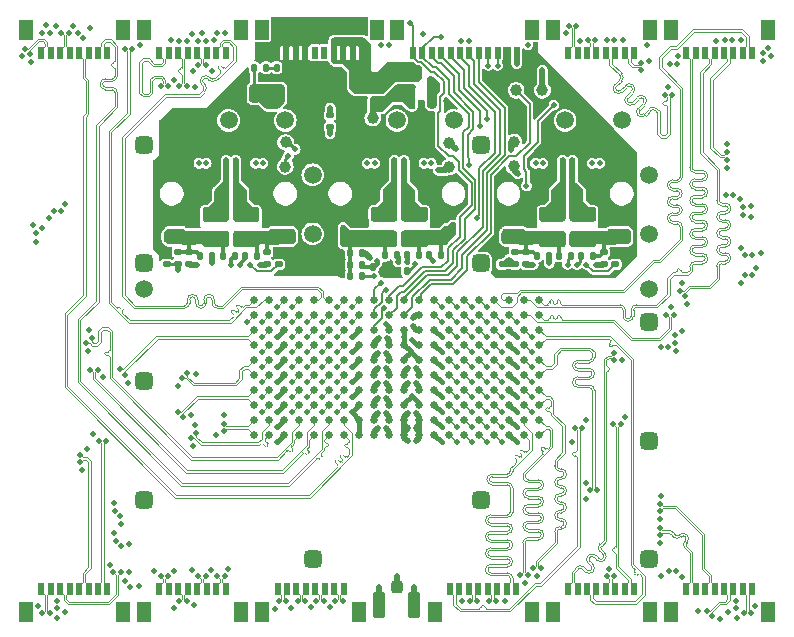
<source format=gtl>
G04 #@! TF.GenerationSoftware,KiCad,Pcbnew,8.0.5*
G04 #@! TF.CreationDate,2026-01-30T21:43:25+07:00*
G04 #@! TF.ProjectId,RouterCoreBaseRevA,526f7574-6572-4436-9f72-654261736552,rev?*
G04 #@! TF.SameCoordinates,PX2793d60PY5cfbb60*
G04 #@! TF.FileFunction,Copper,L1,Top*
G04 #@! TF.FilePolarity,Positive*
%FSLAX46Y46*%
G04 Gerber Fmt 4.6, Leading zero omitted, Abs format (unit mm)*
G04 Created by KiCad (PCBNEW 8.0.5) date 2026-01-30 21:43:25*
%MOMM*%
%LPD*%
G01*
G04 APERTURE LIST*
G04 Aperture macros list*
%AMRoundRect*
0 Rectangle with rounded corners*
0 $1 Rounding radius*
0 $2 $3 $4 $5 $6 $7 $8 $9 X,Y pos of 4 corners*
0 Add a 4 corners polygon primitive as box body*
4,1,4,$2,$3,$4,$5,$6,$7,$8,$9,$2,$3,0*
0 Add four circle primitives for the rounded corners*
1,1,$1+$1,$2,$3*
1,1,$1+$1,$4,$5*
1,1,$1+$1,$6,$7*
1,1,$1+$1,$8,$9*
0 Add four rect primitives between the rounded corners*
20,1,$1+$1,$2,$3,$4,$5,0*
20,1,$1+$1,$4,$5,$6,$7,0*
20,1,$1+$1,$6,$7,$8,$9,0*
20,1,$1+$1,$8,$9,$2,$3,0*%
G04 Aperture macros list end*
G04 #@! TA.AperFunction,SMDPad,CuDef*
%ADD10C,1.000000*%
G04 #@! TD*
G04 #@! TA.AperFunction,SMDPad,CuDef*
%ADD11RoundRect,0.250000X-0.250000X-0.475000X0.250000X-0.475000X0.250000X0.475000X-0.250000X0.475000X0*%
G04 #@! TD*
G04 #@! TA.AperFunction,SMDPad,CuDef*
%ADD12RoundRect,0.250000X1.000000X0.650000X-1.000000X0.650000X-1.000000X-0.650000X1.000000X-0.650000X0*%
G04 #@! TD*
G04 #@! TA.AperFunction,SMDPad,CuDef*
%ADD13R,0.500000X1.000000*%
G04 #@! TD*
G04 #@! TA.AperFunction,SMDPad,CuDef*
%ADD14R,1.200000X1.700000*%
G04 #@! TD*
G04 #@! TA.AperFunction,SMDPad,CuDef*
%ADD15RoundRect,0.125000X0.125000X0.155000X-0.125000X0.155000X-0.125000X-0.155000X0.125000X-0.155000X0*%
G04 #@! TD*
G04 #@! TA.AperFunction,SMDPad,CuDef*
%ADD16RoundRect,0.250000X0.850000X-0.375000X0.850000X0.375000X-0.850000X0.375000X-0.850000X-0.375000X0*%
G04 #@! TD*
G04 #@! TA.AperFunction,SMDPad,CuDef*
%ADD17RoundRect,0.135000X0.185000X-0.135000X0.185000X0.135000X-0.185000X0.135000X-0.185000X-0.135000X0*%
G04 #@! TD*
G04 #@! TA.AperFunction,SMDPad,CuDef*
%ADD18RoundRect,0.250000X0.250000X0.475000X-0.250000X0.475000X-0.250000X-0.475000X0.250000X-0.475000X0*%
G04 #@! TD*
G04 #@! TA.AperFunction,SMDPad,CuDef*
%ADD19RoundRect,0.135000X-0.135000X-0.185000X0.135000X-0.185000X0.135000X0.185000X-0.135000X0.185000X0*%
G04 #@! TD*
G04 #@! TA.AperFunction,SMDPad,CuDef*
%ADD20RoundRect,0.135000X-0.185000X0.135000X-0.185000X-0.135000X0.185000X-0.135000X0.185000X0.135000X0*%
G04 #@! TD*
G04 #@! TA.AperFunction,SMDPad,CuDef*
%ADD21RoundRect,0.135000X0.135000X0.185000X-0.135000X0.185000X-0.135000X-0.185000X0.135000X-0.185000X0*%
G04 #@! TD*
G04 #@! TA.AperFunction,SMDPad,CuDef*
%ADD22RoundRect,0.250000X0.475000X-0.250000X0.475000X0.250000X-0.475000X0.250000X-0.475000X-0.250000X0*%
G04 #@! TD*
G04 #@! TA.AperFunction,SMDPad,CuDef*
%ADD23RoundRect,0.250000X-0.250000X0.275000X-0.250000X-0.275000X0.250000X-0.275000X0.250000X0.275000X0*%
G04 #@! TD*
G04 #@! TA.AperFunction,SMDPad,CuDef*
%ADD24RoundRect,0.250000X-0.275000X0.850000X-0.275000X-0.850000X0.275000X-0.850000X0.275000X0.850000X0*%
G04 #@! TD*
G04 #@! TA.AperFunction,SMDPad,CuDef*
%ADD25RoundRect,0.125000X-0.125000X-0.155000X0.125000X-0.155000X0.125000X0.155000X-0.125000X0.155000X0*%
G04 #@! TD*
G04 #@! TA.AperFunction,SMDPad,CuDef*
%ADD26RoundRect,0.200000X-0.275000X0.200000X-0.275000X-0.200000X0.275000X-0.200000X0.275000X0.200000X0*%
G04 #@! TD*
G04 #@! TA.AperFunction,SMDPad,CuDef*
%ADD27C,0.640000*%
G04 #@! TD*
G04 #@! TA.AperFunction,SMDPad,CuDef*
%ADD28RoundRect,0.147500X0.147500X0.172500X-0.147500X0.172500X-0.147500X-0.172500X0.147500X-0.172500X0*%
G04 #@! TD*
G04 #@! TA.AperFunction,SMDPad,CuDef*
%ADD29RoundRect,0.112500X-0.187500X-0.112500X0.187500X-0.112500X0.187500X0.112500X-0.187500X0.112500X0*%
G04 #@! TD*
G04 #@! TA.AperFunction,ComponentPad*
%ADD30RoundRect,0.375000X0.375000X-0.375000X0.375000X0.375000X-0.375000X0.375000X-0.375000X-0.375000X0*%
G04 #@! TD*
G04 #@! TA.AperFunction,ComponentPad*
%ADD31C,1.500000*%
G04 #@! TD*
G04 #@! TA.AperFunction,ViaPad*
%ADD32C,0.500000*%
G04 #@! TD*
G04 #@! TA.AperFunction,Conductor*
%ADD33C,0.500000*%
G04 #@! TD*
G04 #@! TA.AperFunction,Conductor*
%ADD34C,0.450000*%
G04 #@! TD*
G04 #@! TA.AperFunction,Conductor*
%ADD35C,0.101600*%
G04 #@! TD*
G04 #@! TA.AperFunction,Conductor*
%ADD36C,0.127000*%
G04 #@! TD*
G04 #@! TA.AperFunction,Conductor*
%ADD37C,0.152400*%
G04 #@! TD*
G04 #@! TA.AperFunction,Conductor*
%ADD38C,0.300000*%
G04 #@! TD*
G04 #@! TA.AperFunction,Conductor*
%ADD39C,0.250000*%
G04 #@! TD*
G04 #@! TA.AperFunction,Conductor*
%ADD40C,0.254000*%
G04 #@! TD*
G04 #@! TA.AperFunction,Conductor*
%ADD41C,0.200000*%
G04 #@! TD*
G04 APERTURE END LIST*
D10*
X30450000Y43150000D03*
D11*
X47625000Y36675000D03*
X49525000Y36675000D03*
D12*
X30200000Y46100000D03*
X26200000Y46100000D03*
D13*
X57000000Y3300000D03*
X57800000Y3300000D03*
X58600000Y3300000D03*
X59400000Y3300000D03*
X60200000Y3300000D03*
X61000000Y3300000D03*
X61800000Y3300000D03*
X62600000Y3300000D03*
D14*
X55700000Y1350000D03*
X63900000Y1350000D03*
D10*
X36950000Y39025000D03*
D15*
X19820000Y38025000D03*
X18850000Y38025000D03*
D16*
X34000000Y32850000D03*
X34000000Y35000000D03*
D17*
X21525000Y30790000D03*
X21525000Y31810000D03*
D18*
X46275000Y36675000D03*
X44375000Y36675000D03*
D11*
X33375000Y36675000D03*
X35275000Y36675000D03*
D19*
X20415000Y47425000D03*
X21435000Y47425000D03*
D15*
X34085000Y38025000D03*
X33115000Y38025000D03*
D20*
X22500000Y31810000D03*
X22500000Y30790000D03*
D21*
X31510000Y30525000D03*
X30490000Y30525000D03*
D18*
X20500000Y45200000D03*
X18600000Y45200000D03*
D17*
X50025000Y30790000D03*
X50025000Y31810000D03*
D22*
X29175000Y32950000D03*
X29175000Y34850000D03*
D10*
X42600000Y45500000D03*
D16*
X45650000Y32850000D03*
X45650000Y35000000D03*
D23*
X32500000Y3450000D03*
D24*
X33975000Y1925000D03*
X31025000Y1925000D03*
D19*
X32340000Y30175000D03*
X33360000Y30175000D03*
D13*
X29550000Y48700000D03*
X28750000Y48700000D03*
X27950000Y48700000D03*
X27150000Y48700000D03*
X26350000Y48700000D03*
X25550000Y48700000D03*
X24750000Y48700000D03*
X23950000Y48700000D03*
X23150000Y48700000D03*
X22350000Y48700000D03*
D14*
X30850000Y50650000D03*
X21050000Y50650000D03*
D13*
X8000000Y48700000D03*
X7200000Y48700000D03*
X6400000Y48700000D03*
X5600000Y48700000D03*
X4800000Y48700000D03*
X4000000Y48700000D03*
X3200000Y48700000D03*
X2400000Y48700000D03*
D14*
X9300000Y50650000D03*
X1100000Y50650000D03*
D20*
X41450000Y31810000D03*
X41450000Y30790000D03*
D17*
X14925000Y30790000D03*
X14925000Y31810000D03*
D18*
X32025000Y36675000D03*
X30125000Y36675000D03*
D10*
X42400000Y41125000D03*
D20*
X42475000Y31810000D03*
X42475000Y30790000D03*
D16*
X31400000Y32850000D03*
X31400000Y35000000D03*
D13*
X12400000Y3300000D03*
X13200000Y3300000D03*
X14000000Y3300000D03*
X14800000Y3300000D03*
X15600000Y3300000D03*
X16400000Y3300000D03*
X17200000Y3300000D03*
X18000000Y3300000D03*
D14*
X11100000Y1350000D03*
X19300000Y1350000D03*
D25*
X45580000Y39040000D03*
X46550000Y39040000D03*
D16*
X17150000Y32850000D03*
X17150000Y35000000D03*
D10*
X23075000Y41100000D03*
D22*
X50425000Y32950000D03*
X50425000Y34850000D03*
D25*
X45580000Y38025000D03*
X46550000Y38025000D03*
D13*
X52600000Y48700000D03*
X51800000Y48700000D03*
X51000000Y48700000D03*
X50200000Y48700000D03*
X49400000Y48700000D03*
X48600000Y48700000D03*
X47800000Y48700000D03*
X47000000Y48700000D03*
D14*
X53900000Y50650000D03*
X45700000Y50650000D03*
D17*
X26850000Y42365000D03*
X26850000Y43385000D03*
D13*
X37000000Y3300000D03*
X37800000Y3300000D03*
X38600000Y3300000D03*
X39400000Y3300000D03*
X40200000Y3300000D03*
X41000000Y3300000D03*
X41800000Y3300000D03*
X42600000Y3300000D03*
D14*
X35700000Y1350000D03*
X43900000Y1350000D03*
D11*
X22000000Y45200000D03*
X23900000Y45200000D03*
D19*
X28540000Y29800000D03*
X29560000Y29800000D03*
D15*
X48320000Y38025000D03*
X47350000Y38025000D03*
D10*
X42400000Y39075000D03*
D19*
X46240000Y31500000D03*
X47260000Y31500000D03*
D21*
X29560000Y31700000D03*
X28540000Y31700000D03*
X35560000Y44375000D03*
X34540000Y44375000D03*
D22*
X14925000Y32950000D03*
X14925000Y34850000D03*
D13*
X62600000Y48700000D03*
X61800000Y48700000D03*
X61000000Y48700000D03*
X60200000Y48700000D03*
X59400000Y48700000D03*
X58600000Y48700000D03*
X57800000Y48700000D03*
X57000000Y48700000D03*
D14*
X63900000Y50650000D03*
X55700000Y50650000D03*
D26*
X32450000Y46625000D03*
X32450000Y44975000D03*
D13*
X42650000Y48700000D03*
X41850000Y48700000D03*
X41050000Y48700000D03*
X40250000Y48700000D03*
X39450000Y48700000D03*
X38650000Y48700000D03*
X37850000Y48700000D03*
X37050000Y48700000D03*
X36250000Y48700000D03*
X35450000Y48700000D03*
X34650000Y48700000D03*
X33850000Y48700000D03*
D14*
X43950000Y50650000D03*
X32550000Y50650000D03*
D15*
X48320000Y39040000D03*
X47350000Y39040000D03*
D10*
X28400000Y43125000D03*
D21*
X49135000Y31500000D03*
X48115000Y31500000D03*
D13*
X47000000Y3300000D03*
X47800000Y3300000D03*
X48600000Y3300000D03*
X49400000Y3300000D03*
X50200000Y3300000D03*
X51000000Y3300000D03*
X51800000Y3300000D03*
X52600000Y3300000D03*
D14*
X45700000Y1350000D03*
X53900000Y1350000D03*
D22*
X43425000Y32950000D03*
X43425000Y34850000D03*
X21925000Y32950000D03*
X21925000Y34850000D03*
D25*
X31315000Y39040000D03*
X32285000Y39040000D03*
D19*
X15865000Y31500000D03*
X16885000Y31500000D03*
X28540000Y30750000D03*
X29560000Y30750000D03*
X44365000Y31500000D03*
X45385000Y31500000D03*
D15*
X19820000Y39040000D03*
X18850000Y39040000D03*
D13*
X18000000Y48700000D03*
X17200000Y48700000D03*
X16400000Y48700000D03*
X15600000Y48700000D03*
X14800000Y48700000D03*
X14000000Y48700000D03*
X13200000Y48700000D03*
X12400000Y48700000D03*
D14*
X19300000Y50650000D03*
X11100000Y50650000D03*
D27*
X44565000Y16335000D03*
X43295000Y16335000D03*
X42025000Y16335000D03*
X40755000Y16335000D03*
X39485000Y16335000D03*
X38215000Y16335000D03*
X36945000Y16335000D03*
X35675000Y16335000D03*
X34405000Y16335000D03*
X33135000Y16335000D03*
X31865000Y16335000D03*
X30595000Y16335000D03*
X29325000Y16335000D03*
X28055000Y16335000D03*
X26785000Y16335000D03*
X25515000Y16335000D03*
X24245000Y16335000D03*
X22975000Y16335000D03*
X21705000Y16335000D03*
X20435000Y16335000D03*
X44565000Y17605000D03*
X43295000Y17605000D03*
X42025000Y17605000D03*
X40755000Y17605000D03*
X39485000Y17605000D03*
X38215000Y17605000D03*
X36945000Y17605000D03*
X35675000Y17605000D03*
X34405000Y17605000D03*
X33135000Y17605000D03*
X31865000Y17605000D03*
X30595000Y17605000D03*
X29325000Y17605000D03*
X28055000Y17605000D03*
X26785000Y17605000D03*
X25515000Y17605000D03*
X24245000Y17605000D03*
X22975000Y17605000D03*
X21705000Y17605000D03*
X20435000Y17605000D03*
X44565000Y18875000D03*
X43295000Y18875000D03*
X42025000Y18875000D03*
X40755000Y18875000D03*
X39485000Y18875000D03*
X38215000Y18875000D03*
X36945000Y18875000D03*
X35675000Y18875000D03*
X34405000Y18875000D03*
X33135000Y18875000D03*
X31865000Y18875000D03*
X30595000Y18875000D03*
X29325000Y18875000D03*
X28055000Y18875000D03*
X26785000Y18875000D03*
X25515000Y18875000D03*
X24245000Y18875000D03*
X22975000Y18875000D03*
X21705000Y18875000D03*
X20435000Y18875000D03*
X44565000Y20145000D03*
X43295000Y20145000D03*
X42025000Y20145000D03*
X40755000Y20145000D03*
X39485000Y20145000D03*
X38215000Y20145000D03*
X36945000Y20145000D03*
X35675000Y20145000D03*
X34405000Y20145000D03*
X33135000Y20145000D03*
X31865000Y20145000D03*
X30595000Y20145000D03*
X29325000Y20145000D03*
X28055000Y20145000D03*
X26785000Y20145000D03*
X25515000Y20145000D03*
X24245000Y20145000D03*
X22975000Y20145000D03*
X21705000Y20145000D03*
X20435000Y20145000D03*
X44565000Y21415000D03*
X43295000Y21415000D03*
X42025000Y21415000D03*
X40755000Y21415000D03*
X39485000Y21415000D03*
X38215000Y21415000D03*
X36945000Y21415000D03*
X35675000Y21415000D03*
X34405000Y21415000D03*
X33135000Y21415000D03*
X31865000Y21415000D03*
X30595000Y21415000D03*
X29325000Y21415000D03*
X28055000Y21415000D03*
X26785000Y21415000D03*
X25515000Y21415000D03*
X24245000Y21415000D03*
X22975000Y21415000D03*
X21705000Y21415000D03*
X20435000Y21415000D03*
X44565000Y22685000D03*
X43295000Y22685000D03*
X42025000Y22685000D03*
X40755000Y22685000D03*
X39485000Y22685000D03*
X38215000Y22685000D03*
X36945000Y22685000D03*
X35675000Y22685000D03*
X34405000Y22685000D03*
X33135000Y22685000D03*
X31865000Y22685000D03*
X30595000Y22685000D03*
X29325000Y22685000D03*
X28055000Y22685000D03*
X26785000Y22685000D03*
X25515000Y22685000D03*
X24245000Y22685000D03*
X22975000Y22685000D03*
X21705000Y22685000D03*
X20435000Y22685000D03*
X44565000Y23955000D03*
X43295000Y23955000D03*
X42025000Y23955000D03*
X40755000Y23955000D03*
X39485000Y23955000D03*
X38215000Y23955000D03*
X36945000Y23955000D03*
X35675000Y23955000D03*
X34405000Y23955000D03*
X33135000Y23955000D03*
X31865000Y23955000D03*
X30595000Y23955000D03*
X29325000Y23955000D03*
X28055000Y23955000D03*
X26785000Y23955000D03*
X25515000Y23955000D03*
X24245000Y23955000D03*
X22975000Y23955000D03*
X21705000Y23955000D03*
X20435000Y23955000D03*
X44565000Y25225000D03*
X43295000Y25225000D03*
X42025000Y25225000D03*
X40755000Y25225000D03*
X39485000Y25225000D03*
X38215000Y25225000D03*
X36945000Y25225000D03*
X35675000Y25225000D03*
X34405000Y25225000D03*
X33135000Y25225000D03*
X31865000Y25225000D03*
X30595000Y25225000D03*
X29325000Y25225000D03*
X28055000Y25225000D03*
X26785000Y25225000D03*
X25515000Y25225000D03*
X24245000Y25225000D03*
X22975000Y25225000D03*
X21705000Y25225000D03*
X20435000Y25225000D03*
X44565000Y26495000D03*
X43295000Y26495000D03*
X42025000Y26495000D03*
X40755000Y26495000D03*
X39485000Y26495000D03*
X38215000Y26495000D03*
X36945000Y26495000D03*
X35675000Y26495000D03*
X34405000Y26495000D03*
X33135000Y26495000D03*
X31865000Y26495000D03*
X30595000Y26495000D03*
X29325000Y26495000D03*
X28055000Y26495000D03*
X26785000Y26495000D03*
X25515000Y26495000D03*
X24245000Y26495000D03*
X22975000Y26495000D03*
X21705000Y26495000D03*
X20435000Y26495000D03*
X44565000Y27765000D03*
X43295000Y27765000D03*
X42025000Y27765000D03*
X40755000Y27765000D03*
X39485000Y27765000D03*
X38215000Y27765000D03*
X36945000Y27765000D03*
X35675000Y27765000D03*
X34405000Y27765000D03*
X33135000Y27765000D03*
X31865000Y27765000D03*
X30595000Y27765000D03*
X29325000Y27765000D03*
X28055000Y27765000D03*
X26785000Y27765000D03*
X25515000Y27765000D03*
X24245000Y27765000D03*
X22975000Y27765000D03*
X21705000Y27765000D03*
X20435000Y27765000D03*
D15*
X34085000Y39040000D03*
X33115000Y39040000D03*
D18*
X17775000Y36675000D03*
X15875000Y36675000D03*
D17*
X43425000Y30790000D03*
X43425000Y31810000D03*
D25*
X17080000Y38025000D03*
X18050000Y38025000D03*
D28*
X23285000Y47425000D03*
X22315000Y47425000D03*
D22*
X36175000Y32950000D03*
X36175000Y34850000D03*
D11*
X19125000Y36675000D03*
X21025000Y36675000D03*
D10*
X23050000Y39050000D03*
D19*
X31465000Y31525000D03*
X32485000Y31525000D03*
D29*
X33750000Y45800000D03*
X35850000Y45800000D03*
D19*
X35215000Y31525000D03*
X36235000Y31525000D03*
D21*
X34360000Y31525000D03*
X33340000Y31525000D03*
D10*
X36925000Y41075000D03*
D13*
X2400000Y3300000D03*
X3200000Y3300000D03*
X4000000Y3300000D03*
X4800000Y3300000D03*
X5600000Y3300000D03*
X6400000Y3300000D03*
X7200000Y3300000D03*
X8000000Y3300000D03*
D14*
X1100000Y1350000D03*
X9300000Y1350000D03*
D25*
X17080000Y39040000D03*
X18050000Y39040000D03*
X31315000Y38025000D03*
X32285000Y38025000D03*
D19*
X17740000Y31500000D03*
X18760000Y31500000D03*
D16*
X19750000Y32850000D03*
X19750000Y35000000D03*
D20*
X13000000Y31810000D03*
X13000000Y30790000D03*
D10*
X44825000Y45500000D03*
D21*
X20635000Y31500000D03*
X19615000Y31500000D03*
D13*
X22400000Y3300000D03*
X23200000Y3300000D03*
X24000000Y3300000D03*
X24800000Y3300000D03*
X25600000Y3300000D03*
X26400000Y3300000D03*
X27200000Y3300000D03*
X28000000Y3300000D03*
D14*
X21100000Y1350000D03*
X29300000Y1350000D03*
D20*
X13950000Y31810000D03*
X13950000Y30790000D03*
X51000000Y31810000D03*
X51000000Y30790000D03*
D16*
X48250000Y32850000D03*
X48250000Y35000000D03*
D30*
X53875000Y5850000D03*
X53875000Y15850000D03*
X53875000Y25850000D03*
D31*
X53875000Y28650000D03*
X53875000Y33350000D03*
X53875000Y38350000D03*
D30*
X39625000Y10850000D03*
X39625000Y30850000D03*
X39625000Y40850000D03*
X25375000Y5850000D03*
D31*
X25375000Y33350000D03*
X25375000Y38350000D03*
D30*
X11125000Y10850000D03*
X11125000Y20850000D03*
D31*
X11125000Y28650000D03*
D30*
X11125000Y30850000D03*
X11125000Y40850000D03*
D31*
X51550000Y42950000D03*
X46750000Y42950000D03*
X37300000Y42950000D03*
X32500000Y42950000D03*
X23050000Y42950000D03*
X18250000Y42950000D03*
D32*
X33410000Y18140000D03*
X33410000Y15800000D03*
X31800000Y44525000D03*
X31225000Y43950000D03*
X33410000Y16870000D03*
X33800000Y44150000D03*
X34130000Y15800000D03*
X34130000Y18140000D03*
X30450000Y43950000D03*
X34130000Y16870000D03*
X33800000Y44850000D03*
X31850000Y49350000D03*
X35370000Y46425000D03*
X19550000Y44650000D03*
X35600000Y35675000D03*
X42850000Y42175000D03*
X30870000Y16870000D03*
X13925000Y34300000D03*
X43975000Y35625000D03*
X31590000Y20680000D03*
X31500000Y39540000D03*
X33900000Y39540000D03*
X17250000Y39575000D03*
X23950000Y47450000D03*
X49850000Y34100000D03*
X31590000Y18140000D03*
X20850000Y38700000D03*
X23300000Y31925000D03*
X31025000Y3450000D03*
X15275000Y35775000D03*
X24675000Y45700000D03*
X29375000Y35600000D03*
X51675000Y31700000D03*
X17250000Y38535000D03*
X30870000Y18140000D03*
X41075000Y32300000D03*
X33775000Y19645000D03*
X19650000Y39575000D03*
X20350000Y37875000D03*
X50360000Y39510000D03*
X51475000Y35050000D03*
X23750000Y44225000D03*
X34750000Y43750000D03*
X43075000Y35650000D03*
X14850000Y42175000D03*
X42375000Y34975000D03*
X50150000Y35800000D03*
X34900000Y37675000D03*
X48150000Y39540000D03*
X44550000Y38700000D03*
X29250000Y44550000D03*
X23475000Y46325000D03*
X44325000Y48275000D03*
X29100000Y42225000D03*
X28880000Y34110000D03*
X48150000Y38535000D03*
X14940000Y39360000D03*
X21975000Y42225000D03*
X30870000Y20680000D03*
X31700000Y29875000D03*
X36100000Y39500000D03*
X31500000Y38535000D03*
X36700001Y44575000D03*
X24250000Y46325000D03*
X29375000Y36300000D03*
X51475000Y34300000D03*
X33700000Y23375000D03*
X33135000Y24600000D03*
X45750000Y38535000D03*
X45750000Y39540000D03*
X29375000Y37000000D03*
X29100000Y39500000D03*
X27600000Y43925000D03*
X27725000Y47250000D03*
X19550000Y46450000D03*
X35575000Y34125000D03*
X37225000Y35050000D03*
X19650000Y38535000D03*
X41850000Y47750000D03*
X33900000Y38535000D03*
X33975000Y3450000D03*
X31590000Y16870000D03*
X27000000Y47250000D03*
X21400000Y34100000D03*
X43175000Y43575000D03*
X22950000Y35075000D03*
X28170000Y34590000D03*
X43550000Y36250000D03*
X23125000Y49625000D03*
X16250000Y37700000D03*
X13925000Y35100000D03*
X28925000Y50600000D03*
X12575000Y32325000D03*
X23950000Y49625000D03*
X28325000Y43925000D03*
X21525000Y35700000D03*
X34390000Y47320000D03*
X33775000Y46975000D03*
X34390000Y46620000D03*
X33775000Y47675000D03*
X1710000Y34080000D03*
X15375000Y17150000D03*
X28690000Y18240000D03*
X6800000Y16400000D03*
X22175000Y1600000D03*
X28690000Y22050000D03*
X26800000Y1725000D03*
X2150000Y1850000D03*
X4425000Y1300000D03*
X8575000Y8025000D03*
X28690000Y23320000D03*
X22340000Y15700000D03*
X3050000Y34690000D03*
X22340000Y20780000D03*
X17190000Y16300000D03*
X15350000Y1900000D03*
X16800000Y4875000D03*
X6460000Y25180000D03*
X22340000Y22050000D03*
X15100000Y17975000D03*
X9750000Y20750000D03*
X15400000Y45750000D03*
X13600000Y4825000D03*
X15190000Y50240000D03*
X9125000Y8775000D03*
X28690000Y20780000D03*
X5100000Y50940000D03*
X17020000Y49750000D03*
X11975000Y4825000D03*
X760000Y48370000D03*
X2790000Y50990000D03*
X1930000Y32700000D03*
X13610000Y46400000D03*
X16850000Y47140000D03*
X23575000Y1700000D03*
X5800000Y13325000D03*
X15175000Y4875000D03*
X13600000Y1675000D03*
X15200000Y47130000D03*
X13975000Y20450000D03*
X28690000Y24590000D03*
X22340000Y16970000D03*
X13380000Y49760000D03*
X15225000Y15350000D03*
X10650000Y3550000D03*
X9850000Y7100000D03*
X6480000Y50800000D03*
X8575000Y10600000D03*
X6360000Y23410000D03*
X22340000Y19510000D03*
X3620000Y50940000D03*
X10760000Y49310000D03*
X8210000Y5350000D03*
X15980000Y50360000D03*
X22340000Y18240000D03*
X17830000Y17990000D03*
X7630000Y21260000D03*
X6275000Y15125000D03*
X3725000Y825000D03*
X28690000Y19510000D03*
X25200000Y1725000D03*
X4400000Y35870000D03*
X22340000Y24590000D03*
X1500000Y47875000D03*
X15525000Y21450000D03*
X22340000Y23320000D03*
X9850000Y4750000D03*
X18200000Y4975000D03*
X50865284Y23247150D03*
X43930000Y24590000D03*
X20542850Y39330797D03*
X31700000Y24490000D03*
X9472812Y3917188D03*
X21070000Y18240000D03*
X21070000Y22050000D03*
X8502850Y4700000D03*
X4092850Y50375000D03*
X7172534Y21822756D03*
X14707150Y45883231D03*
X27420000Y25860000D03*
X47707150Y50963782D03*
X41390000Y18240000D03*
X63517917Y48627707D03*
X40120000Y27130000D03*
X55312850Y26510000D03*
X56927188Y28082812D03*
X40120000Y24590000D03*
X56020000Y24757150D03*
X22340000Y27130000D03*
X17907150Y50387455D03*
X24880000Y19510000D03*
X4087150Y35260000D03*
X38850000Y22050000D03*
X54790000Y7862850D03*
X64210000Y48400000D03*
X56120000Y23440000D03*
X36310000Y22050000D03*
X42660000Y16970000D03*
X48520000Y12270000D03*
X36310000Y16970000D03*
X36310000Y23320000D03*
X42660000Y18240000D03*
X51580000Y22630000D03*
X51780000Y17820000D03*
X55670000Y27190000D03*
X44360000Y4400000D03*
X56670000Y29210000D03*
X61620000Y32170000D03*
X46780000Y50350000D03*
X62850000Y1850000D03*
X56650000Y25090000D03*
X36310000Y20780000D03*
X63300000Y31690000D03*
X61570000Y36260000D03*
X59560000Y49650000D03*
X47990000Y49700000D03*
X57050000Y27410000D03*
X50490000Y5000000D03*
X55425000Y45775000D03*
X54800000Y7160000D03*
X42660000Y24590000D03*
X60500000Y1340000D03*
X61275000Y825000D03*
X56675000Y4325000D03*
X61630000Y29220000D03*
X48480000Y17590000D03*
X60420000Y38930000D03*
X54900000Y4400000D03*
X42660000Y15700000D03*
X56280000Y48410000D03*
X36310000Y19510000D03*
X51620000Y49720000D03*
X62500000Y35700000D03*
X54800000Y9175000D03*
X41630000Y2250000D03*
X42660000Y20780000D03*
X63500000Y47950000D03*
X36310000Y15700000D03*
X36310000Y18240000D03*
X58000000Y1450000D03*
X36310000Y24590000D03*
X53890000Y47950000D03*
X62920000Y30440000D03*
X48510000Y10930000D03*
X61600000Y49720000D03*
X60410000Y40960000D03*
X62500000Y34800000D03*
X43390000Y3760000D03*
X59880000Y770000D03*
X54825000Y11192150D03*
X42660000Y22050000D03*
X42660000Y19510000D03*
X53680000Y49360000D03*
X47300000Y15700000D03*
X38010000Y2250000D03*
X42660000Y23320000D03*
X55467150Y23740000D03*
X41390000Y23320000D03*
X13107150Y4354863D03*
X26150000Y22050000D03*
X5941360Y49944032D03*
X27420000Y19510000D03*
X26150000Y24590000D03*
X23107150Y2245137D03*
X39550000Y42500000D03*
X31550000Y28625000D03*
X33600000Y51175000D03*
X41025000Y47600000D03*
X33850000Y26210000D03*
X23610000Y25860000D03*
X16307150Y49704121D03*
X23610000Y20780000D03*
X17907150Y4354863D03*
X59177188Y1012812D03*
X40120000Y20780000D03*
X30870000Y19410000D03*
X35407150Y39330797D03*
X37580000Y27130000D03*
X60907150Y49730528D03*
X5700000Y14042850D03*
X21070000Y23320000D03*
X55522850Y4770000D03*
X37580000Y24590000D03*
X42660000Y25860000D03*
X60420000Y40257150D03*
X27420000Y18240000D03*
X5506984Y50378408D03*
X9460700Y49025000D03*
X50907150Y49730528D03*
X40120000Y15700000D03*
X49657150Y39330797D03*
X34130000Y20680000D03*
X10075000Y49025000D03*
X26150000Y18240000D03*
X2492850Y50375000D03*
X23610000Y19510000D03*
X2417188Y33842188D03*
X53170000Y47240000D03*
X38850000Y18240000D03*
X28690000Y25860000D03*
X14092850Y45883231D03*
X27420000Y27130000D03*
X12492850Y45883231D03*
X24707150Y2245137D03*
X27420000Y24590000D03*
X51437150Y17210000D03*
X43930000Y22050000D03*
X38692850Y2245137D03*
X44667150Y5042850D03*
X15742850Y39330797D03*
X30870000Y23220000D03*
X56492812Y28517188D03*
X55927150Y26510000D03*
X40120000Y23320000D03*
X56020000Y24142850D03*
X61982850Y31600000D03*
X37580000Y16970000D03*
X53170000Y47854300D03*
X38850000Y19510000D03*
X40250000Y47600000D03*
X33850000Y25510000D03*
X31000000Y24490000D03*
X21157150Y39330797D03*
X41390000Y24590000D03*
X54852850Y23740000D03*
X30607150Y39330797D03*
X31590000Y21950000D03*
X14092850Y49704121D03*
X19800000Y25860000D03*
X3760000Y2247150D03*
X13952812Y18297188D03*
X31425000Y27100000D03*
X40110000Y43100000D03*
X61240000Y2247150D03*
X38850000Y23320000D03*
X31590000Y19410000D03*
X34792850Y39330797D03*
X41390000Y20780000D03*
X61892850Y1236218D03*
X36235000Y50050000D03*
X40120000Y25860000D03*
X60362850Y36630000D03*
X40120000Y18240000D03*
X48692850Y49730528D03*
X54800000Y10514300D03*
X37580000Y20780000D03*
X27420000Y23320000D03*
X24092850Y2245137D03*
X6558234Y21822756D03*
X4707150Y50375000D03*
X56250000Y47720000D03*
X37580000Y25860000D03*
X62507150Y1236218D03*
X41390000Y22050000D03*
X1454688Y48595312D03*
X6222812Y24082812D03*
X50292850Y49730528D03*
X40120000Y16970000D03*
X9032812Y21867188D03*
X7292850Y15850000D03*
X14387188Y17862812D03*
X3760000Y1632850D03*
X27420000Y22050000D03*
X14707150Y2245137D03*
X31590000Y23220000D03*
X16357150Y39330797D03*
X33410000Y20680000D03*
X49042850Y39330797D03*
X61240000Y1632850D03*
X38850000Y24590000D03*
X37580000Y19510000D03*
X55210700Y45100000D03*
X40120000Y19510000D03*
X49307150Y49730528D03*
X56137150Y4770000D03*
X37580000Y23320000D03*
X24880000Y25860000D03*
X16307150Y47612444D03*
X31575000Y25725000D03*
X39275000Y34725000D03*
X37580000Y22050000D03*
X54800000Y9900000D03*
X15692850Y47612444D03*
X26150000Y25860000D03*
X23610000Y27130000D03*
X17292850Y50387455D03*
X21070000Y24590000D03*
X5700000Y14657150D03*
X48832850Y11620000D03*
X50907150Y4354863D03*
X13107150Y45883231D03*
X28690000Y27130000D03*
X23610000Y24590000D03*
X27292850Y2245137D03*
X43930000Y18240000D03*
X47572850Y16929800D03*
X43930000Y19510000D03*
X48187150Y16929800D03*
X22492850Y2245137D03*
X26150000Y23320000D03*
X21070000Y20780000D03*
X9117150Y4700000D03*
X1020312Y49029688D03*
X6657188Y24517188D03*
X27907150Y2245137D03*
X23610000Y23320000D03*
X14767188Y21542188D03*
X3107150Y1236218D03*
X9467188Y21432812D03*
X7907150Y15850000D03*
X49447150Y11620000D03*
X50292850Y4354863D03*
X31150000Y29225000D03*
X38650000Y39200000D03*
X15692850Y4354863D03*
X24880000Y20780000D03*
X41390000Y16970000D03*
X61790000Y35587150D03*
X24880000Y24590000D03*
X26307150Y2245137D03*
X9097188Y9442812D03*
X15036989Y16029170D03*
X25692850Y2245137D03*
X24880000Y23320000D03*
X26150000Y19510000D03*
X3107150Y50375000D03*
X2492850Y1236218D03*
X14332812Y21107812D03*
X36310000Y25860000D03*
X55635700Y47720000D03*
X54790000Y8477150D03*
X38850000Y20780000D03*
X23610000Y22050000D03*
X17292850Y4354863D03*
X55825000Y45100000D03*
X37580000Y18240000D03*
X9907188Y3482812D03*
X21070000Y19510000D03*
X23610000Y18240000D03*
X1982812Y33407812D03*
X38850000Y27130000D03*
X63952293Y49062083D03*
X44242850Y39330797D03*
X34130000Y21950000D03*
X44857150Y39330797D03*
X33410000Y21950000D03*
X60420000Y39642850D03*
X41390000Y25860000D03*
X8712812Y7317188D03*
X17858394Y17277150D03*
X12492850Y4354863D03*
X26150000Y20780000D03*
X43930000Y23320000D03*
X50865284Y22632850D03*
X8662812Y9877188D03*
X15471365Y16463546D03*
X61790000Y34972850D03*
X41390000Y15700000D03*
X33820000Y24330000D03*
X32500000Y4375000D03*
X16307150Y4354863D03*
X24880000Y22050000D03*
X62597150Y31600000D03*
X37580000Y15700000D03*
X62587150Y29840000D03*
X38850000Y15700000D03*
X40907150Y2245137D03*
X42962850Y4490000D03*
X9147188Y6882812D03*
X17858394Y16662850D03*
X60292850Y49730528D03*
X36310000Y27130000D03*
X40292850Y2245137D03*
X43577150Y4490000D03*
X22340000Y25860000D03*
X15692850Y49704121D03*
X40120000Y22050000D03*
X58742812Y1447188D03*
X3472850Y35260000D03*
X24880000Y18240000D03*
X14707150Y49704121D03*
X21070000Y25860000D03*
X41390000Y19510000D03*
X47092850Y50963782D03*
X38850000Y16970000D03*
X61972850Y29840000D03*
X44052850Y5042850D03*
X39307150Y2245137D03*
X43930000Y20780000D03*
X50822850Y17210000D03*
X27420000Y20780000D03*
X14092850Y2245137D03*
X29992850Y39330797D03*
X30870000Y21950000D03*
X38850000Y25860000D03*
X60977150Y36630000D03*
X27975000Y33875000D03*
X43590000Y49350000D03*
X31125000Y49350000D03*
X42225000Y33475000D03*
X41600000Y33100000D03*
X27975000Y32475000D03*
X27975000Y33175000D03*
X21600000Y44150000D03*
X22750000Y44750000D03*
X23700000Y33050000D03*
X42225000Y32750000D03*
X36600000Y33725000D03*
X51475000Y33500000D03*
X42650000Y47750000D03*
X23050000Y33500000D03*
X13650000Y33500000D03*
X52075000Y33125000D03*
X37250000Y34100000D03*
X34690000Y50300000D03*
X44825000Y47200000D03*
X13650000Y32775000D03*
X21225000Y44750000D03*
X51475000Y32750000D03*
X23050000Y32750000D03*
X26850000Y41800000D03*
X13025000Y33125000D03*
X22750000Y45475000D03*
X22300000Y44150000D03*
X21225000Y45475000D03*
X37250000Y33400000D03*
X18050000Y39575000D03*
X18050000Y38535000D03*
X18850000Y39575000D03*
X18850000Y38535000D03*
X32300000Y38535000D03*
X32300000Y39575000D03*
X33100000Y38535000D03*
X33100000Y39575000D03*
X46550000Y39575000D03*
X46550000Y38535000D03*
X47350000Y38535000D03*
X47350000Y39575000D03*
X16885000Y30850000D03*
X30600000Y29750000D03*
X26860000Y44010000D03*
X45800000Y44250000D03*
X45400000Y30850000D03*
X43475000Y37425000D03*
X20050000Y30750000D03*
X20925000Y30725000D03*
X23325000Y39975000D03*
X38625000Y49650000D03*
X18450000Y30750000D03*
X19250000Y30750000D03*
X23900000Y40500000D03*
X37900000Y49650000D03*
X15550000Y30750000D03*
X13950000Y30250000D03*
X30850000Y31025000D03*
X35600000Y31050000D03*
X33350000Y30950000D03*
X37525000Y40525000D03*
X30200000Y31325000D03*
X34050000Y30775000D03*
X32625000Y30950000D03*
X36000000Y38725000D03*
X41975000Y31175000D03*
X47750000Y30750000D03*
X42200000Y40425000D03*
X46950000Y30750000D03*
X42725000Y38425000D03*
X48550000Y30750000D03*
X49400000Y30750000D03*
X44050000Y30750000D03*
D33*
X33135000Y16335000D02*
X33135000Y16595000D01*
X34405000Y16595000D02*
X34130000Y16870000D01*
X33135000Y17605000D02*
X33135000Y16335000D01*
X33135000Y17145000D02*
X33410000Y16870000D01*
X34405000Y17605000D02*
X34405000Y17145000D01*
X33135000Y17865000D02*
X33410000Y18140000D01*
X33135000Y17605000D02*
X33135000Y17865000D01*
X34405000Y16335000D02*
X34405000Y16075000D01*
X34405000Y17605000D02*
X34405000Y17865000D01*
X34405000Y16335000D02*
X34405000Y16595000D01*
X34405000Y17865000D02*
X34130000Y18140000D01*
X33135000Y16075000D02*
X33410000Y15800000D01*
X30450000Y43950000D02*
X30450000Y43150000D01*
X33135000Y16335000D02*
X33135000Y16075000D01*
X34405000Y17605000D02*
X34405000Y16335000D01*
X34405000Y16075000D02*
X34130000Y15800000D01*
X34405000Y17145000D02*
X34130000Y16870000D01*
X33135000Y16595000D02*
X33410000Y16870000D01*
X33135000Y17605000D02*
X33135000Y17145000D01*
X30595000Y20405000D02*
X30870000Y20680000D01*
X31865000Y20145000D02*
X31865000Y20405000D01*
D34*
X33135000Y19005000D02*
X33775000Y19645000D01*
D33*
X30595000Y17605000D02*
X30595000Y17865000D01*
D34*
X33135000Y18875000D02*
X33135000Y19005000D01*
D33*
X30595000Y17865000D02*
X30870000Y18140000D01*
D34*
X33135000Y23955000D02*
X33135000Y24600000D01*
X33700000Y23375000D02*
X33715000Y23375000D01*
D33*
X31025000Y3450000D02*
X31025000Y1925000D01*
X30595000Y20145000D02*
X30595000Y20405000D01*
X31865000Y16335000D02*
X31865000Y16595000D01*
D34*
X33135000Y22810000D02*
X33135000Y22685000D01*
X34405000Y18875000D02*
X34405000Y19015000D01*
X33135000Y24600000D02*
X33135000Y25225000D01*
X33715000Y23375000D02*
X34405000Y22685000D01*
X33135000Y23955000D02*
X33700000Y23390000D01*
X33700000Y23375000D02*
X33135000Y22810000D01*
D33*
X33975000Y3450000D02*
X33975000Y1925000D01*
X31865000Y17865000D02*
X31590000Y18140000D01*
X30595000Y16595000D02*
X30870000Y16870000D01*
D34*
X33700000Y23390000D02*
X33700000Y23375000D01*
D33*
X31865000Y16595000D02*
X31590000Y16870000D01*
X31865000Y17605000D02*
X31865000Y17865000D01*
X30595000Y16335000D02*
X30595000Y16595000D01*
D34*
X34405000Y19015000D02*
X33775000Y19645000D01*
D33*
X31865000Y20405000D02*
X31590000Y20680000D01*
D34*
X28690000Y22050000D02*
X29325000Y22685000D01*
X22340000Y19510000D02*
X22975000Y20145000D01*
X28690000Y18240000D02*
X29325000Y17605000D01*
X22340000Y24590000D02*
X22975000Y25225000D01*
X29325000Y17605000D02*
X29325000Y16335000D01*
X22340000Y15700000D02*
X22975000Y16335000D01*
X22340000Y18240000D02*
X22975000Y18875000D01*
X28690000Y18240000D02*
X29325000Y18875000D01*
X28690000Y19510000D02*
X29325000Y20145000D01*
X28690000Y23320000D02*
X29325000Y23955000D01*
X28690000Y24590000D02*
X29325000Y25225000D01*
X28690000Y20780000D02*
X29325000Y21415000D01*
X22340000Y22050000D02*
X22975000Y22685000D01*
X22340000Y23320000D02*
X22975000Y23955000D01*
X22340000Y16970000D02*
X22975000Y17605000D01*
X22340000Y20780000D02*
X22975000Y21415000D01*
D35*
X5892050Y48157950D02*
X5600000Y48450000D01*
X6152050Y46320284D02*
X5892050Y46580284D01*
X28685000Y14582334D02*
X25114716Y11012050D01*
X4362050Y20355284D02*
X4362050Y26604716D01*
X13705284Y11012050D02*
X4362050Y20355284D01*
X28055000Y17605000D02*
X28055000Y17155000D01*
X25114716Y11012050D02*
X13705284Y11012050D01*
X4362050Y26604716D02*
X5967050Y28209716D01*
X28055000Y17155000D02*
X28685000Y16525000D01*
X5892050Y46580284D02*
X5892050Y48157950D01*
X5967050Y43359716D02*
X6152050Y43544716D01*
X6152050Y43544716D02*
X6152050Y46320284D01*
X5600000Y48450000D02*
X5600000Y48700000D01*
X5967050Y28209716D02*
X5967050Y43359716D01*
X28685000Y16525000D02*
X28685000Y14582334D01*
X50335284Y23047950D02*
X50032050Y22744716D01*
X48686398Y5471422D02*
X48943014Y5214806D01*
X43930000Y24590000D02*
X43295000Y25225000D01*
X50666084Y23047950D02*
X50335284Y23047950D01*
X50032050Y22744716D02*
X50032050Y7464716D01*
X48686398Y6119063D02*
X48686398Y6119062D01*
X47292050Y4724716D02*
X47292050Y3842050D01*
X49676348Y7109014D02*
X49676349Y7109013D01*
X50865284Y23247150D02*
X50666084Y23047950D01*
X47000000Y3550000D02*
X47000000Y3300000D01*
X49590658Y5862445D02*
X49334041Y6119062D01*
X49676349Y6461373D02*
X49932967Y6204755D01*
X47462920Y4895586D02*
X47292050Y4724716D01*
X47696447Y5129112D02*
X47462920Y4895586D01*
X48600705Y4872496D02*
X48344090Y5129111D01*
X48686401Y6119063D02*
X48686398Y6119063D01*
X50032050Y7464716D02*
X49676348Y7109014D01*
X47696450Y5129111D02*
X47696447Y5129112D01*
X47292050Y3842050D02*
X47000000Y3550000D01*
X49334041Y6119062D02*
G75*
G03*
X48686381Y6119084I-323841J-323862D01*
G01*
X48344090Y5129111D02*
G75*
G03*
X47696450Y5129111I-323820J-323815D01*
G01*
X48686398Y6119062D02*
G75*
G03*
X48686356Y5471380I323802J-323862D01*
G01*
X49932966Y5862445D02*
G75*
G02*
X49590658Y5862445I-171154J171155D01*
G01*
X49676349Y7109013D02*
G75*
G03*
X49676356Y6461380I323851J-323813D01*
G01*
X48943014Y5214806D02*
G75*
G02*
X48942965Y4872545I-171114J-171106D01*
G01*
X49932967Y6204755D02*
G75*
G02*
X49932967Y5862444I-171167J-171155D01*
G01*
X48943013Y4872496D02*
G75*
G02*
X48600705Y4872496I-171154J171155D01*
G01*
D33*
X31865000Y23955000D02*
X31865000Y24325000D01*
X31865000Y24325000D02*
X31700000Y24490000D01*
D35*
X21070000Y18240000D02*
X21705000Y18875000D01*
X4800000Y3050000D02*
X4507950Y2757950D01*
X4719716Y2207950D02*
X8045284Y2207950D01*
X4800000Y3300000D02*
X4800000Y3050000D01*
X21070000Y22050000D02*
X21705000Y22685000D01*
X8702050Y2864716D02*
X8702050Y4500800D01*
X8702050Y4500800D02*
X8502850Y4700000D01*
X4507950Y2419716D02*
X4719716Y2207950D01*
X4507950Y2757950D02*
X4507950Y2419716D01*
X8045284Y2207950D02*
X8702050Y2864716D01*
X4000000Y48675000D02*
X4000000Y48950000D01*
X6973334Y21623556D02*
X7172534Y21822756D01*
X4292050Y50175800D02*
X4092850Y50375000D01*
X4292050Y49242050D02*
X4292050Y50175800D01*
X14764715Y13357950D02*
X6973334Y21149331D01*
X6973334Y21149331D02*
X6973334Y21623556D01*
X25515000Y17165000D02*
X24885000Y16535000D01*
X24885000Y15487666D02*
X22755284Y13357950D01*
X4000000Y48950000D02*
X4292050Y49242050D01*
X24885000Y16535000D02*
X24885000Y15487666D01*
X22755284Y13357950D02*
X14764715Y13357950D01*
X25515000Y17605000D02*
X25515000Y17165000D01*
X14800000Y48450000D02*
X14507950Y48157950D01*
X27420000Y25860000D02*
X28055000Y26495000D01*
X14507950Y46082431D02*
X14707150Y45883231D01*
X14800000Y48700000D02*
X14800000Y48450000D01*
X14507950Y48157950D02*
X14507950Y46082431D01*
X47800000Y48950000D02*
X47507950Y49242050D01*
X47507950Y50764582D02*
X47707150Y50963782D01*
X47800000Y48700000D02*
X47800000Y48950000D01*
X41390000Y18240000D02*
X40755000Y18875000D01*
X47507950Y49242050D02*
X47507950Y50764582D01*
X40120000Y27130000D02*
X39485000Y27765000D01*
X60324415Y33153115D02*
X60025000Y33153115D01*
X58397950Y40254716D02*
X58397950Y46985284D01*
X57304715Y28742050D02*
X59019716Y28742050D01*
X58397950Y46985284D02*
X59107950Y47695284D01*
X59782950Y36195165D02*
X59782950Y36473451D01*
X60324441Y34553115D02*
X60025000Y34553115D01*
X59107950Y47695284D02*
X59107950Y48157950D01*
X52394716Y24557950D02*
X54675284Y24557950D01*
X60025000Y32237215D02*
X60324415Y32237215D01*
X56927188Y28364523D02*
X57304715Y28742050D01*
X56927188Y28082812D02*
X56927188Y28364523D01*
X54675284Y24557950D02*
X55512050Y25394716D01*
X46061637Y26230900D02*
X46061637Y26310154D01*
X60025000Y33637215D02*
X60324441Y33637215D01*
X59400000Y48450000D02*
X59400000Y48700000D01*
X60324415Y35953115D02*
X60025000Y35953115D01*
X60324415Y31753115D02*
X60025000Y31753115D01*
X55512050Y26310800D02*
X55312850Y26510000D01*
X44565000Y26495000D02*
X44979100Y26080900D01*
X45461637Y26230900D02*
X45461637Y26310150D01*
X60025000Y30837215D02*
X60324415Y30837215D01*
X59107950Y48157950D02*
X59400000Y48450000D01*
X60025000Y35037215D02*
X60324415Y35037215D01*
X46361637Y26310154D02*
X46361637Y26230900D01*
X46620000Y26080900D02*
X50871766Y26080900D01*
X45761637Y26310150D02*
X45761637Y26230900D01*
X59782950Y29505284D02*
X59782950Y30595165D01*
X55512050Y25394716D02*
X55512050Y26310800D01*
X50871766Y26080900D02*
X52394716Y24557950D01*
X46511637Y26080900D02*
X46620000Y26080900D01*
X59782950Y38869716D02*
X58397950Y40254716D01*
X59782950Y36473451D02*
X59782950Y38869716D01*
X44979100Y26080900D02*
X45311637Y26080900D01*
X59019716Y28742050D02*
X59782950Y29505284D01*
X60324415Y35037215D02*
G75*
G03*
X60782385Y35495165I-15J457985D01*
G01*
X46061637Y26310154D02*
G75*
G02*
X46211637Y26460163I149963J46D01*
G01*
X60324441Y33637215D02*
G75*
G03*
X60782385Y34095165I-41J457985D01*
G01*
X59782950Y30595165D02*
G75*
G02*
X60025000Y30837250I242050J35D01*
G01*
X59782950Y31995165D02*
G75*
G02*
X60025000Y32237250I242050J35D01*
G01*
X60025000Y33153115D02*
G75*
G02*
X59782915Y33395165I0J242085D01*
G01*
X60782365Y31295165D02*
G75*
G03*
X60324415Y31753165I-457965J35D01*
G01*
X60025000Y31753115D02*
G75*
G02*
X59782915Y31995165I0J242085D01*
G01*
X59782950Y34795165D02*
G75*
G02*
X60025000Y35037250I242050J35D01*
G01*
X60324415Y32237215D02*
G75*
G03*
X60782385Y32695165I-15J457985D01*
G01*
X60782365Y32695165D02*
G75*
G03*
X60324415Y33153165I-457965J35D01*
G01*
X45911637Y26080900D02*
G75*
G03*
X46061600Y26230900I-37J150000D01*
G01*
X60324415Y30837215D02*
G75*
G03*
X60782385Y31295165I-15J457985D01*
G01*
X60025000Y35953115D02*
G75*
G02*
X59782915Y36195165I0J242085D01*
G01*
X59782950Y33395165D02*
G75*
G02*
X60025000Y33637250I242050J35D01*
G01*
X46211637Y26460154D02*
G75*
G02*
X46361554Y26310154I-37J-149954D01*
G01*
X60782365Y35495165D02*
G75*
G03*
X60324415Y35953165I-457965J35D01*
G01*
X46361637Y26230900D02*
G75*
G03*
X46511637Y26080937I149963J0D01*
G01*
X45311637Y26080900D02*
G75*
G03*
X45461600Y26230900I-37J150000D01*
G01*
X45611637Y26460150D02*
G75*
G02*
X45761650Y26310150I-37J-150050D01*
G01*
X45461637Y26310150D02*
G75*
G02*
X45611637Y26460063I149963J-50D01*
G01*
X60782391Y34095165D02*
G75*
G03*
X60324441Y34553191I-457991J35D01*
G01*
X60025000Y34553115D02*
G75*
G02*
X59782915Y34795165I0J242085D01*
G01*
X45761637Y26230900D02*
G75*
G03*
X45911637Y26080937I149963J0D01*
G01*
X40120000Y24590000D02*
X39485000Y25225000D01*
X22340000Y27130000D02*
X22975000Y27765000D01*
X24880000Y19510000D02*
X25515000Y20145000D01*
X54989200Y8062050D02*
X54790000Y7862850D01*
X57000000Y3300000D02*
X57000000Y3550000D01*
X57292050Y6325284D02*
X56899887Y6717447D01*
X55909936Y7707398D02*
X55909937Y7707397D01*
X55909937Y7707397D02*
X55783667Y7833667D01*
X56566834Y7716654D02*
X56557577Y7707398D01*
X56899887Y6717447D02*
X56899887Y6717448D01*
X38850000Y22050000D02*
X38215000Y22685000D01*
X56899887Y7365088D02*
X56909143Y7374345D01*
X57292050Y3842050D02*
X57292050Y6325284D01*
X57000000Y3550000D02*
X57292050Y3842050D01*
X55783667Y7833667D02*
X55555284Y8062050D01*
X55555284Y8062050D02*
X54989200Y8062050D01*
X56557577Y7707398D02*
G75*
G02*
X55909937Y7707398I-323820J323820D01*
G01*
X56909143Y7716654D02*
G75*
G03*
X56566833Y7716655I-171155J-171153D01*
G01*
X56899887Y6717448D02*
G75*
G02*
X56899855Y7365120I323813J323852D01*
G01*
X56909143Y7374345D02*
G75*
G03*
X56909144Y7716655I-171143J171155D01*
G01*
D34*
X42660000Y22050000D02*
X42025000Y22685000D01*
X42660000Y19510000D02*
X42025000Y20145000D01*
X36310000Y19510000D02*
X35675000Y20145000D01*
X36310000Y20780000D02*
X35675000Y21415000D01*
X36310000Y22050000D02*
X35675000Y22685000D01*
X36310000Y18240000D02*
X35675000Y18875000D01*
X36310000Y24590000D02*
X35675000Y25225000D01*
X42660000Y23320000D02*
X42025000Y23955000D01*
X42660000Y20780000D02*
X42025000Y21415000D01*
X42660000Y18240000D02*
X42025000Y18875000D01*
X36310000Y23320000D02*
X35675000Y23955000D01*
X42660000Y15700000D02*
X42025000Y16335000D01*
X36310000Y15700000D02*
X35675000Y16335000D01*
X36310000Y16970000D02*
X35675000Y17605000D01*
X42660000Y16970000D02*
X42025000Y17605000D01*
X42660000Y24590000D02*
X42025000Y25225000D01*
D35*
X41390000Y23320000D02*
X40755000Y23955000D01*
X12907950Y4155663D02*
X13107150Y4354863D01*
X13200000Y3550000D02*
X12907950Y3842050D01*
X26150000Y22050000D02*
X26785000Y22685000D01*
X13200000Y3300000D02*
X13200000Y3550000D01*
X12907950Y3842050D02*
X12907950Y4155663D01*
X27420000Y19510000D02*
X28055000Y20145000D01*
X23200000Y3300000D02*
X23200000Y3050000D01*
X23200000Y3050000D02*
X22907950Y2757950D01*
X26150000Y24590000D02*
X26785000Y25225000D01*
X22907950Y2444337D02*
X23107150Y2245137D01*
X22907950Y2757950D02*
X22907950Y2444337D01*
D36*
X30595000Y26960000D02*
X31225000Y27590000D01*
D37*
X31225000Y28300000D02*
X31225000Y27800000D01*
X37750000Y46880000D02*
X37750000Y45525000D01*
X39550000Y43725000D02*
X39550000Y42500000D01*
X31550000Y28625000D02*
X31225000Y28300000D01*
X36250000Y48380000D02*
X37750000Y46880000D01*
D36*
X30595000Y26960000D02*
X30595000Y26495000D01*
D37*
X37750000Y45525000D02*
X39550000Y43725000D01*
X36250000Y48700000D02*
X36250000Y48380000D01*
D36*
X31225000Y27590000D02*
X31225000Y27800000D01*
D37*
X37725000Y38755000D02*
X37725000Y39450000D01*
X35650000Y47080000D02*
X35370000Y47080000D01*
X34275000Y47925000D02*
X33850000Y48350000D01*
X32661958Y28900000D02*
X33060000Y28900000D01*
X36830000Y31080000D02*
X36830000Y32117500D01*
X36260000Y30510000D02*
X36830000Y31080000D01*
X37825000Y34775000D02*
X38820000Y35770000D01*
X33850000Y48350000D02*
X33850000Y48700000D01*
X38820000Y37660000D02*
X37725000Y38755000D01*
X33060000Y28900000D02*
X34670000Y30510000D01*
X36180000Y44950000D02*
X36480000Y45250000D01*
X31865000Y28103042D02*
X32661958Y28900000D01*
X35370000Y47080000D02*
X34525000Y47925000D01*
X36000000Y40825000D02*
X36000000Y43550000D01*
X36000000Y43550000D02*
X36180000Y43730000D01*
X33850000Y48700000D02*
X33850000Y50925000D01*
X37725000Y39450000D02*
X37225000Y39950000D01*
X38820000Y35770000D02*
X38820000Y37660000D01*
X31865000Y27765000D02*
X31865000Y28103042D01*
X36480000Y45250000D02*
X36480000Y46250000D01*
X36480000Y46250000D02*
X35650000Y47080000D01*
X33850000Y50925000D02*
X33600000Y51175000D01*
X36875000Y39950000D02*
X36000000Y40825000D01*
X36830000Y32117500D02*
X37825000Y33112500D01*
X36180000Y43730000D02*
X36180000Y44950000D01*
X34670000Y30510000D02*
X36260000Y30510000D01*
X37825000Y33112500D02*
X37825000Y34775000D01*
X37225000Y39950000D02*
X36875000Y39950000D01*
X34525000Y47925000D02*
X34275000Y47925000D01*
D33*
X34405000Y26495000D02*
X34135000Y26495000D01*
X34135000Y26495000D02*
X33850000Y26210000D01*
D37*
X41050000Y47625000D02*
X41025000Y47600000D01*
X41050000Y48700000D02*
X41050000Y47625000D01*
D35*
X23610000Y25860000D02*
X24245000Y26495000D01*
X17707950Y4155663D02*
X17907150Y4354863D01*
X18000000Y3300000D02*
X18000000Y3550000D01*
X18000000Y3550000D02*
X17707950Y3842050D01*
X17707950Y3842050D02*
X17707950Y4155663D01*
X23610000Y20780000D02*
X24245000Y21415000D01*
X40120000Y20780000D02*
X39485000Y21415000D01*
X61000000Y3300000D02*
X61000000Y3050000D01*
X60369716Y1992050D02*
X59874715Y1992050D01*
X59874715Y1992050D02*
X59177188Y1294523D01*
X59177188Y1294523D02*
X59177188Y1012812D01*
X60707950Y2330284D02*
X60369716Y1992050D01*
X61000000Y3050000D02*
X60707950Y2757950D01*
X60707950Y2757950D02*
X60707950Y2330284D01*
D33*
X30595000Y19135000D02*
X30870000Y19410000D01*
X30595000Y18875000D02*
X30595000Y19135000D01*
D35*
X37580000Y27130000D02*
X36945000Y27765000D01*
X17057871Y27500000D02*
X17057871Y27773237D01*
X10369716Y27257950D02*
X9447950Y28179716D01*
X26257950Y27967050D02*
X26257950Y28469716D01*
X18344716Y49782950D02*
X17755284Y49782950D01*
X9447950Y28179716D02*
X9447950Y41470284D01*
X14499921Y27257950D02*
X14117943Y27257950D01*
X17755284Y49782950D02*
X17492050Y49519716D01*
X17488751Y46636085D02*
X18857950Y48005284D01*
X14741971Y27773246D02*
X14741971Y27500000D01*
X16141971Y27773237D02*
X16141971Y27500000D01*
X19330284Y28882950D02*
X17705284Y27257950D01*
X17218669Y46366001D02*
X17218670Y46366003D01*
X12944716Y44967050D02*
X15819716Y44967050D01*
X15819716Y44967050D02*
X16228719Y45376053D01*
X16228719Y46023693D02*
X16136137Y46116275D01*
X18857950Y49269716D02*
X18344716Y49782950D01*
X16478446Y46458584D02*
X16571029Y46366001D01*
X25844716Y28882950D02*
X19330284Y28882950D01*
X17492050Y49242050D02*
X17200000Y48950000D01*
X26460000Y27765000D02*
X26257950Y27967050D01*
X17200000Y48950000D02*
X17200000Y48700000D01*
X26257950Y28469716D02*
X25844716Y28882950D01*
X17492050Y49519716D02*
X17492050Y49242050D01*
X18857950Y48005284D02*
X18857950Y49269716D01*
X14117943Y27257950D02*
X10369716Y27257950D01*
X26785000Y27765000D02*
X26460000Y27765000D01*
X9447950Y41470284D02*
X12944716Y44967050D01*
X15657871Y27500000D02*
X15657871Y27773246D01*
X17705284Y27257950D02*
X17299921Y27257950D01*
X17218670Y46366003D02*
X17488751Y46636085D01*
X16136138Y46458585D02*
G75*
G02*
X16478454Y46458593I171162J-171185D01*
G01*
X15657871Y27773246D02*
G75*
G03*
X15199921Y28231171I-457971J-46D01*
G01*
X14741971Y27500000D02*
G75*
G02*
X14499921Y27257929I-242071J0D01*
G01*
X16136137Y46116275D02*
G75*
G02*
X16136167Y46458555I171163J171125D01*
G01*
X17057871Y27773237D02*
G75*
G03*
X16599921Y28231171I-457971J-37D01*
G01*
X16228719Y45376053D02*
G75*
G03*
X16228746Y46023720I-323819J323847D01*
G01*
X16599921Y28231187D02*
G75*
G03*
X16141913Y27773237I-21J-457987D01*
G01*
X16141971Y27500000D02*
G75*
G02*
X15899921Y27257929I-242071J0D01*
G01*
X16571029Y46366001D02*
G75*
G03*
X17218669Y46366001I323820J323822D01*
G01*
X17299921Y27257950D02*
G75*
G02*
X17057850Y27500000I-21J242050D01*
G01*
X15899921Y27257950D02*
G75*
G02*
X15657850Y27500000I-21J242050D01*
G01*
X15199921Y28231196D02*
G75*
G03*
X14741904Y27773246I-21J-457996D01*
G01*
X6155284Y14242050D02*
X6392050Y14005284D01*
X6392050Y5144716D02*
X5892050Y4644716D01*
X5600000Y3550000D02*
X5600000Y3300000D01*
X21070000Y23320000D02*
X21705000Y23955000D01*
X5700000Y14042850D02*
X5899200Y14242050D01*
X5892050Y4644716D02*
X5892050Y3842050D01*
X5899200Y14242050D02*
X6155284Y14242050D01*
X6392050Y14005284D02*
X6392050Y5144716D01*
X5892050Y3842050D02*
X5600000Y3550000D01*
X37580000Y24590000D02*
X36945000Y25225000D01*
X61000000Y48450000D02*
X60707950Y48157950D01*
X59914716Y40057950D02*
X60220800Y40057950D01*
X59267950Y40704716D02*
X59914716Y40057950D01*
X61000000Y48700000D02*
X61000000Y48450000D01*
X59267950Y46415284D02*
X59267950Y40704716D01*
X60707950Y47855284D02*
X59267950Y46415284D01*
X60220800Y40057950D02*
X60420000Y40257150D01*
X60707950Y48157950D02*
X60707950Y47855284D01*
X42660000Y25860000D02*
X42025000Y26495000D01*
X27420000Y18240000D02*
X28055000Y18875000D01*
X56210000Y35612691D02*
X55839357Y35612691D01*
X56452050Y32924716D02*
X56452050Y33970641D01*
X56452050Y38350000D02*
X56452050Y45615284D01*
X56098134Y49220800D02*
X57545284Y50667950D01*
X41485000Y27765000D02*
X41320000Y27930000D01*
X42674672Y28370000D02*
X42922622Y28617950D01*
X54695284Y31167950D02*
X56452050Y32924716D01*
X51615284Y28617950D02*
X54165284Y31167950D01*
X55839357Y37928591D02*
X56210000Y37928591D01*
X55628134Y49220800D02*
X56098134Y49220800D01*
X62600000Y48950000D02*
X62600000Y48700000D01*
X57545284Y50667950D02*
X61704716Y50667950D01*
X41320000Y28200000D02*
X41490000Y28370000D01*
X54712050Y48304716D02*
X55628134Y49220800D01*
X54712050Y47355284D02*
X54712050Y48304716D01*
X55839357Y36528591D02*
X56210000Y36528591D01*
X56452050Y45615284D02*
X54712050Y47355284D01*
X62307950Y50064716D02*
X62307950Y49242050D01*
X55839369Y35128591D02*
X56210000Y35128591D01*
X56452050Y38170641D02*
X56452050Y38350000D01*
X42025000Y27765000D02*
X41485000Y27765000D01*
X56210000Y34212691D02*
X55839369Y34212691D01*
X61704716Y50667950D02*
X62307950Y50064716D01*
X62307950Y49242050D02*
X62600000Y48950000D01*
X42922622Y28617950D02*
X51615284Y28617950D01*
X56210000Y37012691D02*
X55839357Y37012691D01*
X41490000Y28370000D02*
X42674672Y28370000D01*
X41320000Y27930000D02*
X41320000Y28200000D01*
X54165284Y31167950D02*
X54695284Y31167950D01*
X56452050Y36770641D02*
G75*
G03*
X56210000Y37012650I-242050J-41D01*
G01*
X56210000Y35128591D02*
G75*
G03*
X56452009Y35370641I0J242009D01*
G01*
X55839357Y35612691D02*
G75*
G02*
X55381491Y36070641I43J457909D01*
G01*
X55839369Y34212691D02*
G75*
G02*
X55381491Y34670641I31J457909D01*
G01*
X55839357Y37012691D02*
G75*
G02*
X55381491Y37470641I43J457909D01*
G01*
X55381407Y36070641D02*
G75*
G02*
X55839357Y36528593I457993J-41D01*
G01*
X56210000Y36528591D02*
G75*
G03*
X56452009Y36770641I0J242009D01*
G01*
X56452050Y35370641D02*
G75*
G03*
X56210000Y35612650I-242050J-41D01*
G01*
X56452050Y33970641D02*
G75*
G03*
X56210000Y34212650I-242050J-41D01*
G01*
X55381407Y37470641D02*
G75*
G02*
X55839357Y37928593I457993J-41D01*
G01*
X55381419Y34670641D02*
G75*
G02*
X55839369Y35128581I457981J-41D01*
G01*
X56210000Y37928591D02*
G75*
G03*
X56452009Y38170641I0J242009D01*
G01*
X20600000Y27135000D02*
X21230000Y27765000D01*
X18419716Y25817050D02*
X19737666Y27135000D01*
X21230000Y27765000D02*
X21705000Y27765000D01*
X9460700Y49025000D02*
X9659900Y48825800D01*
X9800284Y25817050D02*
X18419716Y25817050D01*
X9659900Y48825800D02*
X9659900Y43562566D01*
X8117050Y27500284D02*
X9800284Y25817050D01*
X9659900Y43562566D02*
X8117050Y42019716D01*
X19737666Y27135000D02*
X20600000Y27135000D01*
X8117050Y27500284D02*
X8117050Y42019716D01*
X40120000Y15700000D02*
X39485000Y16335000D01*
D33*
X34405000Y20405000D02*
X34130000Y20680000D01*
X34405000Y20145000D02*
X34405000Y20405000D01*
D37*
X39025000Y46025000D02*
X41200000Y43850000D01*
X39810000Y33960000D02*
X37630000Y31780000D01*
X37630000Y31780000D02*
X37630000Y30640000D01*
X39025000Y47994000D02*
X39025000Y46025000D01*
X35070000Y29830000D02*
X33135000Y27895000D01*
X37630000Y30640000D02*
X36820000Y29830000D01*
X41200000Y43850000D02*
X41200000Y40100000D01*
X36820000Y29830000D02*
X35070000Y29830000D01*
X38650000Y48700000D02*
X38650000Y48369000D01*
X41200000Y40100000D02*
X39810000Y38710000D01*
X38650000Y48369000D02*
X39025000Y47994000D01*
X39810000Y38710000D02*
X39810000Y33960000D01*
X33135000Y27895000D02*
X33135000Y27765000D01*
D35*
X9889716Y26032950D02*
X9253927Y26668739D01*
X18638538Y26341205D02*
X18495311Y26197977D01*
X20020900Y27350900D02*
X19648234Y27350900D01*
X20435000Y27765000D02*
X20020900Y27350900D01*
X10075000Y49025000D02*
X9875800Y48825800D01*
X19062803Y26765470D02*
X19062803Y26765469D01*
X8332950Y27589716D02*
X8332950Y41930284D01*
X18850670Y26765469D02*
X18737532Y26878607D01*
X19274935Y27189734D02*
X19161797Y27302872D01*
X18495311Y26197977D02*
X18330284Y26032950D01*
X9253927Y26880872D02*
X9318638Y26945584D01*
X19062802Y26765471D02*
X19062803Y26765470D01*
X8332950Y27589716D02*
X8733833Y27188833D01*
X18330284Y26032950D02*
X9889716Y26032950D01*
X8829661Y27093005D02*
X8829662Y27093004D01*
X9875800Y48825800D02*
X9875800Y43473134D01*
X18525400Y26666475D02*
X18638537Y26553338D01*
X18949665Y27090740D02*
X19062802Y26977603D01*
X9875800Y43473134D02*
X8332950Y41930284D01*
X9106505Y27157716D02*
X9041793Y27093005D01*
X18638537Y26341206D02*
X18638538Y26341205D01*
X19648234Y27350900D02*
X19487068Y27189734D01*
X8829662Y27093004D02*
X8733833Y27188833D01*
X18737532Y26878607D02*
G75*
G03*
X18525400Y26878607I-106066J-106066D01*
G01*
X18949665Y27302872D02*
G75*
G03*
X18949659Y27090734I106035J-106072D01*
G01*
X19161797Y27302872D02*
G75*
G03*
X18949665Y27302872I-106066J-106066D01*
G01*
X9318638Y27157716D02*
G75*
G03*
X9106506Y27157716I-106066J-106064D01*
G01*
X9318638Y26945584D02*
G75*
G03*
X9318588Y27157666I-106038J106016D01*
G01*
X19487068Y27189734D02*
G75*
G02*
X19274935Y27189734I-106066J106067D01*
G01*
X9253927Y26668739D02*
G75*
G02*
X9253932Y26880867I106073J106061D01*
G01*
X18525400Y26878607D02*
G75*
G03*
X18525359Y26666434I106100J-106107D01*
G01*
X18638537Y26553338D02*
G75*
G02*
X18638509Y26341234I-106037J-106038D01*
G01*
X19062802Y26977603D02*
G75*
G02*
X19062839Y26765434I-106102J-106103D01*
G01*
X9041793Y27093005D02*
G75*
G02*
X8829661Y27093005I-106066J106066D01*
G01*
X19062803Y26765469D02*
G75*
G02*
X18850670Y26765469I-106066J106067D01*
G01*
X26150000Y18240000D02*
X26785000Y18875000D01*
X23610000Y19510000D02*
X24245000Y20145000D01*
X52092050Y48157950D02*
X51800000Y48450000D01*
X52092050Y47795284D02*
X52092050Y48157950D01*
X53170000Y47240000D02*
X52970800Y47439200D01*
X52970800Y47439200D02*
X52448134Y47439200D01*
X38850000Y18240000D02*
X38215000Y18875000D01*
X52448134Y47439200D02*
X52092050Y47795284D01*
X51800000Y48450000D02*
X51800000Y48700000D01*
X14292050Y47766343D02*
X14292050Y48157950D01*
X14142050Y46980623D02*
X14112050Y46980623D01*
X28690000Y25860000D02*
X29325000Y26495000D01*
X14292050Y48157950D02*
X14000000Y48450000D01*
X14112050Y47280623D02*
X14142050Y47280623D01*
X14092850Y45883231D02*
X14292050Y46082431D01*
X14292050Y47430623D02*
X14292050Y47766343D01*
X14000000Y48450000D02*
X14000000Y48700000D01*
X14292050Y46082431D02*
X14292050Y46830623D01*
X14292050Y46830623D02*
G75*
G03*
X14142050Y46980650I-150050J-23D01*
G01*
X13962050Y47130623D02*
G75*
G02*
X14112050Y47280650I150050J-23D01*
G01*
X14142050Y47280623D02*
G75*
G03*
X14291977Y47430623I-50J149977D01*
G01*
X14112050Y46980623D02*
G75*
G02*
X13962123Y47130623I50J149977D01*
G01*
X11498380Y48239586D02*
X11970016Y47767950D01*
X10682050Y45287484D02*
X10682050Y47913657D01*
X27420000Y27130000D02*
X28055000Y27765000D01*
X11970016Y47767950D02*
X12525284Y47767950D01*
X10682050Y47913657D02*
X11007979Y48239586D01*
X11806806Y46329714D02*
X11806806Y45306340D01*
X11494716Y44994250D02*
X10975284Y44994250D01*
X11806806Y45306340D02*
X11494716Y44994250D01*
X12492850Y45883231D02*
X12692050Y46082431D01*
X12692050Y46082431D02*
X12692050Y46325284D01*
X12692050Y48157950D02*
X12400000Y48450000D01*
X11007979Y48239586D02*
X11498380Y48239586D01*
X12400000Y48450000D02*
X12400000Y48700000D01*
X12692050Y46325284D02*
X12495284Y46522050D01*
X12495284Y46522050D02*
X11999142Y46522050D01*
X12525284Y47767950D02*
X12692050Y47934716D01*
X11999142Y46522050D02*
X11806806Y46329714D01*
X12692050Y47934716D02*
X12692050Y48157950D01*
X10975284Y44994250D02*
X10682050Y45287484D01*
X24507950Y2444337D02*
X24707150Y2245137D01*
X27420000Y24590000D02*
X28055000Y25225000D01*
X24800000Y3300000D02*
X24800000Y3050000D01*
X24507950Y2757950D02*
X24507950Y2444337D01*
X24800000Y3050000D02*
X24507950Y2757950D01*
X52307950Y3842050D02*
X52600000Y3550000D01*
X51237950Y5184716D02*
X52307950Y4114716D01*
X52307950Y4114716D02*
X52307950Y3842050D01*
X52600000Y3550000D02*
X52600000Y3300000D01*
X43930000Y22050000D02*
X43295000Y22685000D01*
X51237950Y17010800D02*
X51237950Y5184716D01*
X51437150Y17210000D02*
X51237950Y17010800D01*
X58371168Y30797523D02*
X57750000Y30797523D01*
X57750000Y35913423D02*
X58371168Y35913423D01*
X57750000Y31713423D02*
X58371168Y31713423D01*
X58371185Y32197523D02*
X57750000Y32197523D01*
X57800000Y48450000D02*
X57507950Y48157950D01*
X55607950Y28185284D02*
X54557666Y27135000D01*
X44400000Y27135000D02*
X43770000Y27765000D01*
X57750000Y34513423D02*
X58371185Y34513423D01*
X57507950Y30233090D02*
X57141910Y29867050D01*
X57507950Y48157950D02*
X57507950Y38955473D01*
X57507950Y30555473D02*
X57507950Y30530429D01*
X43770000Y27765000D02*
X43295000Y27765000D01*
X58371185Y33597523D02*
X57750000Y33597523D01*
X52543851Y26892950D02*
X52543851Y26400788D01*
X57507950Y30530429D02*
X57507950Y30233090D01*
X57141910Y29867050D02*
X55944716Y29867050D01*
X58371185Y36397523D02*
X57750000Y36397523D01*
X57800000Y48700000D02*
X57800000Y48450000D01*
X55607950Y29530284D02*
X55607950Y28185284D01*
X58371185Y37797523D02*
X57750000Y37797523D01*
X51066516Y27135000D02*
X44400000Y27135000D01*
X58371168Y34997523D02*
X57750000Y34997523D01*
X54557666Y27135000D02*
X52785901Y27135000D01*
X57750000Y33113423D02*
X58371185Y33113423D01*
X55944716Y29867050D02*
X55607950Y29530284D01*
X51385901Y27135000D02*
X51066516Y27135000D01*
X57750000Y37313423D02*
X58371185Y37313423D01*
X57750000Y38713423D02*
X58371185Y38713423D01*
X51627951Y26400788D02*
X51627951Y26892950D01*
X57507950Y31955473D02*
G75*
G03*
X57750000Y31713450I242050J27D01*
G01*
X58829135Y34055473D02*
G75*
G02*
X58371185Y33597565I-457935J27D01*
G01*
X58371185Y38713423D02*
G75*
G02*
X58829123Y38255473I15J-457923D01*
G01*
X58829135Y32655473D02*
G75*
G02*
X58371185Y32197565I-457935J27D01*
G01*
X58829135Y38255473D02*
G75*
G02*
X58371185Y37797565I-457935J27D01*
G01*
X58371168Y35913423D02*
G75*
G02*
X58829123Y35455473I32J-457923D01*
G01*
X52085901Y25942838D02*
G75*
G02*
X51627938Y26400788I-1J457962D01*
G01*
X58829118Y31255473D02*
G75*
G02*
X58371168Y30797582I-457918J27D01*
G01*
X57507950Y34755473D02*
G75*
G03*
X57750000Y34513450I242050J27D01*
G01*
X58829118Y35455473D02*
G75*
G02*
X58371168Y34997582I-457918J27D01*
G01*
X58371185Y34513423D02*
G75*
G02*
X58829123Y34055473I15J-457923D01*
G01*
X57750000Y37797523D02*
G75*
G03*
X57507977Y37555473I0J-242023D01*
G01*
X57507950Y33355473D02*
G75*
G03*
X57750000Y33113450I242050J27D01*
G01*
X57750000Y36397523D02*
G75*
G03*
X57507977Y36155473I0J-242023D01*
G01*
X58371185Y37313423D02*
G75*
G02*
X58829123Y36855473I15J-457923D01*
G01*
X58371168Y31713423D02*
G75*
G02*
X58829123Y31255473I32J-457923D01*
G01*
X57750000Y34997523D02*
G75*
G03*
X57507977Y34755473I0J-242023D01*
G01*
X52543851Y26400788D02*
G75*
G02*
X52085901Y25942849I-457951J12D01*
G01*
X57507950Y36155473D02*
G75*
G03*
X57750000Y35913450I242050J27D01*
G01*
X52785901Y27135000D02*
G75*
G03*
X52543800Y26892950I-1J-242100D01*
G01*
X51627951Y26892950D02*
G75*
G03*
X51385901Y27134951I-242051J-50D01*
G01*
X58371185Y33113423D02*
G75*
G02*
X58829123Y32655473I15J-457923D01*
G01*
X57750000Y30797523D02*
G75*
G03*
X57507977Y30555473I0J-242023D01*
G01*
X57507950Y37555473D02*
G75*
G03*
X57750000Y37313450I242050J27D01*
G01*
X57750000Y32197523D02*
G75*
G03*
X57507977Y31955473I0J-242023D01*
G01*
X57507950Y38955473D02*
G75*
G03*
X57750000Y38713450I242050J27D01*
G01*
X58829135Y36855473D02*
G75*
G02*
X58371185Y36397565I-457935J27D01*
G01*
X57750000Y33597523D02*
G75*
G03*
X57507977Y33355473I0J-242023D01*
G01*
X38600000Y3050000D02*
X38892050Y2757950D01*
X46067950Y14135284D02*
X46067950Y13709957D01*
X38892050Y2757950D02*
X38892050Y2444337D01*
X44467950Y5242050D02*
X44667150Y5042850D01*
X46067950Y7467418D02*
X46067950Y7175284D01*
X38892050Y2444337D02*
X38692850Y2245137D01*
X38600000Y3300000D02*
X38600000Y3050000D01*
X46732950Y14800284D02*
X46067950Y14135284D01*
X46310000Y12067907D02*
X46415269Y12067907D01*
X44565000Y20145000D02*
X45092050Y19617950D01*
X45757950Y18119716D02*
X46732950Y17144716D01*
X45757950Y19294716D02*
X45757950Y18119716D01*
X46310000Y13467907D02*
X46415269Y13467907D01*
X45434716Y19617950D02*
X45757950Y19294716D01*
X45092050Y19617950D02*
X45434716Y19617950D01*
X46310000Y9267907D02*
X46415251Y9267907D01*
X46415269Y9752007D02*
X46310000Y9752007D01*
X46415269Y11152007D02*
X46310000Y11152007D01*
X46732950Y17144716D02*
X46732950Y14800284D01*
X46415269Y12552007D02*
X46310000Y12552007D01*
X46067950Y8109957D02*
X46067950Y7467418D01*
X44467950Y5575284D02*
X44467950Y5242050D01*
X46067950Y7175284D02*
X44467950Y5575284D01*
X46415251Y8352007D02*
X46310000Y8352007D01*
X46310000Y10667907D02*
X46415269Y10667907D01*
X46067950Y12309957D02*
G75*
G03*
X46310000Y12067950I242050J43D01*
G01*
X46873201Y8809957D02*
G75*
G02*
X46415251Y8352099I-457901J43D01*
G01*
X46310000Y9752007D02*
G75*
G03*
X46067993Y9509957I0J-242007D01*
G01*
X46067950Y13709957D02*
G75*
G03*
X46310000Y13467950I242050J43D01*
G01*
X46310000Y12552007D02*
G75*
G03*
X46067993Y12309957I0J-242007D01*
G01*
X46067950Y9509957D02*
G75*
G03*
X46310000Y9267950I242050J43D01*
G01*
X46873219Y10209957D02*
G75*
G02*
X46415269Y9752081I-457919J43D01*
G01*
X46415269Y13467907D02*
G75*
G02*
X46873207Y13009957I31J-457907D01*
G01*
X46067950Y10909957D02*
G75*
G03*
X46310000Y10667950I242050J43D01*
G01*
X46873219Y11609957D02*
G75*
G02*
X46415269Y11152081I-457919J43D01*
G01*
X46415269Y10667907D02*
G75*
G02*
X46873207Y10209957I31J-457907D01*
G01*
X46873219Y13009957D02*
G75*
G02*
X46415269Y12552081I-457919J43D01*
G01*
X46415251Y9267907D02*
G75*
G02*
X46873207Y8809957I49J-457907D01*
G01*
X46310000Y8352007D02*
G75*
G03*
X46067993Y8109957I0J-242007D01*
G01*
X46415269Y12067907D02*
G75*
G02*
X46873207Y11609957I31J-457907D01*
G01*
X46310000Y11152007D02*
G75*
G03*
X46067993Y10909957I0J-242007D01*
G01*
D33*
X30595000Y22945000D02*
X30870000Y23220000D01*
X30595000Y22685000D02*
X30595000Y22945000D01*
D35*
X58182050Y47074716D02*
X58892050Y47784716D01*
X50782334Y25865000D02*
X52305284Y24342050D01*
X60324415Y32937215D02*
X60025000Y32937215D01*
X60324415Y35737215D02*
X60025000Y35737215D01*
X52305284Y24342050D02*
X54764716Y24342050D01*
X60324415Y31537215D02*
X60025000Y31537215D01*
X56492812Y28517188D02*
X56774523Y28517188D01*
X59567050Y38780284D02*
X58182050Y40165284D01*
X54764716Y24342050D02*
X55727950Y25305284D01*
X43295000Y26495000D02*
X43770000Y26495000D01*
X59567050Y36195165D02*
X59567050Y36473451D01*
X43770000Y26495000D02*
X44400000Y25865000D01*
X55727950Y26310800D02*
X55927150Y26510000D01*
X60324441Y34337215D02*
X60025000Y34337215D01*
X59567050Y36473451D02*
X59567050Y38780284D01*
X60025000Y31053115D02*
X60324415Y31053115D01*
X58930284Y28957950D02*
X59567050Y29594716D01*
X56774523Y28517188D02*
X57215285Y28957950D01*
X59567050Y29594716D02*
X59567050Y30595165D01*
X55727950Y25305284D02*
X55727950Y26310800D01*
X60025000Y33853115D02*
X60324441Y33853115D01*
X57215285Y28957950D02*
X58930284Y28957950D01*
X58182050Y40165284D02*
X58182050Y47074716D01*
X60025000Y35253115D02*
X60324415Y35253115D01*
X60025000Y32453115D02*
X60324415Y32453115D01*
X44400000Y25865000D02*
X50782334Y25865000D01*
X58892050Y48157950D02*
X58600000Y48450000D01*
X58600000Y48450000D02*
X58600000Y48700000D01*
X58892050Y47784716D02*
X58892050Y48157950D01*
X60566465Y32695165D02*
G75*
G03*
X60324415Y32937265I-242065J35D01*
G01*
X60324441Y33853115D02*
G75*
G03*
X60566485Y34095165I-41J242085D01*
G01*
X60025000Y35737215D02*
G75*
G02*
X59567015Y36195165I0J457985D01*
G01*
X59567050Y34795165D02*
G75*
G02*
X60025000Y35253150I457950J35D01*
G01*
X59567050Y31995165D02*
G75*
G02*
X60025000Y32453150I457950J35D01*
G01*
X60324415Y32453115D02*
G75*
G03*
X60566485Y32695165I-15J242085D01*
G01*
X60324415Y35253115D02*
G75*
G03*
X60566485Y35495165I-15J242085D01*
G01*
X59567050Y30595165D02*
G75*
G02*
X60025000Y31053150I457950J35D01*
G01*
X60566465Y35495165D02*
G75*
G03*
X60324415Y35737265I-242065J35D01*
G01*
X59567050Y33395165D02*
G75*
G02*
X60025000Y33853150I457950J35D01*
G01*
X60566491Y34095165D02*
G75*
G03*
X60324441Y34337291I-242091J35D01*
G01*
X60025000Y31537215D02*
G75*
G02*
X59567015Y31995165I0J457985D01*
G01*
X60025000Y32937215D02*
G75*
G02*
X59567015Y33395165I0J457985D01*
G01*
X60025000Y34337215D02*
G75*
G02*
X59567015Y34795165I0J457985D01*
G01*
X60324415Y31053115D02*
G75*
G03*
X60566485Y31295165I-15J242085D01*
G01*
X60566465Y31295165D02*
G75*
G03*
X60324415Y31537265I-242065J35D01*
G01*
X40120000Y23320000D02*
X39485000Y23955000D01*
X37580000Y16970000D02*
X36945000Y17605000D01*
X52970800Y47655100D02*
X52537566Y47655100D01*
X53170000Y47854300D02*
X52970800Y47655100D01*
X38850000Y19510000D02*
X38215000Y20145000D01*
X52600000Y48450000D02*
X52600000Y48700000D01*
X52307950Y48157950D02*
X52600000Y48450000D01*
X52537566Y47655100D02*
X52307950Y47884716D01*
X52307950Y47884716D02*
X52307950Y48157950D01*
D37*
X40250000Y48700000D02*
X40250000Y47600000D01*
D33*
X34405000Y25225000D02*
X34135000Y25225000D01*
X34135000Y25225000D02*
X33850000Y25510000D01*
X30595000Y24085000D02*
X31000000Y24490000D01*
X30595000Y23955000D02*
X30595000Y24085000D01*
D35*
X41390000Y24590000D02*
X40755000Y25225000D01*
D33*
X31865000Y21675000D02*
X31590000Y21950000D01*
X31865000Y21415000D02*
X31865000Y21675000D01*
D35*
X19800000Y25860000D02*
X20435000Y26495000D01*
X14234523Y18297188D02*
X13952812Y18297188D01*
X19907950Y19617950D02*
X15555285Y19617950D01*
X15555285Y19617950D02*
X14234523Y18297188D01*
X20435000Y20145000D02*
X19907950Y19617950D01*
D37*
X31238900Y26913900D02*
X31425000Y27100000D01*
X40110000Y43740000D02*
X38175000Y45675000D01*
X38175000Y47200000D02*
X37050000Y48325000D01*
X30595000Y25545000D02*
X31238900Y26188900D01*
X31238900Y26188900D02*
X31238900Y26913900D01*
X37050000Y48325000D02*
X37050000Y48700000D01*
X40110000Y43100000D02*
X40110000Y43740000D01*
X38175000Y45675000D02*
X38175000Y47200000D01*
X30595000Y25225000D02*
X30595000Y25545000D01*
D35*
X38850000Y23320000D02*
X38215000Y23955000D01*
D33*
X31865000Y19135000D02*
X31590000Y19410000D01*
X31865000Y18875000D02*
X31865000Y19135000D01*
D35*
X52507950Y5374716D02*
X53497950Y4384716D01*
X48892050Y2385284D02*
X48892050Y2757950D01*
X48892050Y2757950D02*
X48600000Y3050000D01*
X50564716Y24697950D02*
X52507950Y22754716D01*
X49235284Y2042050D02*
X48892050Y2385284D01*
X52507950Y22754716D02*
X52507950Y5374716D01*
X53497950Y2785284D02*
X52754716Y2042050D01*
X52754716Y2042050D02*
X49235284Y2042050D01*
X53497950Y4384716D02*
X53497950Y2785284D01*
X48600000Y3050000D02*
X48600000Y3300000D01*
X44565000Y25225000D02*
X45092050Y24697950D01*
X45092050Y24697950D02*
X50564716Y24697950D01*
X61800000Y3300000D02*
X61800000Y3050000D01*
X41390000Y20780000D02*
X40755000Y21415000D01*
X61800000Y3050000D02*
X62092050Y2757950D01*
X62092050Y1435418D02*
X61892850Y1236218D01*
X62092050Y2757950D02*
X62092050Y1435418D01*
D37*
X36900000Y45150000D02*
X38580000Y43470000D01*
X37240000Y31940000D02*
X37240000Y30870000D01*
X35800000Y47480000D02*
X36900000Y46380000D01*
X38250000Y32950000D02*
X37240000Y31940000D01*
X39140000Y37920000D02*
X39140000Y35465000D01*
X38100000Y38960000D02*
X39140000Y37920000D01*
X35530000Y47480000D02*
X35800000Y47480000D01*
X38580000Y43470000D02*
X38580000Y42430000D01*
X32475000Y28075000D02*
X32475000Y27105000D01*
X34860000Y30170000D02*
X33140000Y28450000D01*
X39140000Y35465000D02*
X38250000Y34575000D01*
X32475000Y27105000D02*
X31865000Y26495000D01*
X38580000Y42430000D02*
X38100000Y41950000D01*
X34650000Y48700000D02*
X34650000Y49050000D01*
X36540000Y30170000D02*
X34860000Y30170000D01*
X34650000Y48360000D02*
X35530000Y47480000D01*
X38100000Y41950000D02*
X38100000Y38960000D01*
X34650000Y48700000D02*
X34650000Y48360000D01*
X32850000Y28450000D02*
X32475000Y28075000D01*
X36900000Y46380000D02*
X36900000Y45150000D01*
X38250000Y34575000D02*
X38250000Y32950000D01*
X34650000Y49050000D02*
X35650000Y50050000D01*
X33140000Y28450000D02*
X32850000Y28450000D01*
X35650000Y50050000D02*
X36235000Y50050000D01*
X37240000Y30870000D02*
X36540000Y30170000D01*
D35*
X40120000Y25860000D02*
X39485000Y26495000D01*
X48892050Y49242050D02*
X48892050Y49531328D01*
X48892050Y49531328D02*
X48692850Y49730528D01*
X48600000Y48700000D02*
X48600000Y48950000D01*
X48600000Y48950000D02*
X48892050Y49242050D01*
X40120000Y18240000D02*
X39485000Y18875000D01*
X59107950Y4474716D02*
X59107950Y3842050D01*
X37580000Y20780000D02*
X36945000Y21415000D01*
X58532950Y5049716D02*
X59107950Y4474716D01*
X54800000Y10514300D02*
X54999200Y10315100D01*
X58532950Y7919716D02*
X58532950Y5049716D01*
X56137566Y10315100D02*
X58532950Y7919716D01*
X59107950Y3842050D02*
X59400000Y3550000D01*
X59400000Y3550000D02*
X59400000Y3300000D01*
X54999200Y10315100D02*
X56137566Y10315100D01*
X24292050Y2757950D02*
X24292050Y2444337D01*
X24000000Y3300000D02*
X24000000Y3050000D01*
X24292050Y2444337D02*
X24092850Y2245137D01*
X24000000Y3050000D02*
X24292050Y2757950D01*
X27420000Y23320000D02*
X28055000Y23955000D01*
X25515000Y16335000D02*
X25100900Y15920900D01*
X24939298Y15024499D02*
X25045580Y14918217D01*
X14675284Y13142051D02*
X6757434Y21059901D01*
X4507950Y50175800D02*
X4707150Y50375000D01*
X24833448Y14706085D02*
X24727167Y14812366D01*
X4800000Y48950000D02*
X4507950Y49242050D01*
X24515034Y14812367D02*
X24267546Y14564880D01*
X6757434Y21059901D02*
X6757434Y21623556D01*
X22844716Y13142050D02*
X14680284Y13142050D01*
X24515035Y14812366D02*
X24515034Y14812367D01*
X25100900Y15920900D02*
X25100900Y15398234D01*
X6757434Y21623556D02*
X6558234Y21822756D01*
X4507950Y49242050D02*
X4507950Y50175800D01*
X24266333Y14563667D02*
X22844716Y13142050D01*
X25100900Y15398234D02*
X24939299Y15236633D01*
X4800000Y48675000D02*
X4800000Y48950000D01*
X14680284Y13142051D02*
X14675284Y13142051D01*
X14680284Y13142050D02*
X14680284Y13142051D01*
X24267546Y14564880D02*
X24266333Y14563667D01*
X25045580Y14706085D02*
G75*
G02*
X24833448Y14706085I-106066J106066D01*
G01*
X24727167Y14812366D02*
G75*
G03*
X24515035Y14812366I-106066J-106066D01*
G01*
X24939299Y15236633D02*
G75*
G03*
X24939332Y15024533I106101J-106033D01*
G01*
X25045580Y14918217D02*
G75*
G02*
X25045531Y14706134I-106080J-106017D01*
G01*
X37580000Y25860000D02*
X36945000Y26495000D01*
X41390000Y22050000D02*
X40755000Y22685000D01*
X62600000Y3050000D02*
X62307950Y2757950D01*
X62307950Y2757950D02*
X62307950Y1435418D01*
X62600000Y3300000D02*
X62600000Y3050000D01*
X62307950Y1435418D02*
X62507150Y1236218D01*
X8197100Y21150234D02*
X15105283Y14242051D01*
X8197100Y25002034D02*
X8197100Y23500944D01*
X7882306Y23050944D02*
X8047100Y23050944D01*
X1557950Y48980284D02*
X1557949Y48980284D01*
X7649766Y25228800D02*
X7970334Y25228800D01*
X2692050Y49242050D02*
X2692050Y49461578D01*
X2400000Y48950000D02*
X2400000Y48700000D01*
X7970334Y25228800D02*
X8197100Y25002034D01*
X1557949Y48980284D02*
X1454688Y48877023D01*
X23595751Y15205952D02*
X23638178Y15163525D01*
X22419716Y14242050D02*
X23098833Y14921167D01*
X7122414Y23892050D02*
X7442658Y24212294D01*
X8047100Y23350944D02*
X7882306Y23350944D01*
X2692050Y49242050D02*
X2400000Y48950000D01*
X1454688Y48877023D02*
X1454688Y48595312D01*
X15205284Y14242050D02*
X22419716Y14242050D01*
X7442658Y24212294D02*
X7442658Y25021692D01*
X6222812Y24082812D02*
X6504523Y24082812D01*
X6504523Y24082812D02*
X6695285Y23892050D01*
X23426046Y14951393D02*
X23383620Y14993819D01*
X2511578Y49642050D02*
X2219716Y49642050D01*
X7442658Y25021692D02*
X7649766Y25228800D01*
X24245000Y16335000D02*
X23830900Y15920900D01*
X8197100Y22840000D02*
X8197100Y21150234D01*
X23171488Y14993819D02*
X23171487Y14993820D01*
X15205284Y14242051D02*
X15205284Y14242050D01*
X2692050Y49461578D02*
X2511578Y49642050D01*
X8197100Y22900944D02*
X8197100Y22840000D01*
X15105283Y14242051D02*
X15205284Y14242051D01*
X6695285Y23892050D02*
X7122414Y23892050D01*
X23830900Y15920900D02*
X23830900Y15653234D01*
X23830900Y15653234D02*
X23595752Y15418086D01*
X2219716Y49642050D02*
X1557950Y48980284D01*
X23171487Y14993820D02*
X23098833Y14921167D01*
X23383620Y14993819D02*
G75*
G03*
X23171488Y14993819I-106066J-106066D01*
G01*
X8197100Y23500944D02*
G75*
G02*
X8047100Y23350900I-150000J-44D01*
G01*
X23638178Y14951393D02*
G75*
G02*
X23426046Y14951393I-106066J106066D01*
G01*
X23595752Y15418086D02*
G75*
G03*
X23595732Y15205933I106048J-106086D01*
G01*
X8047100Y23050944D02*
G75*
G02*
X8197144Y22900944I0J-150044D01*
G01*
X7732306Y23200944D02*
G75*
G03*
X7882306Y23050906I149994J-44D01*
G01*
X23638178Y15163525D02*
G75*
G02*
X23638137Y14951434I-106078J-106025D01*
G01*
X7882306Y23350944D02*
G75*
G03*
X7732256Y23200944I-6J-150044D01*
G01*
X40120000Y16970000D02*
X39485000Y17605000D01*
X20435000Y25225000D02*
X19907950Y24697950D01*
X12145285Y24697950D02*
X9314523Y21867188D01*
X7492050Y3842050D02*
X7200000Y3550000D01*
X7292850Y15850000D02*
X7492050Y15650800D01*
X9314523Y21867188D02*
X9032812Y21867188D01*
X7200000Y3550000D02*
X7200000Y3300000D01*
X7492050Y15650800D02*
X7492050Y3842050D01*
X19907950Y24697950D02*
X12145285Y24697950D01*
X20435000Y18875000D02*
X19907950Y19402050D01*
X14387188Y18144523D02*
X14387188Y17862812D01*
X19907950Y19402050D02*
X15644715Y19402050D01*
X15644715Y19402050D02*
X14387188Y18144523D01*
X52838105Y4527096D02*
X52795656Y4484646D01*
X53282050Y2874716D02*
X53282050Y4295284D01*
X50475284Y24482050D02*
X45092050Y24482050D01*
X49400000Y3050000D02*
X49107950Y2757950D01*
X49107950Y2474716D02*
X49324716Y2257950D01*
X50513356Y24042263D02*
X50608148Y24137054D01*
X50608149Y24349185D02*
X50558667Y24398667D01*
X53282050Y4295284D02*
X53050239Y4527095D01*
X52665284Y2257950D02*
X53282050Y2874716D01*
X52292050Y22665284D02*
X51032414Y23924920D01*
X50558667Y24398667D02*
X50475284Y24482050D01*
X45092050Y24482050D02*
X44565000Y23955000D01*
X49400000Y3300000D02*
X49400000Y3050000D01*
X49107950Y2757950D02*
X49107950Y2474716D01*
X52583523Y4696780D02*
X52625973Y4739229D01*
X49324716Y2257950D02*
X52665284Y2257950D01*
X52501025Y5076309D02*
X52292050Y5285284D01*
X50608148Y24349186D02*
X50608149Y24349185D01*
X52625974Y4951360D02*
X52501025Y5076309D01*
X50820280Y23924921D02*
X50725489Y23830129D01*
X52292050Y5285284D02*
X52292050Y22665284D01*
X52625973Y4951361D02*
X52625974Y4951360D01*
X52795656Y4484646D02*
G75*
G02*
X52583524Y4484646I-106066J106066D01*
G01*
X52625973Y4739229D02*
G75*
G03*
X52625978Y4951366I-106073J106071D01*
G01*
X50608148Y24137054D02*
G75*
G03*
X50608128Y24349166I-106048J106046D01*
G01*
X52583524Y4484646D02*
G75*
G02*
X52583536Y4696767I106076J106054D01*
G01*
X50513357Y23830129D02*
G75*
G02*
X50513352Y24042267I106043J106071D01*
G01*
X53050239Y4527095D02*
G75*
G03*
X52838133Y4527068I-106039J-106095D01*
G01*
X50725489Y23830129D02*
G75*
G02*
X50513357Y23830129I-106066J106066D01*
G01*
X51032414Y23924920D02*
G75*
G03*
X50820233Y23924968I-106114J-106020D01*
G01*
X14507950Y2757950D02*
X14507950Y2444337D01*
X14800000Y3050000D02*
X14507950Y2757950D01*
X14507950Y2444337D02*
X14707150Y2245137D01*
X27420000Y22050000D02*
X28055000Y22685000D01*
X14800000Y3300000D02*
X14800000Y3050000D01*
D33*
X31865000Y22945000D02*
X31590000Y23220000D01*
X31865000Y22685000D02*
X31865000Y22945000D01*
X33135000Y20405000D02*
X33410000Y20680000D01*
X33135000Y20145000D02*
X33135000Y20405000D01*
D35*
X38850000Y24590000D02*
X38215000Y25225000D01*
X54496180Y43956486D02*
X54551333Y43901333D01*
X52516281Y45288744D02*
X52079426Y44851890D01*
X51526332Y46278693D02*
X51089443Y45841805D01*
X54551333Y43901333D02*
X54740787Y43711879D01*
X53411647Y43519596D02*
X53848537Y43956487D01*
X52516280Y45936385D02*
X52516282Y45936384D01*
X55259900Y44570253D02*
X55145799Y44570253D01*
X53506230Y44298795D02*
X53069339Y43861905D01*
X50707950Y47744716D02*
X51526333Y46926333D01*
X55230284Y41682950D02*
X55409900Y41862566D01*
X53506229Y44946436D02*
X53506231Y44946435D01*
X53506231Y44946435D02*
X53506230Y44946435D01*
X52516282Y45936384D02*
X52516281Y45936384D01*
X54740787Y43711879D02*
X54740787Y41863958D01*
X52421734Y44509581D02*
X52858588Y44946436D01*
X50707950Y48157950D02*
X50707950Y47744716D01*
X54740787Y41863958D02*
X54921795Y41682950D01*
X55145799Y44270253D02*
X55259900Y44270253D01*
X55409900Y44120253D02*
X55409900Y44000000D01*
X51000000Y48700000D02*
X51000000Y48450000D01*
X54496178Y43956487D02*
X54496180Y43956486D01*
X51431751Y45499496D02*
X51868639Y45936385D01*
X54921795Y41682950D02*
X55230284Y41682950D01*
X55409900Y41862566D02*
X55409900Y44000000D01*
X51000000Y48450000D02*
X50707950Y48157950D01*
X55210700Y45100000D02*
X55409900Y44900800D01*
X55409900Y44900800D02*
X55409900Y44720253D01*
X51526333Y46926333D02*
X51526332Y46926333D01*
X37580000Y19510000D02*
X36945000Y20145000D01*
X55145799Y44570253D02*
G75*
G03*
X54995847Y44420253I1J-149953D01*
G01*
X53848537Y43956487D02*
G75*
G02*
X54496179Y43956488I323821J-323820D01*
G01*
X53069339Y43519596D02*
G75*
G03*
X53411647Y43519596I171154J171155D01*
G01*
X51089443Y45841805D02*
G75*
G03*
X51089492Y45499546I171157J-171105D01*
G01*
X54995799Y44420253D02*
G75*
G03*
X55145799Y44270299I150001J47D01*
G01*
X51526332Y46926333D02*
G75*
G02*
X51526345Y46278680I-323832J-323833D01*
G01*
X53069339Y43861905D02*
G75*
G03*
X53069388Y43519646I171161J-171105D01*
G01*
X52516281Y45936384D02*
G75*
G02*
X52516245Y45288780I-323781J-323784D01*
G01*
X52079426Y44851890D02*
G75*
G03*
X52079390Y44509546I171174J-171190D01*
G01*
X52858588Y44946436D02*
G75*
G02*
X53506230Y44946437I323821J-323820D01*
G01*
X51089443Y45499496D02*
G75*
G03*
X51431751Y45499496I171154J171155D01*
G01*
X53506230Y44946435D02*
G75*
G02*
X53506245Y44298780I-323830J-323835D01*
G01*
X55259900Y44270253D02*
G75*
G02*
X55409853Y44120253I0J-149953D01*
G01*
X52079426Y44509581D02*
G75*
G03*
X52421734Y44509581I171154J171155D01*
G01*
X51868639Y45936385D02*
G75*
G02*
X52516281Y45936386I323821J-323820D01*
G01*
X55409900Y44720253D02*
G75*
G02*
X55259900Y44570300I-150000J47D01*
G01*
X40120000Y19510000D02*
X39485000Y20145000D01*
X49107950Y49242050D02*
X49107950Y49531328D01*
X49107950Y49531328D02*
X49307150Y49730528D01*
X49400000Y48950000D02*
X49107950Y49242050D01*
X49400000Y48700000D02*
X49400000Y48950000D01*
X37580000Y23320000D02*
X36945000Y23955000D01*
X25693522Y14340855D02*
X25628874Y14276208D01*
X26520900Y15349187D02*
X26600900Y15349187D01*
X23369716Y12017050D02*
X14230284Y12017050D01*
X5482050Y26144716D02*
X7042050Y27704716D01*
X7042050Y42574716D02*
X8617050Y44149716D01*
X8000000Y48700000D02*
X8000000Y48950000D01*
X25628874Y14276208D02*
X23369716Y12017050D01*
X26370900Y15920900D02*
X26785000Y16335000D01*
X8617050Y46810000D02*
X8617050Y47320000D01*
X8375000Y45562050D02*
X7821826Y45562050D01*
X25693523Y14340854D02*
X25693522Y14340855D01*
X7821826Y46477950D02*
X8375000Y46477950D01*
X8000000Y48950000D02*
X7707950Y49242050D01*
X26370900Y15850000D02*
X26370900Y15920900D01*
X25949865Y14296644D02*
X25905655Y14340854D01*
X26370900Y15199187D02*
X26370900Y15018234D01*
X5482050Y20765284D02*
X5482050Y26144716D01*
X8617050Y49205284D02*
X8617050Y47954352D01*
X7707950Y49455284D02*
X7869716Y49617050D01*
X7869716Y49617050D02*
X8205284Y49617050D01*
X7042050Y27704716D02*
X7042050Y42574716D01*
X8443552Y47504352D02*
X8467050Y47504352D01*
X8617050Y44149716D02*
X8617050Y45320000D01*
X8467050Y47804352D02*
X8443552Y47804352D01*
X8617050Y47354352D02*
X8617050Y47320000D01*
X26117786Y14552987D02*
X26161997Y14508776D01*
X8205284Y49617050D02*
X8617050Y49205284D01*
X26600900Y15649187D02*
X26520900Y15649187D01*
X7707950Y49242050D02*
X7707950Y49455284D01*
X26370900Y15799187D02*
X26370900Y15850000D01*
X26370900Y15018234D02*
X26117787Y14765121D01*
X8617050Y46720000D02*
X8617050Y46810000D01*
X14230284Y12017050D02*
X5482050Y20765284D01*
X8617050Y47954352D02*
G75*
G02*
X8467050Y47804350I-150050J48D01*
G01*
X26370900Y15199187D02*
G75*
G02*
X26520900Y15349200I150000J13D01*
G01*
X8617050Y45320000D02*
G75*
G03*
X8375000Y45562050I-242050J0D01*
G01*
X26600900Y15349187D02*
G75*
G03*
X26750913Y15499187I0J150013D01*
G01*
X26161997Y14296644D02*
G75*
G02*
X25949865Y14296644I-106066J106066D01*
G01*
X7821826Y45562050D02*
G75*
G02*
X7363850Y46020000I-26J457950D01*
G01*
X8375000Y46477950D02*
G75*
G03*
X8617050Y46720000I0J242050D01*
G01*
X26520900Y15649187D02*
G75*
G02*
X26370887Y15799187I0J150013D01*
G01*
X26750900Y15499187D02*
G75*
G03*
X26600900Y15649200I-150000J13D01*
G01*
X25905655Y14340854D02*
G75*
G03*
X25693523Y14340854I-106066J-106066D01*
G01*
X7363876Y46020000D02*
G75*
G02*
X7821826Y46477924I457924J0D01*
G01*
X26161997Y14508776D02*
G75*
G02*
X26162007Y14296634I-106097J-106076D01*
G01*
X8443552Y47804352D02*
G75*
G03*
X8293648Y47654352I48J-149952D01*
G01*
X8467050Y47504352D02*
G75*
G02*
X8616952Y47354352I-50J-149952D01*
G01*
X8293552Y47654352D02*
G75*
G03*
X8443552Y47504352I150048J48D01*
G01*
X26117787Y14765121D02*
G75*
G03*
X26117832Y14553033I106113J-106021D01*
G01*
X16107950Y47811644D02*
X16307150Y47612444D01*
X16107950Y48157950D02*
X16107950Y47811644D01*
X16400000Y48450000D02*
X16107950Y48157950D01*
X16400000Y48700000D02*
X16400000Y48450000D01*
X24880000Y25860000D02*
X25515000Y26495000D01*
D37*
X38600000Y47600000D02*
X38600000Y45850000D01*
X37850000Y48350000D02*
X38600000Y47600000D01*
X39480000Y38890000D02*
X39480000Y34930000D01*
X37850000Y48700000D02*
X37850000Y48350000D01*
D34*
X31865000Y25225000D02*
X31865000Y25435000D01*
D37*
X40775000Y43675000D02*
X40775000Y40185000D01*
X39480000Y34930000D02*
X39275000Y34725000D01*
D34*
X31865000Y25435000D02*
X31575000Y25725000D01*
D37*
X38600000Y45850000D02*
X40775000Y43675000D01*
X40775000Y40185000D02*
X39480000Y38890000D01*
D35*
X56048134Y10099200D02*
X58317050Y7830284D01*
X54999200Y10099200D02*
X56048134Y10099200D01*
X58317050Y7830284D02*
X58317050Y4960284D01*
X58892050Y4385284D02*
X58892050Y3842050D01*
X58892050Y3842050D02*
X58600000Y3550000D01*
X54800000Y9900000D02*
X54999200Y10099200D01*
X37580000Y22050000D02*
X36945000Y22685000D01*
X58600000Y3550000D02*
X58600000Y3300000D01*
X58317050Y4960284D02*
X58892050Y4385284D01*
D37*
X39450000Y46200000D02*
X41625000Y44025000D01*
X41625000Y40025000D02*
X40120000Y38520000D01*
X39450000Y48700000D02*
X39450000Y46200000D01*
X37050000Y29480000D02*
X35270000Y29480000D01*
X35270000Y29480000D02*
X33770000Y27980000D01*
X33770000Y27130000D02*
X33135000Y26495000D01*
X33770000Y27980000D02*
X33770000Y27130000D01*
X41625000Y44025000D02*
X41625000Y40025000D01*
X40120000Y33660000D02*
X38050000Y31590000D01*
X38050000Y30480000D02*
X37050000Y29480000D01*
X38050000Y31590000D02*
X38050000Y30480000D01*
X40120000Y38520000D02*
X40120000Y33660000D01*
D35*
X15600000Y48700000D02*
X15600000Y48450000D01*
X15600000Y48450000D02*
X15892050Y48157950D01*
X15892050Y47811644D02*
X15692850Y47612444D01*
X26150000Y25860000D02*
X26785000Y26495000D01*
X15892050Y48157950D02*
X15892050Y47811644D01*
X23610000Y27130000D02*
X24245000Y27765000D01*
X6607950Y5055284D02*
X6107950Y4555284D01*
X6107950Y3842050D02*
X6400000Y3550000D01*
X21070000Y24590000D02*
X21705000Y25225000D01*
X6400000Y3550000D02*
X6400000Y3300000D01*
X6244716Y14457950D02*
X6607950Y14094716D01*
X6607950Y14094716D02*
X6607950Y5055284D01*
X5700000Y14657150D02*
X5899200Y14457950D01*
X6107950Y4555284D02*
X6107950Y3842050D01*
X5899200Y14457950D02*
X6244716Y14457950D01*
X47820467Y21739347D02*
X48790000Y21739347D01*
X44565000Y21415000D02*
X45092050Y21942050D01*
X49032050Y20097297D02*
X49032050Y19540000D01*
X49032050Y11819200D02*
X48832850Y11620000D01*
X45674716Y21942050D02*
X46027950Y22295284D01*
X51000000Y3550000D02*
X50707950Y3842050D01*
X49032050Y19540000D02*
X49032050Y11819200D01*
X45092050Y21942050D02*
X45674716Y21942050D01*
X48790000Y21255247D02*
X47820467Y21255247D01*
X47820467Y20339347D02*
X48790000Y20339347D01*
X50707950Y3842050D02*
X50707950Y4155663D01*
X49032050Y23235284D02*
X49032050Y22897297D01*
X46027950Y23095284D02*
X46424716Y23492050D01*
X48790000Y22655247D02*
X47820467Y22655247D01*
X51000000Y3300000D02*
X51000000Y3550000D01*
X48775284Y23492050D02*
X49032050Y23235284D01*
X46424716Y23492050D02*
X48775284Y23492050D01*
X50707950Y4155663D02*
X50907150Y4354863D01*
X46027950Y22295284D02*
X46027950Y23095284D01*
X49032050Y21497297D02*
G75*
G02*
X48790000Y21255250I-242050J3D01*
G01*
X47820467Y22655247D02*
G75*
G03*
X47362553Y22197297I33J-457947D01*
G01*
X47362517Y20797297D02*
G75*
G03*
X47820467Y20339317I457983J3D01*
G01*
X49032050Y22897297D02*
G75*
G02*
X48790000Y22655250I-242050J3D01*
G01*
X47362517Y22197297D02*
G75*
G03*
X47820467Y21739317I457983J3D01*
G01*
X47820467Y21255247D02*
G75*
G03*
X47362553Y20797297I33J-457947D01*
G01*
X48790000Y21739347D02*
G75*
G02*
X49032047Y21497297I0J-242047D01*
G01*
X48790000Y20339347D02*
G75*
G02*
X49032047Y20097297I0J-242047D01*
G01*
X11909710Y46737950D02*
X11590906Y46419146D01*
X12614716Y47552050D02*
X12907950Y47845284D01*
X28690000Y27130000D02*
X29325000Y27765000D01*
X11408948Y48023686D02*
X11880584Y47552050D01*
X13107150Y45883231D02*
X12907950Y46082431D01*
X10897950Y45376916D02*
X10897950Y47824225D01*
X12907950Y46414716D02*
X12584716Y46737950D01*
X11097411Y48023686D02*
X11408948Y48023686D01*
X11590906Y46419146D02*
X11590906Y45395772D01*
X11064716Y45210150D02*
X10897950Y45376916D01*
X12907950Y47845284D02*
X12907950Y48157950D01*
X12907950Y48157950D02*
X13200000Y48450000D01*
X10897950Y47824225D02*
X11097411Y48023686D01*
X11405284Y45210150D02*
X11064716Y45210150D01*
X11590906Y45395772D02*
X11405284Y45210150D01*
X13200000Y48450000D02*
X13200000Y48700000D01*
X12584716Y46737950D02*
X11909710Y46737950D01*
X11880584Y47552050D02*
X12614716Y47552050D01*
X12907950Y46082431D02*
X12907950Y46414716D01*
X27492050Y2757950D02*
X27492050Y2444337D01*
X23610000Y24590000D02*
X24245000Y25225000D01*
X27200000Y3050000D02*
X27492050Y2757950D01*
X27492050Y2444337D02*
X27292850Y2245137D01*
X27200000Y3300000D02*
X27200000Y3050000D01*
X37944716Y1597950D02*
X37507950Y2034716D01*
X47772050Y6904716D02*
X44645284Y3777950D01*
X38997208Y1597950D02*
X37944716Y1597950D01*
X47467865Y14566088D02*
X47622050Y14566088D01*
X44645284Y3777950D02*
X44195284Y3777950D01*
X39135780Y1597950D02*
X38997208Y1597950D01*
X42015284Y1597950D02*
X40085780Y1597950D01*
X47622050Y14866088D02*
X47467865Y14866088D01*
X47572850Y16929800D02*
X47772050Y16730600D01*
X43930000Y18240000D02*
X43295000Y18875000D01*
X39485780Y1597950D02*
X39135780Y1597950D01*
X39635780Y1787950D02*
X39635780Y1747950D01*
X47772050Y16730600D02*
X47772050Y15016088D01*
X47772050Y14416088D02*
X47772050Y14210000D01*
X47772050Y14210000D02*
X47772050Y6904716D01*
X37800000Y3050000D02*
X37800000Y3300000D01*
X37507950Y2034716D02*
X37507950Y2757950D01*
X44195284Y3777950D02*
X42015284Y1597950D01*
X39935780Y1747950D02*
X39935780Y1787950D01*
X37507950Y2757950D02*
X37800000Y3050000D01*
X47622050Y14566088D02*
G75*
G02*
X47771988Y14416088I-50J-149988D01*
G01*
X39635780Y1747950D02*
G75*
G02*
X39485780Y1598020I-149980J50D01*
G01*
X47317865Y14716088D02*
G75*
G03*
X47467865Y14566065I150035J12D01*
G01*
X40085780Y1597950D02*
G75*
G02*
X39935750Y1747950I20J150050D01*
G01*
X47467865Y14866088D02*
G75*
G03*
X47317912Y14716088I35J-149988D01*
G01*
X47772050Y15016088D02*
G75*
G02*
X47622050Y14866050I-150050J12D01*
G01*
X39935780Y1787950D02*
G75*
G03*
X39785780Y1937880I-149980J-50D01*
G01*
X39785780Y1937950D02*
G75*
G03*
X39635750Y1787950I20J-150050D01*
G01*
X43930000Y19510000D02*
X43295000Y20145000D01*
X48187150Y16929800D02*
X47987950Y16730600D01*
X44734716Y3562050D02*
X44284716Y3562050D01*
X37855284Y1382050D02*
X37292050Y1945284D01*
X44284716Y3562050D02*
X42104716Y1382050D01*
X47987950Y16730600D02*
X47987950Y6815284D01*
X42104716Y1382050D02*
X37855284Y1382050D01*
X37000000Y3050000D02*
X37000000Y3300000D01*
X37292050Y2757950D02*
X37000000Y3050000D01*
X47987950Y6815284D02*
X44734716Y3562050D01*
X37292050Y1945284D02*
X37292050Y2757950D01*
X22692050Y2757950D02*
X22692050Y2444337D01*
X26150000Y23320000D02*
X26785000Y23955000D01*
X22400000Y3300000D02*
X22400000Y3050000D01*
X22400000Y3050000D02*
X22692050Y2757950D01*
X22692050Y2444337D02*
X22492850Y2245137D01*
X4000000Y3050000D02*
X4292050Y2757950D01*
X8917950Y2775284D02*
X8917950Y4500800D01*
X4292050Y2330284D02*
X4630284Y1992050D01*
X21070000Y20780000D02*
X21705000Y21415000D01*
X4630284Y1992050D02*
X8134716Y1992050D01*
X4292050Y2757950D02*
X4292050Y2330284D01*
X8917950Y4500800D02*
X9117150Y4700000D01*
X4000000Y3300000D02*
X4000000Y3050000D01*
X8134716Y1992050D02*
X8917950Y2775284D01*
X7032982Y24107950D02*
X6784715Y24107950D01*
X24245000Y17605000D02*
X24245000Y17165000D01*
X22330284Y14457950D02*
X15194716Y14457950D01*
X2601010Y49857950D02*
X2130284Y49857950D01*
X2130284Y49857950D02*
X1342050Y49069716D01*
X15194716Y14457950D02*
X8413000Y21239666D01*
X7226758Y24301726D02*
X7226758Y25111124D01*
X1342050Y49069716D02*
X1342050Y49069715D01*
X7560334Y25444700D02*
X7226758Y25111124D01*
X24245000Y17165000D02*
X23615000Y16535000D01*
X8059766Y25444700D02*
X7560334Y25444700D01*
X2907950Y49242050D02*
X2907950Y49551010D01*
X1342050Y49069715D02*
X1302023Y49029688D01*
X2907950Y49242050D02*
X3200000Y48950000D01*
X6657188Y24235477D02*
X6657188Y24517188D01*
X23615000Y16535000D02*
X23615000Y15742666D01*
X2907950Y49551010D02*
X2601010Y49857950D01*
X23615000Y15742666D02*
X22330284Y14457950D01*
X1302023Y49029688D02*
X1020312Y49029688D01*
X6784715Y24107950D02*
X6657188Y24235477D01*
X7226758Y24301726D02*
X7032982Y24107950D01*
X8413000Y25091466D02*
X8059766Y25444700D01*
X8413000Y21239666D02*
X8413000Y25091466D01*
X3200000Y48950000D02*
X3200000Y48700000D01*
X27707950Y2444337D02*
X27907150Y2245137D01*
X28000000Y3300000D02*
X28000000Y3050000D01*
X28000000Y3050000D02*
X27707950Y2757950D01*
X27707950Y2757950D02*
X27707950Y2444337D01*
X23610000Y23320000D02*
X24245000Y23955000D01*
X19907950Y22157950D02*
X19530284Y22157950D01*
X19167050Y21144716D02*
X18755284Y20732950D01*
X19167050Y21794716D02*
X19167050Y21144716D01*
X2907950Y2757950D02*
X2907950Y1435418D01*
X14767188Y21260477D02*
X14767188Y21542188D01*
X19530284Y22157950D02*
X19167050Y21794716D01*
X15294715Y20732950D02*
X14767188Y21260477D01*
X3200000Y3300000D02*
X3200000Y3050000D01*
X18755284Y20732950D02*
X15294715Y20732950D01*
X2907950Y1435418D02*
X3107150Y1236218D01*
X20435000Y22685000D02*
X19907950Y22157950D01*
X3200000Y3050000D02*
X2907950Y2757950D01*
X41330000Y27190000D02*
X42260000Y27190000D01*
X55717566Y49004900D02*
X56187566Y49004900D01*
X56667950Y32835284D02*
X56667950Y33970641D01*
X56210000Y37228591D02*
X55839357Y37228591D01*
X56667950Y38170641D02*
X56667950Y38350000D01*
X55839357Y37712691D02*
X56210000Y37712691D01*
X42630000Y28020000D02*
X43012050Y28402050D01*
X54784716Y30952050D02*
X56667950Y32835284D01*
X56210000Y35828591D02*
X55839357Y35828591D01*
X55839369Y34912691D02*
X56210000Y34912691D01*
X42630000Y27560000D02*
X42630000Y28020000D01*
X57634716Y50452050D02*
X61615284Y50452050D01*
X62092050Y49242050D02*
X61800000Y48950000D01*
X62092050Y49975284D02*
X62092050Y49242050D01*
X40755000Y27765000D02*
X41330000Y27190000D01*
X61615284Y50452050D02*
X62092050Y49975284D01*
X56667950Y45704716D02*
X54927950Y47444716D01*
X56187566Y49004900D02*
X57634716Y50452050D01*
X61800000Y48950000D02*
X61800000Y48700000D01*
X51704716Y28402050D02*
X54254716Y30952050D01*
X56210000Y34428591D02*
X55839369Y34428591D01*
X42260000Y27190000D02*
X42630000Y27560000D01*
X54927950Y47444716D02*
X54927950Y48215284D01*
X55839357Y36312691D02*
X56210000Y36312691D01*
X56667950Y38350000D02*
X56667950Y45704716D01*
X54254716Y30952050D02*
X54784716Y30952050D01*
X54927950Y48215284D02*
X55717566Y49004900D01*
X43012050Y28402050D02*
X51704716Y28402050D01*
X55597307Y37470641D02*
G75*
G02*
X55839357Y37712693I242093J-41D01*
G01*
X56210000Y36312691D02*
G75*
G03*
X56667909Y36770641I0J457909D01*
G01*
X56667950Y33970641D02*
G75*
G03*
X56210000Y34428550I-457950J-41D01*
G01*
X56210000Y34912691D02*
G75*
G03*
X56667909Y35370641I0J457909D01*
G01*
X55839369Y34428591D02*
G75*
G02*
X55597391Y34670641I31J242009D01*
G01*
X56667950Y36770641D02*
G75*
G03*
X56210000Y37228550I-457950J-41D01*
G01*
X55597307Y36070641D02*
G75*
G02*
X55839357Y36312693I242093J-41D01*
G01*
X56210000Y37712691D02*
G75*
G03*
X56667909Y38170641I0J457909D01*
G01*
X55839357Y37228591D02*
G75*
G02*
X55597391Y37470641I43J242009D01*
G01*
X56667950Y35370641D02*
G75*
G03*
X56210000Y35828550I-457950J-41D01*
G01*
X55597319Y34670641D02*
G75*
G02*
X55839369Y34912681I242081J-41D01*
G01*
X55839357Y35828591D02*
G75*
G02*
X55597391Y36070641I43J242009D01*
G01*
X7907150Y15850000D02*
X7707950Y15650800D01*
X7707950Y15650800D02*
X7707950Y3842050D01*
X12234715Y24482050D02*
X9467188Y21714523D01*
X9467188Y21714523D02*
X9467188Y21432812D01*
X8000000Y3550000D02*
X8000000Y3300000D01*
X20435000Y23955000D02*
X19907950Y24482050D01*
X7707950Y3842050D02*
X8000000Y3550000D01*
X19907950Y24482050D02*
X12234715Y24482050D01*
X50492050Y4155663D02*
X50292850Y4354863D01*
X48864716Y23707950D02*
X49247950Y23324716D01*
X49247950Y19540000D02*
X49247950Y11819200D01*
X44565000Y22685000D02*
X45092050Y22157950D01*
X45812050Y23184716D02*
X46335284Y23707950D01*
X45585284Y22157950D02*
X45812050Y22384716D01*
X46335284Y23707950D02*
X48864716Y23707950D01*
X47820467Y21955247D02*
X48790000Y21955247D01*
X50200000Y3300000D02*
X50200000Y3550000D01*
X49247950Y20097297D02*
X49247950Y19540000D01*
X48790000Y22439347D02*
X47820467Y22439347D01*
X45092050Y22157950D02*
X45585284Y22157950D01*
X47820467Y20555247D02*
X48790000Y20555247D01*
X50492050Y3842050D02*
X50492050Y4155663D01*
X50200000Y3550000D02*
X50492050Y3842050D01*
X49247950Y23324716D02*
X49247950Y22897297D01*
X45812050Y22384716D02*
X45812050Y23184716D01*
X48790000Y21039347D02*
X47820467Y21039347D01*
X49247950Y11819200D02*
X49447150Y11620000D01*
X47578417Y22197297D02*
G75*
G03*
X47820467Y21955217I242083J3D01*
G01*
X49247950Y21497297D02*
G75*
G02*
X48790000Y21039350I-457950J3D01*
G01*
X49247950Y22897297D02*
G75*
G02*
X48790000Y22439350I-457950J3D01*
G01*
X48790000Y20555247D02*
G75*
G02*
X49247947Y20097297I0J-457947D01*
G01*
X48790000Y21955247D02*
G75*
G02*
X49247947Y21497297I0J-457947D01*
G01*
X47578417Y20797297D02*
G75*
G03*
X47820467Y20555217I242083J3D01*
G01*
X47820467Y22439347D02*
G75*
G03*
X47578453Y22197297I33J-242047D01*
G01*
X47820467Y21039347D02*
G75*
G03*
X47578453Y20797297I33J-242047D01*
G01*
X9232050Y28090284D02*
X9232050Y41559716D01*
X18000000Y48950000D02*
X17707950Y49242050D01*
X25840000Y27765000D02*
X26042050Y27967050D01*
X15730284Y45182950D02*
X16076053Y45528719D01*
X14499921Y27042050D02*
X14117943Y27042050D01*
X16076053Y45528719D02*
X16076054Y45528718D01*
X10280284Y27042050D02*
X9232050Y28090284D01*
X19419716Y28667050D02*
X17794716Y27042050D01*
X18642050Y49180284D02*
X18642050Y48094716D01*
X16357871Y27773237D02*
X16357871Y27500000D01*
X16076055Y45871028D02*
X15983473Y45963610D01*
X9232050Y41559716D02*
X12855284Y45182950D01*
X16631113Y46611249D02*
X16723696Y46518666D01*
X12855284Y45182950D02*
X15730284Y45182950D01*
X17417450Y47346153D02*
X17549401Y47214202D01*
X17066006Y46518667D02*
X17066004Y46518669D01*
X18255284Y49567050D02*
X18642050Y49180284D01*
X15441971Y27500000D02*
X15441971Y27773246D01*
X17336085Y46788751D02*
X17408667Y46861333D01*
X18642050Y48094716D02*
X17973667Y47426333D01*
X17707950Y49430284D02*
X17844716Y49567050D01*
X17794716Y27042050D02*
X17299921Y27042050D01*
X16841971Y27500000D02*
X16841971Y27773237D01*
X14117943Y27042050D02*
X10280284Y27042050D01*
X14957871Y27773246D02*
X14957871Y27500000D01*
X17549402Y47002069D02*
X17408667Y46861333D01*
X25515000Y27765000D02*
X25840000Y27765000D01*
X17549401Y47002070D02*
X17549402Y47002069D01*
X17707950Y49242050D02*
X17707950Y49430284D01*
X26042050Y28380284D02*
X25755284Y28667050D01*
X25755284Y28667050D02*
X19419716Y28667050D01*
X17761534Y47426333D02*
X17629582Y47558285D01*
X17844716Y49567050D02*
X18255284Y49567050D01*
X17066004Y46518669D02*
X17336085Y46788751D01*
X18000000Y48700000D02*
X18000000Y48950000D01*
X26042050Y27967050D02*
X26042050Y28380284D01*
X17549401Y47214202D02*
G75*
G02*
X17549437Y47002034I-106101J-106102D01*
G01*
X16841971Y27773237D02*
G75*
G03*
X16599921Y28015271I-242071J-37D01*
G01*
X16599921Y28015287D02*
G75*
G03*
X16357813Y27773237I-21J-242087D01*
G01*
X16076054Y45528718D02*
G75*
G03*
X16076082Y45871054I-171154J171182D01*
G01*
X14957871Y27500000D02*
G75*
G02*
X14499921Y27042029I-457971J0D01*
G01*
X16357871Y27500000D02*
G75*
G02*
X15899921Y27042029I-457971J0D01*
G01*
X15983473Y46611250D02*
G75*
G02*
X16631120Y46611257I323827J-323850D01*
G01*
X17417450Y47558285D02*
G75*
G03*
X17417431Y47346134I106050J-106085D01*
G01*
X17299921Y27042050D02*
G75*
G02*
X16841950Y27500000I-21J457950D01*
G01*
X17973667Y47426333D02*
G75*
G02*
X17761534Y47426333I-106066J106067D01*
G01*
X15983473Y45963610D02*
G75*
G02*
X15983503Y46611220I323827J323790D01*
G01*
X15199921Y28015296D02*
G75*
G03*
X14957804Y27773246I-21J-242096D01*
G01*
X16723696Y46518666D02*
G75*
G03*
X17066055Y46518617I171204J171134D01*
G01*
X15441971Y27773246D02*
G75*
G03*
X15199921Y28015271I-242071J-46D01*
G01*
X17629582Y47558285D02*
G75*
G03*
X17417450Y47558285I-106066J-106066D01*
G01*
X15899921Y27042050D02*
G75*
G02*
X15441950Y27500000I-21J457950D01*
G01*
D37*
X36220000Y47820000D02*
X37325000Y46715000D01*
X35450000Y48350000D02*
X35980000Y47820000D01*
X38500000Y41760000D02*
X38500000Y39850000D01*
X37325000Y45350000D02*
X38980000Y43695000D01*
X38650000Y39200000D02*
X38650000Y39700000D01*
X31150000Y29225000D02*
X30595000Y28670000D01*
X35450000Y48700000D02*
X35450000Y48350000D01*
X38980000Y43695000D02*
X38980000Y42240000D01*
X38650000Y39700000D02*
X38500000Y39850000D01*
X37325000Y46715000D02*
X37325000Y45350000D01*
X30595000Y28670000D02*
X30595000Y27765000D01*
X38980000Y42240000D02*
X38500000Y41760000D01*
X35980000Y47820000D02*
X36220000Y47820000D01*
D35*
X15892050Y3842050D02*
X15892050Y4155663D01*
X15892050Y4155663D02*
X15692850Y4354863D01*
X24880000Y20780000D02*
X25515000Y21415000D01*
X15600000Y3300000D02*
X15600000Y3550000D01*
X15600000Y3550000D02*
X15892050Y3842050D01*
X41390000Y16970000D02*
X40755000Y17605000D01*
X24880000Y24590000D02*
X25515000Y25225000D01*
X26107950Y2444337D02*
X26307150Y2245137D01*
X26107950Y2757950D02*
X26107950Y2444337D01*
X26400000Y3050000D02*
X26107950Y2757950D01*
X26400000Y3300000D02*
X26400000Y3050000D01*
X21364000Y15781867D02*
X21547848Y15598019D01*
X21335716Y15385887D02*
X21151869Y15569734D01*
X21705000Y16335000D02*
X21364001Y15994001D01*
X20884377Y15514377D02*
X20837050Y15467050D01*
X20939736Y15569735D02*
X20884377Y15514377D01*
X20939737Y15569734D02*
X20939736Y15569735D01*
X15318700Y16029170D02*
X15880820Y15467050D01*
X15880820Y15467050D02*
X20837050Y15467050D01*
X15036989Y16029170D02*
X15318700Y16029170D01*
X21547848Y15385887D02*
G75*
G02*
X21335716Y15385887I-106066J106066D01*
G01*
X21151869Y15569734D02*
G75*
G03*
X20939737Y15569734I-106066J-106066D01*
G01*
X21547848Y15598019D02*
G75*
G02*
X21547801Y15385934I-106048J-106019D01*
G01*
X21364001Y15994001D02*
G75*
G03*
X21363966Y15781834I106099J-106101D01*
G01*
X24880000Y23320000D02*
X25515000Y23955000D01*
X25600000Y3300000D02*
X25600000Y3050000D01*
X25892050Y2757950D02*
X25892050Y2444337D01*
X25892050Y2444337D02*
X25692850Y2245137D01*
X25600000Y3050000D02*
X25892050Y2757950D01*
X26150000Y19510000D02*
X26785000Y20145000D01*
D37*
X34523750Y28236250D02*
X35417500Y29130000D01*
X37280000Y29130000D02*
X38470000Y30320000D01*
X42030000Y39920000D02*
X42610000Y39920000D01*
X34405000Y27765000D02*
X34523750Y27883750D01*
X34523750Y27883750D02*
X34523750Y28236250D01*
X42610000Y39920000D02*
X43770000Y41080000D01*
X38470000Y30320000D02*
X38470000Y31445000D01*
X35417500Y29130000D02*
X37280000Y29130000D01*
X43770000Y41080000D02*
X43770000Y44330000D01*
X38470000Y31445000D02*
X40440000Y33415000D01*
X40440000Y38330000D02*
X42030000Y39920000D01*
X43770000Y44330000D02*
X42600000Y45500000D01*
X40440000Y33415000D02*
X40440000Y38330000D01*
D35*
X14614523Y21107812D02*
X14332812Y21107812D01*
X19619716Y21942050D02*
X19382950Y21705284D01*
X20435000Y21415000D02*
X19907950Y21942050D01*
X2400000Y3300000D02*
X2400000Y3050000D01*
X19382950Y21055284D02*
X18844716Y20517050D01*
X2400000Y3050000D02*
X2692050Y2757950D01*
X15205285Y20517050D02*
X14614523Y21107812D01*
X2692050Y1435418D02*
X2492850Y1236218D01*
X18844716Y20517050D02*
X15205285Y20517050D01*
X2692050Y2757950D02*
X2692050Y1435418D01*
X19382950Y21705284D02*
X19382950Y21055284D01*
X19907950Y21942050D02*
X19619716Y21942050D01*
X36310000Y25860000D02*
X35675000Y26495000D01*
X56414167Y7869320D02*
X56404910Y7860064D01*
X55936333Y7986333D02*
X55644716Y8277950D01*
X57800000Y3300000D02*
X57800000Y3550000D01*
X56062601Y7860064D02*
X56062603Y7860063D01*
X55644716Y8277950D02*
X54989200Y8277950D01*
X38850000Y20780000D02*
X38215000Y21415000D01*
X57052552Y7212422D02*
X57061808Y7221679D01*
X57507950Y3842050D02*
X57507950Y6414716D01*
X54989200Y8277950D02*
X54790000Y8477150D01*
X57800000Y3550000D02*
X57507950Y3842050D01*
X57052553Y6870113D02*
X57052552Y6870113D01*
X57507950Y6414716D02*
X57052553Y6870113D01*
X56062603Y7860063D02*
X55936333Y7986333D01*
X57061808Y7869320D02*
G75*
G03*
X56414168Y7869320I-323820J-323820D01*
G01*
X56404910Y7860064D02*
G75*
G02*
X56062600Y7860063I-171155J171153D01*
G01*
X57052552Y6870113D02*
G75*
G02*
X57052519Y7212454I171148J171187D01*
G01*
X57061808Y7221679D02*
G75*
G03*
X57061809Y7869321I-323808J323821D01*
G01*
X17492050Y3842050D02*
X17492050Y4155663D01*
X23610000Y22050000D02*
X24245000Y22685000D01*
X17200000Y3300000D02*
X17200000Y3550000D01*
X17492050Y4155663D02*
X17292850Y4354863D01*
X17200000Y3550000D02*
X17492050Y3842050D01*
X54524887Y43622447D02*
X54524887Y41774526D01*
X53564314Y43366930D02*
X54001204Y43803821D01*
X54343513Y43803821D02*
X54343514Y43803820D01*
X52363615Y45783719D02*
X52363616Y45783718D01*
X52363616Y45783718D02*
X52363616Y45783719D01*
X54524887Y41774526D02*
X54832363Y41467050D01*
X51373667Y46431359D02*
X50936778Y45994471D01*
X54398667Y43748667D02*
X54524887Y43622447D01*
X50492050Y48157950D02*
X50492050Y47655284D01*
X50200000Y48700000D02*
X50200000Y48450000D01*
X55625800Y44900800D02*
X55825000Y45100000D01*
X54343514Y43803820D02*
X54398667Y43748667D01*
X55319716Y41467050D02*
X55625800Y41773134D01*
X51584418Y45346830D02*
X52021306Y45783719D01*
X50492050Y47655284D02*
X51373667Y46773667D01*
X53353565Y44793769D02*
X53353565Y44793770D01*
X53353565Y44451461D02*
X52916674Y44014571D01*
X52574401Y44356915D02*
X53011255Y44793770D01*
X51373667Y46773667D02*
X51373667Y46773668D01*
X37580000Y18240000D02*
X36945000Y18875000D01*
X52363616Y45441410D02*
X51926761Y45004556D01*
X54832363Y41467050D02*
X55319716Y41467050D01*
X53353564Y44793770D02*
X53353565Y44793769D01*
X55625800Y41773134D02*
X55625800Y44900800D01*
X50200000Y48450000D02*
X50492050Y48157950D01*
X51926761Y44356915D02*
G75*
G03*
X52574401Y44356915I323820J323819D01*
G01*
X50936778Y45994471D02*
G75*
G03*
X50936827Y45346880I323822J-323771D01*
G01*
X50936778Y45346830D02*
G75*
G03*
X51584418Y45346830I323820J323819D01*
G01*
X53353565Y44793770D02*
G75*
G02*
X53353581Y44451446I-171165J-171170D01*
G01*
X52916674Y44014571D02*
G75*
G03*
X52916723Y43366980I323826J-323771D01*
G01*
X51926761Y45004556D02*
G75*
G03*
X51926725Y44356880I323839J-323856D01*
G01*
X52363616Y45783719D02*
G75*
G02*
X52363581Y45441446I-171116J-171119D01*
G01*
X52916674Y43366930D02*
G75*
G03*
X53564314Y43366930I323820J323819D01*
G01*
X53011255Y44793770D02*
G75*
G02*
X53353564Y44793771I171155J-171156D01*
G01*
X54001204Y43803821D02*
G75*
G02*
X54343513Y43803822I171155J-171156D01*
G01*
X52021306Y45783719D02*
G75*
G02*
X52363615Y45783720I171155J-171156D01*
G01*
X51373667Y46773668D02*
G75*
G02*
X51373681Y46431346I-171167J-171168D01*
G01*
X41850000Y6058940D02*
X40447347Y6058940D01*
X43925000Y16500000D02*
X43925000Y15052334D01*
X40447347Y9343040D02*
X41850000Y9343040D01*
X42307950Y9880000D02*
X42307950Y10854198D01*
X40447347Y5143040D02*
X41850000Y5143040D01*
X42600000Y3300000D02*
X42600000Y3550000D01*
X40572050Y12315379D02*
X41850000Y12315379D01*
X43925000Y15052334D02*
X42307950Y13435284D01*
X41850000Y7458940D02*
X40447347Y7458940D01*
X42307950Y11857429D02*
X42307950Y10854198D01*
X41850000Y8858940D02*
X40447347Y8858940D01*
X42307950Y13435284D02*
X42307950Y13257429D01*
X43295000Y17605000D02*
X43295000Y17130000D01*
X43295000Y17130000D02*
X43925000Y16500000D01*
X41850000Y12799479D02*
X40572050Y12799479D01*
X42307950Y9800990D02*
X42307950Y9880000D01*
X41850000Y4658940D02*
X40447347Y4658940D01*
X42307950Y3842050D02*
X42307950Y4200990D01*
X40447347Y6543040D02*
X41850000Y6543040D01*
X40447347Y7943040D02*
X41850000Y7943040D01*
X42600000Y3550000D02*
X42307950Y3842050D01*
X42307950Y8400990D02*
G75*
G03*
X41850000Y8858950I-457950J10D01*
G01*
X40205297Y9100990D02*
G75*
G02*
X40447347Y9343003I242003J10D01*
G01*
X42307950Y7000990D02*
G75*
G03*
X41850000Y7458950I-457950J10D01*
G01*
X40447347Y8858940D02*
G75*
G02*
X40205240Y9100990I-47J242060D01*
G01*
X42307950Y13257429D02*
G75*
G02*
X41850000Y12799450I-457950J-29D01*
G01*
X41850000Y12315379D02*
G75*
G02*
X42307979Y11857429I0J-457979D01*
G01*
X40447347Y6058940D02*
G75*
G02*
X40205240Y6300990I-47J242060D01*
G01*
X40205297Y4900990D02*
G75*
G02*
X40447347Y5143003I242003J10D01*
G01*
X41850000Y9343040D02*
G75*
G03*
X42307960Y9800990I0J457960D01*
G01*
X41850000Y7943040D02*
G75*
G03*
X42307960Y8400990I0J457960D01*
G01*
X41850000Y6543040D02*
G75*
G03*
X42307960Y7000990I0J457960D01*
G01*
X40205297Y6300990D02*
G75*
G02*
X40447347Y6543003I242003J10D01*
G01*
X40572050Y12799479D02*
G75*
G03*
X40330021Y12557429I50J-242079D01*
G01*
X40205297Y7700990D02*
G75*
G02*
X40447347Y7943003I242003J10D01*
G01*
X40447347Y7458940D02*
G75*
G02*
X40205240Y7700990I-47J242060D01*
G01*
X40330000Y12557429D02*
G75*
G03*
X40572050Y12315300I242100J-29D01*
G01*
X40447347Y4658940D02*
G75*
G02*
X40205240Y4900990I-47J242060D01*
G01*
X42307950Y5600990D02*
G75*
G03*
X41850000Y6058950I-457950J10D01*
G01*
X41850000Y5143040D02*
G75*
G03*
X42307960Y5600990I0J457960D01*
G01*
X42307950Y4200990D02*
G75*
G03*
X41850000Y4658950I-457950J10D01*
G01*
X21070000Y19510000D02*
X21705000Y20145000D01*
X23610000Y18240000D02*
X24245000Y18875000D01*
X38850000Y27130000D02*
X38215000Y27765000D01*
D33*
X34405000Y21675000D02*
X34130000Y21950000D01*
X34405000Y21415000D02*
X34405000Y21675000D01*
X33135000Y21675000D02*
X33410000Y21950000D01*
X33135000Y21415000D02*
X33135000Y21675000D01*
D35*
X60220800Y39842050D02*
X60420000Y39642850D01*
X59052050Y40615284D02*
X59825284Y39842050D01*
X60492050Y48157950D02*
X60492050Y47944716D01*
X59052050Y46504716D02*
X59052050Y40615284D01*
X60200000Y48450000D02*
X60492050Y48157950D01*
X41390000Y25860000D02*
X40755000Y26495000D01*
X59825284Y39842050D02*
X60220800Y39842050D01*
X60200000Y48700000D02*
X60200000Y48450000D01*
X60492050Y47944716D02*
X59052050Y46504716D01*
X18057594Y17077950D02*
X17858394Y17277150D01*
X19907950Y17077950D02*
X18057594Y17077950D01*
X20435000Y17605000D02*
X19907950Y17077950D01*
X41850000Y8643040D02*
X40447347Y8643040D01*
X43042017Y14474684D02*
X43042017Y14474683D01*
X42617751Y14050420D02*
X42617752Y14050419D01*
X40447347Y8158940D02*
X41850000Y8158940D01*
X41850000Y4443040D02*
X40447347Y4443040D01*
X41850000Y5843040D02*
X40447347Y5843040D01*
X42498534Y14381769D02*
X42617751Y14262552D01*
X40572050Y12099479D02*
X41850000Y12099479D01*
X43709100Y15141766D02*
X43466282Y14898948D01*
X42617752Y14050419D02*
X42384463Y13817129D01*
X42922786Y14806047D02*
X43042016Y14686817D01*
X42092050Y9800990D02*
X42092050Y9880000D01*
X41850000Y7243040D02*
X40447347Y7243040D01*
X42092050Y9880000D02*
X42092050Y10854198D01*
X42092050Y3842050D02*
X42092050Y4200990D01*
X42384463Y13817129D02*
X42092050Y13524716D01*
X41800000Y3550000D02*
X42092050Y3842050D01*
X42829884Y14474683D02*
X42710666Y14593901D01*
X43042016Y14474685D02*
X43042017Y14474684D01*
X43709100Y15920900D02*
X43709100Y15141766D01*
X43254149Y14898948D02*
X43134918Y15018179D01*
X42092050Y13524716D02*
X42092050Y13257429D01*
X40447347Y6758940D02*
X41850000Y6758940D01*
X42092050Y11857429D02*
X42092050Y10854198D01*
X40447347Y5358940D02*
X41850000Y5358940D01*
X41800000Y3300000D02*
X41800000Y3550000D01*
X43295000Y16335000D02*
X43709100Y15920900D01*
X41850000Y13015379D02*
X40572050Y13015379D01*
X40447347Y9558940D02*
X41850000Y9558940D01*
X40572050Y13015379D02*
G75*
G03*
X40114021Y12557429I-50J-457979D01*
G01*
X42710666Y14593901D02*
G75*
G03*
X42498534Y14593901I-106066J-106066D01*
G01*
X41850000Y9558940D02*
G75*
G03*
X42092060Y9800990I0J242060D01*
G01*
X40114100Y12557429D02*
G75*
G03*
X40572050Y12099500I457900J-29D01*
G01*
X40447347Y7243040D02*
G75*
G02*
X39989340Y7700990I-47J457960D01*
G01*
X40447347Y4443040D02*
G75*
G02*
X39989340Y4900990I-47J457960D01*
G01*
X43134918Y15018179D02*
G75*
G03*
X42922786Y15018179I-106066J-106066D01*
G01*
X40447347Y8643040D02*
G75*
G02*
X39989340Y9100990I-47J457960D01*
G01*
X42092050Y4200990D02*
G75*
G03*
X41850000Y4443050I-242050J10D01*
G01*
X41850000Y12099479D02*
G75*
G02*
X42092079Y11857429I0J-242079D01*
G01*
X42092050Y8400990D02*
G75*
G03*
X41850000Y8643050I-242050J10D01*
G01*
X39989397Y7700990D02*
G75*
G02*
X40447347Y8158903I457903J10D01*
G01*
X42092050Y7000990D02*
G75*
G03*
X41850000Y7243050I-242050J10D01*
G01*
X42617751Y14262552D02*
G75*
G02*
X42617737Y14050434I-106051J-106052D01*
G01*
X42092050Y5600990D02*
G75*
G03*
X41850000Y5843050I-242050J10D01*
G01*
X43042016Y14686817D02*
G75*
G02*
X43041967Y14474734I-106016J-106017D01*
G01*
X39989397Y6300990D02*
G75*
G02*
X40447347Y6758903I457903J10D01*
G01*
X43042017Y14474683D02*
G75*
G02*
X42829884Y14474683I-106066J106067D01*
G01*
X41850000Y8158940D02*
G75*
G03*
X42092060Y8400990I0J242060D01*
G01*
X41850000Y6758940D02*
G75*
G03*
X42092060Y7000990I0J242060D01*
G01*
X40447347Y5843040D02*
G75*
G02*
X39989340Y6300990I-47J457960D01*
G01*
X42498534Y14593901D02*
G75*
G03*
X42498499Y14381734I106066J-106101D01*
G01*
X39989397Y9100990D02*
G75*
G02*
X40447347Y9558903I457903J10D01*
G01*
X43466282Y14898948D02*
G75*
G02*
X43254149Y14898948I-106066J106067D01*
G01*
X42092050Y13257429D02*
G75*
G02*
X41850000Y13015350I-242050J-29D01*
G01*
X41850000Y5358940D02*
G75*
G03*
X42092060Y5600990I0J242060D01*
G01*
X42922786Y15018179D02*
G75*
G03*
X42922773Y14806034I106114J-106079D01*
G01*
X39989397Y4900990D02*
G75*
G02*
X40447347Y5358903I457903J10D01*
G01*
X12692050Y3842050D02*
X12692050Y4155663D01*
X12400000Y3300000D02*
X12400000Y3550000D01*
X26150000Y20780000D02*
X26785000Y21415000D01*
X12400000Y3550000D02*
X12692050Y3842050D01*
X12692050Y4155663D02*
X12492850Y4354863D01*
X27438667Y13641333D02*
X25025284Y11227950D01*
X28469100Y15129420D02*
X28469100Y14871111D01*
X28319100Y15579420D02*
X28209100Y15579420D01*
X28209100Y15279420D02*
X28319100Y15279420D01*
X13794716Y11227950D02*
X4577950Y20444716D01*
X28077443Y14492242D02*
X27931204Y14638481D01*
X28469100Y14671766D02*
X28289576Y14492242D01*
X4577950Y26515284D02*
X6182950Y28120284D01*
X27865311Y14067978D02*
X27865311Y14067977D01*
X6107950Y46669716D02*
X6107950Y48157950D01*
X28055000Y16335000D02*
X28469100Y15920900D01*
X27294775Y14002116D02*
X27441045Y13855846D01*
X27719072Y14426349D02*
X27865310Y14280111D01*
X25025284Y11227950D02*
X13794716Y11227950D01*
X28469100Y14871111D02*
X28469100Y14671766D01*
X6107950Y48157950D02*
X6400000Y48450000D01*
X27441046Y13643713D02*
X27438667Y13641333D01*
X27865310Y14067979D02*
X27865311Y14067978D01*
X27653178Y14067977D02*
X27506907Y14214248D01*
X4577950Y20444716D02*
X4577950Y26515284D01*
X6182950Y28120284D02*
X6182950Y43270284D01*
X27441045Y13643714D02*
X27441046Y13643713D01*
X6400000Y48450000D02*
X6400000Y48700000D01*
X6182950Y43270284D02*
X6367950Y43455284D01*
X6367950Y46409716D02*
X6107950Y46669716D01*
X6367950Y43455284D02*
X6367950Y46409716D01*
X28469100Y15920900D02*
X28469100Y15729420D01*
X27931204Y14638481D02*
G75*
G03*
X27719072Y14638481I-106066J-106066D01*
G01*
X27719072Y14638481D02*
G75*
G03*
X27719057Y14426334I106028J-106081D01*
G01*
X27865311Y14067977D02*
G75*
G02*
X27653178Y14067977I-106066J106067D01*
G01*
X28319100Y15279420D02*
G75*
G02*
X28469120Y15129420I0J-150020D01*
G01*
X27441045Y13855846D02*
G75*
G02*
X27441025Y13643734I-106045J-106046D01*
G01*
X28289576Y14492242D02*
G75*
G02*
X28077443Y14492242I-106066J106067D01*
G01*
X28469100Y15729420D02*
G75*
G02*
X28319100Y15579400I-150000J-20D01*
G01*
X28209100Y15579420D02*
G75*
G03*
X28059080Y15429420I0J-150020D01*
G01*
X27294775Y14214248D02*
G75*
G03*
X27294793Y14002134I106025J-106048D01*
G01*
X28059100Y15429420D02*
G75*
G03*
X28209100Y15279400I150000J-20D01*
G01*
X27506907Y14214248D02*
G75*
G03*
X27294775Y14214248I-106066J-106066D01*
G01*
X27865310Y14280111D02*
G75*
G02*
X27865355Y14067934I-106110J-106111D01*
G01*
X48839065Y5966396D02*
X48839064Y5966397D01*
X47800000Y3550000D02*
X47800000Y3300000D01*
X50397950Y22056330D02*
X50405553Y22056330D01*
X49829013Y6614038D02*
X50085631Y6357420D01*
X43930000Y23320000D02*
X43295000Y23955000D01*
X50247950Y7375284D02*
X49829014Y6956348D01*
X50666084Y22832050D02*
X50424716Y22832050D01*
X47849113Y4976446D02*
X47615586Y4742920D01*
X49437992Y5709780D02*
X49181375Y5966397D01*
X48448038Y4719831D02*
X48191423Y4976446D01*
X47507950Y3842050D02*
X47800000Y3550000D01*
X50865284Y22632850D02*
X50666084Y22832050D01*
X47507950Y4635284D02*
X47507950Y3842050D01*
X50247950Y22655284D02*
X50247950Y22206330D01*
X47615586Y4742920D02*
X47507950Y4635284D01*
X47849115Y4976447D02*
X47849113Y4976446D01*
X50405553Y21756330D02*
X50397950Y21756330D01*
X50424716Y22832050D02*
X50247950Y22655284D01*
X48839064Y5966397D02*
X48839063Y5966397D01*
X50247950Y21606330D02*
X50247950Y21480000D01*
X50247950Y21480000D02*
X50247950Y7375284D01*
X48839062Y5624087D02*
X49095678Y5367471D01*
X50555553Y21906330D02*
G75*
G02*
X50405553Y21756347I-149953J-30D01*
G01*
X48191423Y4976446D02*
G75*
G03*
X47849147Y4976416I-171123J-171146D01*
G01*
X49181375Y5966397D02*
G75*
G03*
X48839045Y5966417I-171175J-171197D01*
G01*
X50397950Y21756330D02*
G75*
G03*
X50247970Y21606330I50J-150030D01*
G01*
X50405553Y22056330D02*
G75*
G02*
X50555630Y21906330I47J-150030D01*
G01*
X49095678Y5367471D02*
G75*
G02*
X49095629Y4719880I-323778J-323771D01*
G01*
X49095678Y4719831D02*
G75*
G02*
X48448038Y4719831I-323820J323822D01*
G01*
X50085631Y6357420D02*
G75*
G02*
X50085631Y5709780I-323831J-323820D01*
G01*
X50247950Y22206330D02*
G75*
G03*
X50397950Y22056250I150050J-30D01*
G01*
X49829014Y6956348D02*
G75*
G03*
X49829020Y6614045I171186J-171148D01*
G01*
X50085632Y5709780D02*
G75*
G02*
X49437992Y5709780I-323820J323815D01*
G01*
X48839063Y5966397D02*
G75*
G03*
X48839020Y5624046I171137J-171197D01*
G01*
X21075000Y16010328D02*
X20747622Y15682950D01*
X15471365Y16181835D02*
X15970250Y15682950D01*
X15970250Y15682950D02*
X20747622Y15682950D01*
X21705000Y17605000D02*
X21705000Y17165000D01*
X21075000Y16535000D02*
X21075000Y16010328D01*
X15471365Y16463546D02*
X15471365Y16181835D01*
X21705000Y17165000D02*
X21075000Y16535000D01*
X41390000Y15700000D02*
X40755000Y16335000D01*
X7492050Y49242050D02*
X7200000Y48950000D01*
X7200000Y48950000D02*
X7200000Y48700000D01*
X7780284Y49832950D02*
X7492050Y49544716D01*
X8832950Y49294716D02*
X8294716Y49832950D01*
X7492050Y49544716D02*
X7492050Y49242050D01*
X26155000Y16630000D02*
X26155000Y15107666D01*
X8375000Y45777950D02*
X7821826Y45777950D01*
X8832950Y44060284D02*
X8832950Y45320000D01*
X14319716Y12232950D02*
X5697950Y20854716D01*
X7821826Y46262050D02*
X8375000Y46262050D01*
X8832950Y46810000D02*
X8832950Y49294716D01*
X5697950Y26055284D02*
X7257950Y27615284D01*
X5697950Y20854716D02*
X5697950Y26055284D01*
X23280284Y12232950D02*
X14319716Y12232950D01*
X7257950Y42485284D02*
X8832950Y44060284D01*
X8832950Y46720000D02*
X8832950Y46810000D01*
X26155000Y15107666D02*
X23280284Y12232950D01*
X8294716Y49832950D02*
X7780284Y49832950D01*
X7257950Y27615284D02*
X7257950Y42485284D01*
X26785000Y17605000D02*
X26785000Y17260000D01*
X26785000Y17260000D02*
X26155000Y16630000D01*
X8832950Y45320000D02*
G75*
G03*
X8375000Y45777950I-457950J0D01*
G01*
X7821826Y45777950D02*
G75*
G02*
X7579750Y46020000I-26J242050D01*
G01*
X7579776Y46020000D02*
G75*
G02*
X7821826Y46262024I242024J0D01*
G01*
X8375000Y46262050D02*
G75*
G03*
X8832950Y46720000I0J457950D01*
G01*
D34*
X34405000Y23955000D02*
X34195000Y23955000D01*
D33*
X32500000Y4375000D02*
X32500000Y3450000D01*
D34*
X34195000Y23955000D02*
X33820000Y24330000D01*
D35*
X16400000Y3300000D02*
X16400000Y3550000D01*
X16107950Y3842050D02*
X16107950Y4155663D01*
X16107950Y4155663D02*
X16307150Y4354863D01*
X24880000Y22050000D02*
X25515000Y22685000D01*
X16400000Y3550000D02*
X16107950Y3842050D01*
X45424516Y27500900D02*
X45424516Y27660908D01*
X55392050Y28274716D02*
X55392050Y29619716D01*
X44979100Y27350900D02*
X45274516Y27350900D01*
X57000000Y48700000D02*
X57000000Y48450000D01*
X57750000Y34297523D02*
X58371185Y34297523D01*
X57292050Y30322522D02*
X57292050Y30530429D01*
X57750000Y32897523D02*
X58371185Y32897523D01*
X51385901Y27350900D02*
X51066516Y27350900D01*
X46474516Y27350900D02*
X46800000Y27350900D01*
X56677054Y30082950D02*
X56797186Y30082950D01*
X51843851Y26400788D02*
X51843851Y26892950D01*
X56227054Y30232950D02*
X56227054Y30257267D01*
X46024516Y27500900D02*
X46024516Y27660879D01*
X55855284Y30082950D02*
X56077054Y30082950D01*
X58371185Y36613423D02*
X57750000Y36613423D01*
X58371185Y38013423D02*
X57750000Y38013423D01*
X57292050Y48157950D02*
X57292050Y38955473D01*
X57052478Y30082950D02*
X57292050Y30322522D01*
X52785901Y27350900D02*
X54468234Y27350900D01*
X57292050Y30555473D02*
X57292050Y30530429D01*
X57750000Y31497523D02*
X58371168Y31497523D01*
X45724516Y27660908D02*
X45724516Y27500900D01*
X57750000Y37097523D02*
X58371185Y37097523D01*
X46800000Y27350900D02*
X51066516Y27350900D01*
X57000000Y48450000D02*
X57292050Y48157950D01*
X55392050Y29619716D02*
X55855284Y30082950D01*
X54468234Y27350900D02*
X55392050Y28274716D01*
X57750000Y35697523D02*
X58371168Y35697523D01*
X57750000Y38497523D02*
X58371185Y38497523D01*
X58371185Y32413423D02*
X57750000Y32413423D01*
X44565000Y27765000D02*
X44979100Y27350900D01*
X46324516Y27660879D02*
X46324516Y27500900D01*
X58371168Y35213423D02*
X57750000Y35213423D01*
X52327951Y26892950D02*
X52327951Y26400788D01*
X58371185Y33813423D02*
X57750000Y33813423D01*
X56797186Y30082950D02*
X57052478Y30082950D01*
X56527054Y30257267D02*
X56527054Y30232950D01*
X58371168Y31013423D02*
X57750000Y31013423D01*
X57750000Y38013423D02*
G75*
G03*
X57292077Y37555473I0J-457923D01*
G01*
X45874516Y27350900D02*
G75*
G03*
X46024500Y27500900I-16J150000D01*
G01*
X57292050Y33355473D02*
G75*
G03*
X57750000Y32897550I457950J27D01*
G01*
X45424516Y27660908D02*
G75*
G02*
X45574516Y27810884I149984J-8D01*
G01*
X57750000Y36613423D02*
G75*
G03*
X57292077Y36155473I0J-457923D01*
G01*
X58371168Y31497523D02*
G75*
G02*
X58613223Y31255473I32J-242023D01*
G01*
X58613218Y35455473D02*
G75*
G02*
X58371168Y35213482I-242018J27D01*
G01*
X58371185Y32897523D02*
G75*
G02*
X58613223Y32655473I15J-242023D01*
G01*
X52785901Y27350900D02*
G75*
G03*
X52328000Y26892950I-1J-457900D01*
G01*
X52327951Y26400788D02*
G75*
G02*
X52085901Y26158749I-242051J12D01*
G01*
X57292050Y31955473D02*
G75*
G03*
X57750000Y31497550I457950J27D01*
G01*
X58613218Y31255473D02*
G75*
G02*
X58371168Y31013482I-242018J27D01*
G01*
X57750000Y35213423D02*
G75*
G03*
X57292077Y34755473I0J-457923D01*
G01*
X58371168Y35697523D02*
G75*
G02*
X58613223Y35455473I32J-242023D01*
G01*
X58613235Y32655473D02*
G75*
G02*
X58371185Y32413465I-242035J27D01*
G01*
X51843851Y26892950D02*
G75*
G03*
X51385901Y27350951I-457951J50D01*
G01*
X45724516Y27500900D02*
G75*
G03*
X45874516Y27350916I149984J0D01*
G01*
X58613235Y34055473D02*
G75*
G02*
X58371185Y33813465I-242035J27D01*
G01*
X56527054Y30232950D02*
G75*
G03*
X56677054Y30082954I150046J50D01*
G01*
X58371185Y34297523D02*
G75*
G02*
X58613223Y34055473I15J-242023D01*
G01*
X45574516Y27810908D02*
G75*
G02*
X45724508Y27660908I-16J-150008D01*
G01*
X57292050Y37555473D02*
G75*
G03*
X57750000Y37097550I457950J27D01*
G01*
X46324516Y27500900D02*
G75*
G03*
X46474516Y27350916I149984J0D01*
G01*
X46174516Y27810879D02*
G75*
G02*
X46324479Y27660879I-16J-149979D01*
G01*
X58613235Y38255473D02*
G75*
G02*
X58371185Y38013465I-242035J27D01*
G01*
X52085901Y26158738D02*
G75*
G02*
X51843838Y26400788I-1J242062D01*
G01*
X46024516Y27660879D02*
G75*
G02*
X46174516Y27810884I149984J21D01*
G01*
X58371185Y38497523D02*
G75*
G02*
X58613223Y38255473I15J-242023D01*
G01*
X58371185Y37097523D02*
G75*
G02*
X58613223Y36855473I15J-242023D01*
G01*
X45274516Y27350900D02*
G75*
G03*
X45424500Y27500900I-16J150000D01*
G01*
X57292050Y38955473D02*
G75*
G03*
X57750000Y38497550I457950J27D01*
G01*
X56227054Y30257267D02*
G75*
G02*
X56377054Y30407346I150046J33D01*
G01*
X57750000Y31013423D02*
G75*
G03*
X57292077Y30555473I0J-457923D01*
G01*
X57292050Y36155473D02*
G75*
G03*
X57750000Y35697550I457950J27D01*
G01*
X57750000Y33813423D02*
G75*
G03*
X57292077Y33355473I0J-457923D01*
G01*
X58613235Y36855473D02*
G75*
G02*
X58371185Y36613465I-242035J27D01*
G01*
X56077054Y30082950D02*
G75*
G03*
X56227150Y30232950I46J150050D01*
G01*
X57750000Y32413423D02*
G75*
G03*
X57292077Y31955473I0J-457923D01*
G01*
X56377054Y30407267D02*
G75*
G02*
X56527067Y30257267I46J-149967D01*
G01*
X57292050Y34755473D02*
G75*
G03*
X57750000Y34297550I457950J27D01*
G01*
X37580000Y15700000D02*
X36945000Y16335000D01*
X38850000Y15700000D02*
X38215000Y16335000D01*
X44835101Y14747768D02*
X44757858Y14670524D01*
X44757858Y14670524D02*
X43162050Y13074716D01*
X44736106Y15058895D02*
X44835100Y14959901D01*
X44483159Y11841313D02*
X43620000Y11841313D01*
X45047233Y15172032D02*
X44948238Y15271027D01*
X44835100Y14747769D02*
X44835101Y14747768D01*
X44483159Y9041313D02*
X43620000Y9041313D01*
X45092050Y16862050D02*
X45285284Y16862050D01*
X43620000Y12325413D02*
X44483159Y12325413D01*
X44483159Y10441313D02*
X43620000Y10441313D01*
X43162050Y7183363D02*
X43162050Y6773193D01*
X45442050Y15354716D02*
X45259366Y15172032D01*
X43620000Y9525413D02*
X44483159Y9525413D01*
X44483159Y7641313D02*
X43620000Y7641313D01*
X41000000Y3300000D02*
X41000000Y3050000D01*
X43620000Y8125413D02*
X44483159Y8125413D01*
X45285284Y16862050D02*
X45442050Y16705284D01*
X43162050Y13074716D02*
X43162050Y12783363D01*
X45442050Y16705284D02*
X45442050Y15354716D01*
X40707950Y2444337D02*
X40907150Y2245137D01*
X41000000Y3050000D02*
X40707950Y2757950D01*
X43162050Y6773193D02*
X43162050Y4689200D01*
X44565000Y16335000D02*
X45092050Y16862050D01*
X43162050Y4689200D02*
X42962850Y4490000D01*
X43620000Y10925413D02*
X44483159Y10925413D01*
X40707950Y2757950D02*
X40707950Y2444337D01*
X45259366Y15172032D02*
G75*
G02*
X45047233Y15172032I-106066J106067D01*
G01*
X44736106Y15271027D02*
G75*
G03*
X44736145Y15058934I106094J-106027D01*
G01*
X44725209Y9283363D02*
G75*
G02*
X44483159Y9041391I-242009J37D01*
G01*
X43162050Y8583363D02*
G75*
G03*
X43620000Y8125450I457950J37D01*
G01*
X43620000Y9041313D02*
G75*
G03*
X43162087Y8583363I0J-457913D01*
G01*
X44483159Y10925413D02*
G75*
G02*
X44725213Y10683363I41J-242013D01*
G01*
X43620000Y7641313D02*
G75*
G03*
X43162087Y7183363I0J-457913D01*
G01*
X43162050Y9983363D02*
G75*
G03*
X43620000Y9525450I457950J37D01*
G01*
X43620000Y11841313D02*
G75*
G03*
X43162087Y11383363I0J-457913D01*
G01*
X44483159Y8125413D02*
G75*
G02*
X44725213Y7883363I41J-242013D01*
G01*
X43162050Y11383363D02*
G75*
G03*
X43620000Y10925450I457950J37D01*
G01*
X44725209Y12083363D02*
G75*
G02*
X44483159Y11841391I-242009J37D01*
G01*
X44483159Y12325413D02*
G75*
G02*
X44725213Y12083363I41J-242013D01*
G01*
X43162050Y12783363D02*
G75*
G03*
X43620000Y12325450I457950J37D01*
G01*
X44725209Y7883363D02*
G75*
G02*
X44483159Y7641391I-242009J37D01*
G01*
X44483159Y9525413D02*
G75*
G02*
X44725213Y9283363I41J-242013D01*
G01*
X44725209Y10683363D02*
G75*
G02*
X44483159Y10441391I-242009J37D01*
G01*
X44948238Y15271027D02*
G75*
G03*
X44736106Y15271027I-106066J-106066D01*
G01*
X43620000Y10441313D02*
G75*
G03*
X43162087Y9983363I0J-457913D01*
G01*
X44835100Y14959901D02*
G75*
G02*
X44835135Y14747734I-106100J-106101D01*
G01*
X19907950Y16862050D02*
X18057594Y16862050D01*
X18057594Y16862050D02*
X17858394Y16662850D01*
X20435000Y16335000D02*
X19907950Y16862050D01*
X36310000Y27130000D02*
X35675000Y27765000D01*
X40492050Y2757950D02*
X40492050Y2444337D01*
X45657950Y16794716D02*
X45657950Y15265284D01*
X43620000Y12541313D02*
X44483159Y12541313D01*
X44565000Y17605000D02*
X45092050Y17077950D01*
X45092050Y17077950D02*
X45374716Y17077950D01*
X40492050Y2444337D02*
X40292850Y2245137D01*
X43620000Y11141313D02*
X44483159Y11141313D01*
X44483159Y10225413D02*
X43620000Y10225413D01*
X43377950Y12985284D02*
X43377950Y12783363D01*
X43377950Y7183363D02*
X43377950Y6773193D01*
X43377950Y4689200D02*
X43577150Y4490000D01*
X44483159Y11625413D02*
X43620000Y11625413D01*
X43620000Y8341313D02*
X44483159Y8341313D01*
X45657950Y15265284D02*
X43377950Y12985284D01*
X45374716Y17077950D02*
X45657950Y16794716D01*
X40200000Y3050000D02*
X40492050Y2757950D01*
X43620000Y9741313D02*
X44483159Y9741313D01*
X44483159Y7425413D02*
X43620000Y7425413D01*
X43377950Y6773193D02*
X43377950Y4689200D01*
X44483159Y8825413D02*
X43620000Y8825413D01*
X40200000Y3300000D02*
X40200000Y3050000D01*
X44941109Y7883363D02*
G75*
G02*
X44483159Y7425491I-457909J37D01*
G01*
X43620000Y8825413D02*
G75*
G03*
X43377987Y8583363I0J-242013D01*
G01*
X44941109Y10683363D02*
G75*
G02*
X44483159Y10225491I-457909J37D01*
G01*
X44941109Y12083363D02*
G75*
G02*
X44483159Y11625491I-457909J37D01*
G01*
X43377950Y8583363D02*
G75*
G03*
X43620000Y8341350I242050J37D01*
G01*
X44483159Y8341313D02*
G75*
G02*
X44941113Y7883363I41J-457913D01*
G01*
X43377950Y12783363D02*
G75*
G03*
X43620000Y12541350I242050J37D01*
G01*
X43620000Y10225413D02*
G75*
G03*
X43377987Y9983363I0J-242013D01*
G01*
X44483159Y12541313D02*
G75*
G02*
X44941113Y12083363I41J-457913D01*
G01*
X43377950Y11383363D02*
G75*
G03*
X43620000Y11141350I242050J37D01*
G01*
X44483159Y9741313D02*
G75*
G02*
X44941113Y9283363I41J-457913D01*
G01*
X44483159Y11141313D02*
G75*
G02*
X44941113Y10683363I41J-457913D01*
G01*
X44941109Y9283363D02*
G75*
G02*
X44483159Y8825491I-457909J37D01*
G01*
X43620000Y11625413D02*
G75*
G03*
X43377987Y11383363I0J-242013D01*
G01*
X43620000Y7425413D02*
G75*
G03*
X43377987Y7183363I0J-242013D01*
G01*
X43377950Y9983363D02*
G75*
G03*
X43620000Y9741350I242050J37D01*
G01*
X22340000Y25860000D02*
X22975000Y26495000D01*
X40120000Y22050000D02*
X39485000Y22685000D01*
X60492050Y2419716D02*
X60280284Y2207950D01*
X60200000Y3300000D02*
X60200000Y3050000D01*
X59785285Y2207950D02*
X59024523Y1447188D01*
X60200000Y3050000D02*
X60492050Y2757950D01*
X60280284Y2207950D02*
X59785285Y2207950D01*
X59024523Y1447188D02*
X58742812Y1447188D01*
X60492050Y2757950D02*
X60492050Y2419716D01*
X24880000Y18240000D02*
X25515000Y18875000D01*
X21070000Y25860000D02*
X21705000Y26495000D01*
X47292050Y49242050D02*
X47292050Y50764582D01*
X47292050Y50764582D02*
X47092850Y50963782D01*
X41390000Y19510000D02*
X40755000Y20145000D01*
X47000000Y48700000D02*
X47000000Y48950000D01*
X47000000Y48950000D02*
X47292050Y49242050D01*
X38850000Y16970000D02*
X38215000Y17605000D01*
X46310000Y13252007D02*
X46415269Y13252007D01*
X45542050Y18849304D02*
X45542050Y19205284D01*
X45852050Y8109957D02*
X45852050Y7467418D01*
X45392050Y18330532D02*
X45263153Y18330532D01*
X45852050Y14224716D02*
X46517050Y14889716D01*
X45092050Y19402050D02*
X44565000Y18875000D01*
X46517050Y14889716D02*
X46517050Y17055284D01*
X45852050Y7467418D02*
X45852050Y7264716D01*
X44252050Y5242050D02*
X44052850Y5042850D01*
X45542050Y18030284D02*
X45542050Y18180532D01*
X45263153Y18630532D02*
X45392050Y18630532D01*
X39107950Y2444337D02*
X39307150Y2245137D01*
X46415269Y12767907D02*
X46310000Y12767907D01*
X45852050Y7264716D02*
X44252050Y5664716D01*
X39400000Y3050000D02*
X39107950Y2757950D01*
X46310000Y11852007D02*
X46415269Y11852007D01*
X45345284Y19402050D02*
X45092050Y19402050D01*
X46310000Y9052007D02*
X46415251Y9052007D01*
X46415269Y11367907D02*
X46310000Y11367907D01*
X39107950Y2757950D02*
X39107950Y2444337D01*
X46415269Y9967907D02*
X46310000Y9967907D01*
X46415251Y8567907D02*
X46310000Y8567907D01*
X45542050Y18780532D02*
X45542050Y18849304D01*
X45542050Y19205284D02*
X45345284Y19402050D01*
X46517050Y17055284D02*
X45542050Y18030284D01*
X46310000Y10452007D02*
X46415269Y10452007D01*
X44252050Y5664716D02*
X44252050Y5242050D01*
X45852050Y13709957D02*
X45852050Y14224716D01*
X39400000Y3300000D02*
X39400000Y3050000D01*
X45852050Y9509957D02*
G75*
G03*
X46310000Y9052050I457950J43D01*
G01*
X46657319Y10209957D02*
G75*
G02*
X46415269Y9967981I-242019J43D01*
G01*
X45852050Y10909957D02*
G75*
G03*
X46310000Y10452050I457950J43D01*
G01*
X46415269Y13252007D02*
G75*
G02*
X46657307Y13009957I31J-242007D01*
G01*
X46415269Y11852007D02*
G75*
G02*
X46657307Y11609957I31J-242007D01*
G01*
X46310000Y11367907D02*
G75*
G03*
X45852093Y10909957I0J-457907D01*
G01*
X45113153Y18480532D02*
G75*
G02*
X45263153Y18630547I150047J-32D01*
G01*
X45852050Y12309957D02*
G75*
G03*
X46310000Y11852050I457950J43D01*
G01*
X46657319Y11609957D02*
G75*
G02*
X46415269Y11367981I-242019J43D01*
G01*
X46310000Y12767907D02*
G75*
G03*
X45852093Y12309957I0J-457907D01*
G01*
X46415269Y10452007D02*
G75*
G02*
X46657307Y10209957I31J-242007D01*
G01*
X46657301Y8809957D02*
G75*
G02*
X46415251Y8567999I-242001J43D01*
G01*
X46310000Y8567907D02*
G75*
G03*
X45852093Y8109957I0J-457907D01*
G01*
X45542050Y18180532D02*
G75*
G03*
X45392050Y18330550I-150050J-32D01*
G01*
X45263153Y18330532D02*
G75*
G02*
X45113232Y18480532I47J149968D01*
G01*
X45392050Y18630532D02*
G75*
G03*
X45541968Y18780532I-50J149968D01*
G01*
X46310000Y9967907D02*
G75*
G03*
X45852093Y9509957I0J-457907D01*
G01*
X45852050Y13709957D02*
G75*
G03*
X46310000Y13252050I457950J43D01*
G01*
X46415251Y9052007D02*
G75*
G02*
X46657307Y8809957I49J-242007D01*
G01*
X46657319Y13009957D02*
G75*
G02*
X46415269Y12767981I-242019J43D01*
G01*
X51022050Y6974250D02*
X51022050Y17010800D01*
X51022050Y6861880D02*
X51022050Y6974250D01*
X43930000Y20780000D02*
X43295000Y21415000D01*
X51022050Y17010800D02*
X50822850Y17210000D01*
X51022050Y5095284D02*
X51022050Y6261880D01*
X51800000Y3550000D02*
X52092050Y3842050D01*
X50872050Y6411880D02*
X50864385Y6411880D01*
X50864385Y6711880D02*
X50872050Y6711880D01*
X51800000Y3300000D02*
X51800000Y3550000D01*
X52092050Y3842050D02*
X52092050Y4025284D01*
X52092050Y4025284D02*
X51022050Y5095284D01*
X50714385Y6561880D02*
G75*
G02*
X50864385Y6711915I150015J20D01*
G01*
X50872050Y6711880D02*
G75*
G03*
X51022020Y6861880I-50J150020D01*
G01*
X50864385Y6411880D02*
G75*
G02*
X50714380Y6561880I15J150020D01*
G01*
X51022050Y6261880D02*
G75*
G03*
X50872050Y6411950I-150050J20D01*
G01*
X14292050Y2444337D02*
X14092850Y2245137D01*
X14292050Y2757950D02*
X14292050Y2444337D01*
X14000000Y3050000D02*
X14292050Y2757950D01*
X14000000Y3300000D02*
X14000000Y3050000D01*
X27420000Y20780000D02*
X28055000Y21415000D01*
D33*
X30595000Y21675000D02*
X30870000Y21950000D01*
X30595000Y21415000D02*
X30595000Y21675000D01*
D35*
X38850000Y25860000D02*
X38215000Y26495000D01*
D33*
X44825000Y47200000D02*
X44825000Y45500000D01*
D38*
X15555000Y31810000D02*
X14925000Y31810000D01*
X28540000Y30750000D02*
X28540000Y29800000D01*
X17740000Y32490000D02*
X17380000Y32850000D01*
X50025000Y31810000D02*
X50025000Y32575000D01*
X17740000Y31500000D02*
X17740000Y32490000D01*
X20390000Y32850000D02*
X19725000Y32850000D01*
X46240000Y32285000D02*
X45675000Y32850000D01*
X28540000Y30750000D02*
X28540000Y31700000D01*
X31465000Y32810000D02*
X31425000Y32850000D01*
X49715000Y31500000D02*
X50025000Y31810000D01*
X42475000Y31810000D02*
X43425000Y31810000D01*
X21690000Y32950000D02*
X21925000Y32950000D01*
X43425000Y31810000D02*
X43425000Y32950000D01*
X36235000Y31525000D02*
X36235000Y32865000D01*
X28540000Y31700000D02*
X28540000Y32315000D01*
X20635000Y32605000D02*
X20390000Y32850000D01*
X21525000Y32785000D02*
X21690000Y32950000D01*
X14925000Y31810000D02*
X14925000Y32950000D01*
X44365000Y31500000D02*
X44055000Y31810000D01*
D33*
X42650000Y47750000D02*
X42650000Y48700000D01*
D38*
X44055000Y31810000D02*
X43425000Y31810000D01*
D33*
X26850000Y42365000D02*
X26850000Y41800000D01*
D38*
X14925000Y31810000D02*
X13975000Y31810000D01*
X46240000Y31500000D02*
X46240000Y32285000D01*
X17380000Y32850000D02*
X17150000Y32850000D01*
X34360000Y32465000D02*
X33975000Y32850000D01*
X36235000Y32865000D02*
X36150000Y32950000D01*
X49135000Y31500000D02*
X49715000Y31500000D01*
X28540000Y32315000D02*
X29175000Y32950000D01*
X50025000Y32575000D02*
X50400000Y32950000D01*
X20635000Y31500000D02*
X20635000Y32605000D01*
D39*
X20415000Y45285000D02*
X20500000Y45200000D01*
D38*
X21525000Y31810000D02*
X21525000Y32785000D01*
X15865000Y31500000D02*
X15555000Y31810000D01*
D39*
X20415000Y47425000D02*
X20415000Y45285000D01*
D38*
X31465000Y31575000D02*
X31465000Y32810000D01*
X34360000Y31575000D02*
X34360000Y32465000D01*
D33*
X16885000Y30850000D02*
X16885000Y31500000D01*
D40*
X30600000Y29750000D02*
X29610000Y29750000D01*
X29610000Y29750000D02*
X29560000Y29800000D01*
D33*
X26860000Y44010000D02*
X26860000Y43395000D01*
X26860000Y43395000D02*
X26850000Y43385000D01*
D37*
X43475000Y38616300D02*
X43266300Y38825000D01*
X44415000Y42865000D02*
X45800000Y44250000D01*
D33*
X45400000Y30850000D02*
X45400000Y31485000D01*
D37*
X44415000Y42865000D02*
X44415000Y41088700D01*
X43475000Y37425000D02*
X43475000Y38616300D01*
D33*
X45400000Y31485000D02*
X45385000Y31500000D01*
D37*
X44415000Y41088700D02*
X43266300Y39940000D01*
X43266300Y38825000D02*
X43266300Y39940000D01*
D41*
X20050000Y30750000D02*
X20630000Y30170000D01*
X20630000Y30170000D02*
X21880000Y30170000D01*
X21880000Y30170000D02*
X22500000Y30790000D01*
D33*
X20925000Y30725000D02*
X21460000Y30725000D01*
X21460000Y30725000D02*
X21525000Y30790000D01*
D38*
X18450000Y30750000D02*
X18450000Y31190000D01*
X18450000Y31190000D02*
X18760000Y31500000D01*
D39*
X23325000Y39975000D02*
X23050000Y39700000D01*
X23050000Y39700000D02*
X23050000Y39050000D01*
D40*
X19250000Y30900000D02*
X19615000Y31265000D01*
X19250000Y30750000D02*
X19250000Y30900000D01*
X19615000Y31265000D02*
X19615000Y31450000D01*
D39*
X23900000Y40500000D02*
X23300000Y41100000D01*
X23300000Y41100000D02*
X23075000Y41100000D01*
D33*
X14965000Y30750000D02*
X14925000Y30790000D01*
X15550000Y30750000D02*
X14965000Y30750000D01*
X13950000Y30790000D02*
X13950000Y30250000D01*
D40*
X13950000Y30790000D02*
X13000000Y30790000D01*
D34*
X30850000Y30885000D02*
X30850000Y31025000D01*
D38*
X29785000Y30525000D02*
X29560000Y30750000D01*
D34*
X30490000Y30525000D02*
X30850000Y30885000D01*
D38*
X30490000Y30525000D02*
X29785000Y30525000D01*
X35600000Y31050000D02*
X35215000Y31435000D01*
X35215000Y31435000D02*
X35215000Y31525000D01*
D34*
X33350000Y30950000D02*
X33350000Y31515000D01*
D33*
X37525000Y40525000D02*
X37475000Y40525000D01*
X37475000Y40525000D02*
X36925000Y41075000D01*
D34*
X33350000Y31515000D02*
X33340000Y31525000D01*
D33*
X30200000Y31325000D02*
X29825000Y31700000D01*
X29825000Y31700000D02*
X29560000Y31700000D01*
D40*
X33500000Y30225000D02*
X33360000Y30225000D01*
X34050000Y30775000D02*
X33500000Y30225000D01*
D34*
X32625000Y31385000D02*
X32485000Y31525000D01*
X32625000Y30950000D02*
X32625000Y31385000D01*
D33*
X36650000Y38725000D02*
X36950000Y39025000D01*
X36000000Y38725000D02*
X36650000Y38725000D01*
X41590000Y30790000D02*
X41450000Y30790000D01*
X41975000Y31175000D02*
X41590000Y30790000D01*
X42360000Y30790000D02*
X42475000Y30790000D01*
X42475000Y30790000D02*
X41450000Y30790000D01*
X41975000Y31175000D02*
X42360000Y30790000D01*
X42200000Y40425000D02*
X42200000Y40925000D01*
X42200000Y40925000D02*
X42400000Y41125000D01*
D40*
X47975000Y31360000D02*
X48115000Y31500000D01*
X47975000Y30975000D02*
X47975000Y31360000D01*
X47750000Y30750000D02*
X47975000Y30975000D01*
X46950000Y31190000D02*
X47260000Y31500000D01*
X46950000Y30750000D02*
X46950000Y31190000D01*
D33*
X42400000Y38750000D02*
X42400000Y39075000D01*
X42725000Y38425000D02*
X42400000Y38750000D01*
D41*
X48550000Y30750000D02*
X49110000Y30190000D01*
X49110000Y30190000D02*
X50400000Y30190000D01*
X50400000Y30190000D02*
X51000000Y30790000D01*
D33*
X49985000Y30750000D02*
X50025000Y30790000D01*
X49400000Y30750000D02*
X49985000Y30750000D01*
X43465000Y30750000D02*
X43425000Y30790000D01*
X44050000Y30750000D02*
X43465000Y30750000D01*
D39*
X21410000Y47425000D02*
X22315000Y47425000D01*
G04 #@! TA.AperFunction,Conductor*
G36*
X47384561Y39823098D02*
G01*
X47451356Y39809812D01*
X47487045Y39795029D01*
X47535403Y39762717D01*
X47562716Y39735404D01*
X47595028Y39687046D01*
X47609811Y39651359D01*
X47623098Y39584564D01*
X47625000Y39565249D01*
X47625000Y37750000D01*
X47698223Y37676777D01*
X48219883Y37155117D01*
X48232195Y37140114D01*
X48270029Y37083491D01*
X48284811Y37047805D01*
X48298098Y36981010D01*
X48300000Y36961695D01*
X48300000Y36125000D01*
X48800000Y35625000D01*
X49090248Y35625000D01*
X49109561Y35623098D01*
X49176356Y35609812D01*
X49212045Y35595029D01*
X49260403Y35562717D01*
X49287716Y35535404D01*
X49320028Y35487046D01*
X49334811Y35451359D01*
X49348098Y35384564D01*
X49350000Y35365249D01*
X49350000Y34634752D01*
X49348098Y34615437D01*
X49334811Y34548642D01*
X49320028Y34512955D01*
X49287716Y34464597D01*
X49260403Y34437284D01*
X49212045Y34404972D01*
X49176358Y34390189D01*
X49125997Y34380172D01*
X49109561Y34376902D01*
X49090248Y34375000D01*
X47438305Y34375000D01*
X47418992Y34376902D01*
X47396644Y34381347D01*
X47352195Y34390189D01*
X47316509Y34404971D01*
X47259886Y34442805D01*
X47244883Y34455117D01*
X47180116Y34519884D01*
X47167804Y34534887D01*
X47129970Y34591510D01*
X47115188Y34627198D01*
X47101902Y34693993D01*
X47100000Y34713306D01*
X47100000Y39565249D01*
X47101902Y39584562D01*
X47115188Y39651357D01*
X47129971Y39687046D01*
X47162283Y39735404D01*
X47189596Y39762717D01*
X47193148Y39765091D01*
X47237955Y39795030D01*
X47273641Y39809812D01*
X47308711Y39816788D01*
X47340439Y39823098D01*
X47359752Y39825000D01*
X47365248Y39825000D01*
X47384561Y39823098D01*
G37*
G04 #@! TD.AperFunction*
G04 #@! TA.AperFunction,Conductor*
G36*
X22756008Y45998099D02*
G01*
X22822803Y45984812D01*
X22858489Y45970031D01*
X22908980Y45936294D01*
X22936294Y45908980D01*
X22970029Y45858491D01*
X22984811Y45822805D01*
X22998098Y45756010D01*
X23000000Y45736695D01*
X23000000Y44613306D01*
X22998098Y44593991D01*
X22984811Y44527196D01*
X22970029Y44491510D01*
X22932195Y44434887D01*
X22919883Y44419884D01*
X22480116Y43980117D01*
X22465113Y43967805D01*
X22408490Y43929971D01*
X22372804Y43915189D01*
X22322865Y43905256D01*
X22306007Y43901902D01*
X22286695Y43900000D01*
X21563305Y43900000D01*
X21543992Y43901902D01*
X21521644Y43906347D01*
X21477195Y43915189D01*
X21441509Y43929971D01*
X21384886Y43967805D01*
X21369884Y43980117D01*
X20923222Y44426778D01*
X20850000Y44500000D01*
X20746447Y44500000D01*
X20413305Y44500000D01*
X20393992Y44501902D01*
X20363923Y44507883D01*
X20327195Y44515189D01*
X20291509Y44529971D01*
X20234886Y44567805D01*
X20219883Y44580117D01*
X20080116Y44719884D01*
X20067804Y44734887D01*
X20029970Y44791510D01*
X20015188Y44827198D01*
X20001902Y44893993D01*
X20000000Y44913306D01*
X20000000Y45736695D01*
X20001902Y45756008D01*
X20015188Y45822803D01*
X20029968Y45858489D01*
X20063708Y45908984D01*
X20091016Y45936292D01*
X20141511Y45970032D01*
X20177196Y45984812D01*
X20210782Y45991493D01*
X20243992Y45998098D01*
X20263305Y46000000D01*
X22736695Y46000000D01*
X22756008Y45998099D01*
G37*
G04 #@! TD.AperFunction*
G04 #@! TA.AperFunction,Conductor*
G36*
X33784698Y46018099D02*
G01*
X33845492Y46006006D01*
X33881177Y45991225D01*
X33945761Y45948071D01*
X33973070Y45920762D01*
X34007821Y45868754D01*
X34016223Y45856179D01*
X34031005Y45820493D01*
X34048098Y45734564D01*
X34050000Y45715249D01*
X34050000Y44966008D01*
X34049999Y44966005D01*
X34049999Y44659005D01*
X34050000Y44658992D01*
X34050000Y44134752D01*
X34048098Y44115437D01*
X34036714Y44058209D01*
X34021932Y44022524D01*
X33995040Y43982276D01*
X33967724Y43954960D01*
X33927476Y43928068D01*
X33891791Y43913286D01*
X33848599Y43904695D01*
X33834561Y43901902D01*
X33815248Y43900000D01*
X33734016Y43900000D01*
X33714702Y43901902D01*
X33628772Y43918995D01*
X33593085Y43933777D01*
X33520242Y43982449D01*
X33505239Y43994761D01*
X33112871Y44387129D01*
X33112868Y44387132D01*
X33025000Y44475000D01*
X32900738Y44475000D01*
X32224261Y44475000D01*
X32100000Y44475000D01*
X32012132Y44387132D01*
X32012128Y44387129D01*
X31419760Y43794761D01*
X31404757Y43782449D01*
X31331914Y43733777D01*
X31296228Y43718995D01*
X31231537Y43706127D01*
X31210297Y43701902D01*
X31190984Y43700000D01*
X30509752Y43700000D01*
X30490438Y43701902D01*
X30404508Y43718995D01*
X30368821Y43733777D01*
X30356246Y43742179D01*
X30304238Y43776930D01*
X30276929Y43804239D01*
X30233775Y43868823D01*
X30218994Y43904509D01*
X30203525Y43982276D01*
X30201902Y43990438D01*
X30200000Y44009752D01*
X30200000Y44690249D01*
X30201902Y44709563D01*
X30218994Y44795492D01*
X30233774Y44831176D01*
X30276931Y44895765D01*
X30304235Y44923069D01*
X30368824Y44966226D01*
X30404507Y44981006D01*
X30443141Y44988691D01*
X30462788Y44992598D01*
X30482101Y44994500D01*
X31211677Y44994500D01*
X31211695Y44994500D01*
X31231837Y44995489D01*
X31251149Y44997391D01*
X31259036Y44998562D01*
X31261510Y44998928D01*
X31276037Y45000000D01*
X31325735Y45000000D01*
X31325736Y45000000D01*
X31450000Y45000000D01*
X32380244Y45930245D01*
X32395235Y45942547D01*
X32468088Y45991226D01*
X32503771Y46006006D01*
X32542405Y46013691D01*
X32562052Y46017598D01*
X32581365Y46019500D01*
X33515544Y46019500D01*
X33515545Y46019500D01*
X33528982Y46019940D01*
X33528983Y46019941D01*
X33529194Y46019947D01*
X33532434Y46020000D01*
X33765385Y46020000D01*
X33784698Y46018099D01*
G37*
G04 #@! TD.AperFunction*
G04 #@! TA.AperFunction,Conductor*
G36*
X35460298Y46673098D02*
G01*
X35546228Y46656006D01*
X35581913Y46641225D01*
X35654759Y46592550D01*
X35669760Y46580240D01*
X36055239Y46194761D01*
X36067551Y46179758D01*
X36116223Y46106915D01*
X36131005Y46071229D01*
X36148098Y45985300D01*
X36150000Y45965985D01*
X36150000Y45584016D01*
X36148098Y45564701D01*
X36131005Y45478772D01*
X36116223Y45443086D01*
X36067551Y45370243D01*
X36055239Y45355241D01*
X35962876Y45262878D01*
X35962868Y45262868D01*
X35875000Y45175000D01*
X35875000Y45050739D01*
X35875000Y44259752D01*
X35873098Y44240437D01*
X35856005Y44154508D01*
X35841223Y44118822D01*
X35798073Y44054242D01*
X35770758Y44026927D01*
X35706178Y43983777D01*
X35670492Y43968995D01*
X35605801Y43956127D01*
X35584561Y43951902D01*
X35565248Y43950000D01*
X35384752Y43950000D01*
X35365438Y43951902D01*
X35279508Y43968995D01*
X35243821Y43983777D01*
X35231246Y43992179D01*
X35179238Y44026930D01*
X35151929Y44054239D01*
X35108775Y44118823D01*
X35093994Y44154509D01*
X35076902Y44240438D01*
X35075000Y44259752D01*
X35075000Y46537215D01*
X35076902Y46556527D01*
X35080904Y46576648D01*
X35095686Y46612338D01*
X35101561Y46621130D01*
X35128871Y46648439D01*
X35137662Y46654314D01*
X35173352Y46669096D01*
X35193473Y46673098D01*
X35212785Y46675000D01*
X35440984Y46675000D01*
X35460298Y46673098D01*
G37*
G04 #@! TD.AperFunction*
G04 #@! TA.AperFunction,Conductor*
G36*
X46559561Y39823098D02*
G01*
X46626356Y39809812D01*
X46662045Y39795029D01*
X46710403Y39762717D01*
X46737716Y39735404D01*
X46770028Y39687046D01*
X46784811Y39651359D01*
X46798098Y39584564D01*
X46800000Y39565249D01*
X46800000Y34713306D01*
X46798098Y34693991D01*
X46784811Y34627196D01*
X46770029Y34591510D01*
X46732195Y34534887D01*
X46719883Y34519884D01*
X46655116Y34455117D01*
X46640113Y34442805D01*
X46583490Y34404971D01*
X46547804Y34390189D01*
X46497865Y34380256D01*
X46481007Y34376902D01*
X46461695Y34375000D01*
X44809752Y34375000D01*
X44790438Y34376902D01*
X44768067Y34381352D01*
X44723641Y34390189D01*
X44687954Y34404972D01*
X44639596Y34437284D01*
X44612283Y34464597D01*
X44579971Y34512955D01*
X44565188Y34548644D01*
X44551902Y34615439D01*
X44550000Y34634752D01*
X44550000Y35365249D01*
X44551902Y35384562D01*
X44565188Y35451357D01*
X44579971Y35487046D01*
X44612283Y35535404D01*
X44639596Y35562717D01*
X44643148Y35565091D01*
X44687955Y35595030D01*
X44723641Y35609812D01*
X44758711Y35616788D01*
X44790439Y35623098D01*
X44809752Y35625000D01*
X44971446Y35625000D01*
X44971447Y35625000D01*
X45075000Y35625000D01*
X45550000Y36100000D01*
X45550000Y36961695D01*
X45551902Y36981008D01*
X45565188Y37047803D01*
X45579968Y37083489D01*
X45617808Y37140120D01*
X45630111Y37155112D01*
X46201777Y37726777D01*
X46275000Y37800000D01*
X46275000Y39565249D01*
X46276902Y39584562D01*
X46290188Y39651357D01*
X46304971Y39687046D01*
X46337283Y39735404D01*
X46364596Y39762717D01*
X46368148Y39765091D01*
X46412955Y39795030D01*
X46448641Y39809812D01*
X46483711Y39816788D01*
X46515439Y39823098D01*
X46534752Y39825000D01*
X46540248Y39825000D01*
X46559561Y39823098D01*
G37*
G04 #@! TD.AperFunction*
G04 #@! TA.AperFunction,Conductor*
G36*
X33134561Y39823098D02*
G01*
X33201356Y39809812D01*
X33237045Y39795029D01*
X33285403Y39762717D01*
X33312716Y39735404D01*
X33345028Y39687046D01*
X33359811Y39651359D01*
X33373098Y39584564D01*
X33375000Y39565249D01*
X33375000Y37750000D01*
X33448223Y37676777D01*
X33969883Y37155117D01*
X33982195Y37140114D01*
X34020029Y37083491D01*
X34034811Y37047805D01*
X34048098Y36981010D01*
X34050000Y36961695D01*
X34050000Y36125000D01*
X34550000Y35625000D01*
X34840248Y35625000D01*
X34859561Y35623098D01*
X34926356Y35609812D01*
X34962045Y35595029D01*
X35010403Y35562717D01*
X35037716Y35535404D01*
X35070028Y35487046D01*
X35084811Y35451359D01*
X35098098Y35384564D01*
X35100000Y35365249D01*
X35100000Y34634752D01*
X35098098Y34615437D01*
X35084811Y34548642D01*
X35070028Y34512955D01*
X35037716Y34464597D01*
X35010403Y34437284D01*
X34962045Y34404972D01*
X34926358Y34390189D01*
X34875997Y34380172D01*
X34859561Y34376902D01*
X34840248Y34375000D01*
X33188305Y34375000D01*
X33168992Y34376902D01*
X33146644Y34381347D01*
X33102195Y34390189D01*
X33066509Y34404971D01*
X33009886Y34442805D01*
X32994883Y34455117D01*
X32930116Y34519884D01*
X32917804Y34534887D01*
X32879970Y34591510D01*
X32865188Y34627198D01*
X32851902Y34693993D01*
X32850000Y34713306D01*
X32850000Y39565249D01*
X32851902Y39584562D01*
X32865188Y39651357D01*
X32879971Y39687046D01*
X32912283Y39735404D01*
X32939596Y39762717D01*
X32943148Y39765091D01*
X32987955Y39795030D01*
X33023641Y39809812D01*
X33058711Y39816788D01*
X33090439Y39823098D01*
X33109752Y39825000D01*
X33115248Y39825000D01*
X33134561Y39823098D01*
G37*
G04 #@! TD.AperFunction*
G04 #@! TA.AperFunction,Conductor*
G36*
X29631008Y49973099D02*
G01*
X29697803Y49959812D01*
X29733490Y49945030D01*
X29790113Y49907196D01*
X29805116Y49894884D01*
X30244883Y49455117D01*
X30257195Y49440114D01*
X30295029Y49383491D01*
X30309811Y49347805D01*
X30323098Y49281010D01*
X30325000Y49261695D01*
X30325000Y47200000D01*
X30525000Y47000000D01*
X30671446Y47000000D01*
X30671447Y47000000D01*
X30775000Y47000000D01*
X31619888Y47844889D01*
X31634880Y47857192D01*
X31691511Y47895032D01*
X31727196Y47909812D01*
X31760782Y47916493D01*
X31793992Y47923098D01*
X31813305Y47925000D01*
X33842679Y47925000D01*
X33900870Y47906093D01*
X33912683Y47896004D01*
X34105102Y47703585D01*
X34168197Y47667156D01*
X34238572Y47648300D01*
X34369379Y47648300D01*
X34427570Y47629393D01*
X34439383Y47619304D01*
X34602732Y47455955D01*
X34615045Y47440950D01*
X34620030Y47433489D01*
X34634811Y47397805D01*
X34648098Y47331010D01*
X34650000Y47311695D01*
X34650000Y46638306D01*
X34648098Y46618991D01*
X34634811Y46552196D01*
X34620029Y46516510D01*
X34582195Y46459887D01*
X34569883Y46444884D01*
X34430116Y46305117D01*
X34415113Y46292805D01*
X34358490Y46254971D01*
X34322804Y46240189D01*
X34272865Y46230256D01*
X34256007Y46226902D01*
X34236695Y46225000D01*
X33984465Y46225000D01*
X33977423Y46225462D01*
X33977412Y46225288D01*
X33974179Y46225500D01*
X33974178Y46225500D01*
X33525825Y46225500D01*
X33522592Y46225287D01*
X33522580Y46225461D01*
X33515545Y46225000D01*
X32350000Y46225000D01*
X32276780Y46151781D01*
X32276777Y46151778D01*
X31405115Y45280117D01*
X31390113Y45267805D01*
X31333490Y45229971D01*
X31297804Y45215189D01*
X31247865Y45205256D01*
X31231007Y45201902D01*
X31211695Y45200000D01*
X29063305Y45200000D01*
X29043992Y45201902D01*
X29021644Y45206347D01*
X28977195Y45215189D01*
X28941509Y45229971D01*
X28884886Y45267805D01*
X28869883Y45280117D01*
X28530116Y45619884D01*
X28517804Y45634887D01*
X28479970Y45691510D01*
X28465188Y45727198D01*
X28451902Y45793993D01*
X28450000Y45813306D01*
X28450000Y47096446D01*
X28450000Y47096447D01*
X28450000Y47200000D01*
X27950000Y47700000D01*
X27846447Y47700000D01*
X27800330Y47700000D01*
X27793335Y47700500D01*
X27789772Y47700500D01*
X27660228Y47700500D01*
X27656665Y47700500D01*
X27649670Y47700000D01*
X27288305Y47700000D01*
X27268992Y47701902D01*
X27246644Y47706347D01*
X27202195Y47715189D01*
X27166509Y47729971D01*
X27109886Y47767805D01*
X27094883Y47780117D01*
X26980116Y47894884D01*
X26967804Y47909887D01*
X26929970Y47966510D01*
X26915188Y48002198D01*
X26901902Y48068993D01*
X26900000Y48088306D01*
X26900000Y49200000D01*
X27400000Y49200000D01*
X27400000Y48150000D01*
X27450000Y48100000D01*
X27450001Y48100000D01*
X27649999Y48100000D01*
X27650000Y48100000D01*
X27700000Y48150000D01*
X27700000Y49200000D01*
X28200000Y49200000D01*
X28200000Y48150000D01*
X28250000Y48100000D01*
X28250001Y48100000D01*
X28449999Y48100000D01*
X28450000Y48100000D01*
X28500000Y48150000D01*
X28500000Y49200000D01*
X29000000Y49200000D01*
X29000000Y48150000D01*
X29050000Y48100000D01*
X29050001Y48100000D01*
X29249999Y48100000D01*
X29250000Y48100000D01*
X29300000Y48150000D01*
X29300000Y49200000D01*
X29250000Y49250000D01*
X29050000Y49250000D01*
X29000000Y49200000D01*
X28500000Y49200000D01*
X28450000Y49250000D01*
X28250000Y49250000D01*
X28200000Y49200000D01*
X27700000Y49200000D01*
X27650000Y49250000D01*
X27450000Y49250000D01*
X27400000Y49200000D01*
X26900000Y49200000D01*
X26900000Y49715249D01*
X26901902Y49734562D01*
X26915188Y49801357D01*
X26929971Y49837046D01*
X26962283Y49885404D01*
X26989596Y49912717D01*
X26993148Y49915091D01*
X27037955Y49945030D01*
X27073641Y49959812D01*
X27108711Y49966788D01*
X27140439Y49973098D01*
X27159752Y49975000D01*
X29611695Y49975000D01*
X29631008Y49973099D01*
G37*
G04 #@! TD.AperFunction*
G04 #@! TA.AperFunction,Conductor*
G36*
X30048547Y51730593D02*
G01*
X30084511Y51681093D01*
X30084511Y51619907D01*
X30072673Y51595503D01*
X30061133Y51578231D01*
X30061132Y51578228D01*
X30049501Y51519759D01*
X30049500Y51519747D01*
X30049500Y50166248D01*
X30030593Y50108057D01*
X29981093Y50072093D01*
X29919907Y50072093D01*
X29895500Y50083932D01*
X29850492Y50114004D01*
X29847659Y50115897D01*
X29843491Y50118125D01*
X29812149Y50134878D01*
X29812137Y50134884D01*
X29812131Y50134887D01*
X29812126Y50134890D01*
X29812122Y50134891D01*
X29776450Y50149667D01*
X29776445Y50149669D01*
X29776444Y50149669D01*
X29737896Y50161363D01*
X29737894Y50161364D01*
X29737889Y50161365D01*
X29671128Y50174646D01*
X29670876Y50174684D01*
X29651138Y50177611D01*
X29651130Y50177612D01*
X29651122Y50177613D01*
X29631836Y50179511D01*
X29631834Y50179512D01*
X29631825Y50179512D01*
X29611695Y50180500D01*
X27159752Y50180500D01*
X27152428Y50180141D01*
X27139604Y50179511D01*
X27139603Y50179511D01*
X27120297Y50177610D01*
X27120294Y50177609D01*
X27100346Y50174650D01*
X27068618Y50168340D01*
X27068619Y50168339D01*
X27033543Y50161363D01*
X26995013Y50149675D01*
X26994997Y50149669D01*
X26959310Y50134887D01*
X26923795Y50115903D01*
X26923788Y50115899D01*
X26879962Y50086618D01*
X26879881Y50086561D01*
X26875404Y50083570D01*
X26844285Y50058027D01*
X26844273Y50058016D01*
X26816977Y50030719D01*
X26816965Y50030706D01*
X26791417Y49999578D01*
X26791417Y49999577D01*
X26759103Y49951217D01*
X26740119Y49915700D01*
X26740110Y49915680D01*
X26725332Y49880004D01*
X26724793Y49878226D01*
X26715693Y49848226D01*
X26713636Y49841446D01*
X26713633Y49841434D01*
X26700350Y49774657D01*
X26697393Y49754725D01*
X26697389Y49754691D01*
X26695489Y49735398D01*
X26695489Y49735397D01*
X26694500Y49715245D01*
X26694500Y49499500D01*
X26675593Y49441309D01*
X26626093Y49405345D01*
X26595500Y49400500D01*
X26080252Y49400500D01*
X26080251Y49400500D01*
X26080241Y49400499D01*
X26021772Y49388868D01*
X26021767Y49388866D01*
X26005001Y49377663D01*
X25946113Y49361055D01*
X25894999Y49377663D01*
X25878232Y49388866D01*
X25878233Y49388866D01*
X25878231Y49388867D01*
X25878228Y49388868D01*
X25878227Y49388868D01*
X25819758Y49400499D01*
X25819748Y49400500D01*
X25280252Y49400500D01*
X25280251Y49400500D01*
X25280241Y49400499D01*
X25221772Y49388868D01*
X25221766Y49388866D01*
X25155451Y49344555D01*
X25155445Y49344549D01*
X25121668Y49293998D01*
X25073618Y49256119D01*
X25058069Y49253343D01*
X25050001Y49250001D01*
X25050000Y49250000D01*
X25000000Y49200000D01*
X25000000Y48150000D01*
X25050000Y48100000D01*
X25072763Y48100000D01*
X25130954Y48081093D01*
X25155077Y48056003D01*
X25155448Y48055448D01*
X25221769Y48011133D01*
X25258866Y48003754D01*
X25280241Y47999502D01*
X25280246Y47999502D01*
X25280252Y47999500D01*
X25280253Y47999500D01*
X25819747Y47999500D01*
X25819748Y47999500D01*
X25878231Y48011133D01*
X25894997Y48022337D01*
X25953885Y48038946D01*
X26005002Y48022337D01*
X26021769Y48011133D01*
X26058866Y48003754D01*
X26080241Y47999502D01*
X26080246Y47999502D01*
X26080252Y47999500D01*
X26080253Y47999500D01*
X26624612Y47999500D01*
X26624612Y47998204D01*
X26678789Y47986329D01*
X26719441Y47940600D01*
X26723483Y47929646D01*
X26725330Y47923559D01*
X26740112Y47887871D01*
X26740115Y47887865D01*
X26740117Y47887861D01*
X26759101Y47852344D01*
X26796937Y47795717D01*
X26799631Y47792085D01*
X26808947Y47779523D01*
X26821259Y47764520D01*
X26821263Y47764516D01*
X26821268Y47764509D01*
X26823976Y47761522D01*
X26834806Y47749574D01*
X26949573Y47634807D01*
X26950733Y47633756D01*
X26964507Y47621270D01*
X26964511Y47621267D01*
X26964519Y47621260D01*
X26973360Y47614005D01*
X26979522Y47608948D01*
X26995716Y47596939D01*
X26995723Y47596934D01*
X27052336Y47559106D01*
X27052341Y47559103D01*
X27081827Y47543342D01*
X27087866Y47540114D01*
X27123552Y47525332D01*
X27162102Y47513638D01*
X27181220Y47509835D01*
X27206548Y47504796D01*
X27206551Y47504796D01*
X27206555Y47504795D01*
X27228903Y47500350D01*
X27239459Y47498785D01*
X27248829Y47497394D01*
X27248837Y47497393D01*
X27248851Y47497391D01*
X27268164Y47495489D01*
X27288305Y47494500D01*
X27288323Y47494500D01*
X27649670Y47494500D01*
X27661913Y47494937D01*
X27665444Y47495000D01*
X27784556Y47495000D01*
X27788087Y47494937D01*
X27800330Y47494500D01*
X27823872Y47494500D01*
X27882063Y47475593D01*
X27893876Y47465504D01*
X28215504Y47143876D01*
X28243281Y47089359D01*
X28244500Y47073872D01*
X28244500Y45813311D01*
X28245489Y45793159D01*
X28245489Y45793158D01*
X28247389Y45773865D01*
X28247393Y45773831D01*
X28250350Y45753899D01*
X28263633Y45687122D01*
X28263636Y45687108D01*
X28263638Y45687099D01*
X28263639Y45687098D01*
X28275327Y45648566D01*
X28275330Y45648559D01*
X28290112Y45612871D01*
X28290115Y45612865D01*
X28290117Y45612861D01*
X28309101Y45577344D01*
X28346937Y45520717D01*
X28358946Y45504524D01*
X28358947Y45504523D01*
X28371259Y45489520D01*
X28371263Y45489516D01*
X28371268Y45489509D01*
X28383535Y45475976D01*
X28384806Y45474574D01*
X28724573Y45134807D01*
X28724603Y45134780D01*
X28739507Y45121270D01*
X28739511Y45121267D01*
X28739519Y45121260D01*
X28754522Y45108948D01*
X28770716Y45096939D01*
X28770723Y45096934D01*
X28827336Y45059106D01*
X28827341Y45059103D01*
X28859111Y45042121D01*
X28862866Y45040114D01*
X28898552Y45025332D01*
X28937102Y45013638D01*
X28959326Y45009217D01*
X28981548Y45004796D01*
X28981551Y45004796D01*
X28981555Y45004795D01*
X29003903Y45000350D01*
X29014459Y44998785D01*
X29023829Y44997394D01*
X29023837Y44997393D01*
X29023851Y44997391D01*
X29043164Y44995489D01*
X29063305Y44994500D01*
X29932163Y44994500D01*
X29990354Y44975593D01*
X30026318Y44926093D01*
X30026900Y44866762D01*
X30017442Y44835585D01*
X30000350Y44749655D01*
X29997394Y44729731D01*
X29997391Y44729704D01*
X29995490Y44710407D01*
X29995489Y44710392D01*
X29995489Y44710389D01*
X29994500Y44690249D01*
X29994500Y44009752D01*
X29994786Y44003937D01*
X29995490Y43989590D01*
X29996376Y43980591D01*
X29995846Y43956818D01*
X29994867Y43950004D01*
X29994867Y43950000D01*
X29998492Y43924790D01*
X29999500Y43910699D01*
X29999500Y43731307D01*
X29980593Y43673116D01*
X29966150Y43657205D01*
X29921819Y43617932D01*
X29921816Y43617928D01*
X29829274Y43483858D01*
X29825182Y43477930D01*
X29764860Y43318872D01*
X29744355Y43150000D01*
X29764860Y42981128D01*
X29825182Y42822070D01*
X29921817Y42682071D01*
X30049148Y42569266D01*
X30199775Y42490210D01*
X30364944Y42449500D01*
X30364947Y42449500D01*
X30535053Y42449500D01*
X30535056Y42449500D01*
X30700225Y42490210D01*
X30850852Y42569266D01*
X30978183Y42682071D01*
X31074818Y42822070D01*
X31123337Y42950005D01*
X31544901Y42950005D01*
X31544901Y42949996D01*
X31563251Y42763675D01*
X31563252Y42763672D01*
X31563253Y42763669D01*
X31616489Y42588173D01*
X31617605Y42584496D01*
X31617606Y42584494D01*
X31705859Y42419383D01*
X31705862Y42419378D01*
X31705864Y42419375D01*
X31744929Y42371774D01*
X31824638Y42274648D01*
X31824647Y42274639D01*
X31849873Y42253937D01*
X31969375Y42155864D01*
X31969380Y42155862D01*
X31969382Y42155860D01*
X32134493Y42067607D01*
X32134499Y42067604D01*
X32313669Y42013253D01*
X32313671Y42013253D01*
X32313674Y42013252D01*
X32499996Y41994901D01*
X32500000Y41994901D01*
X32500004Y41994901D01*
X32686325Y42013252D01*
X32686326Y42013253D01*
X32686331Y42013253D01*
X32865501Y42067604D01*
X33030625Y42155864D01*
X33175357Y42274643D01*
X33294136Y42419375D01*
X33382396Y42584499D01*
X33436747Y42763669D01*
X33437132Y42767570D01*
X33455099Y42949996D01*
X33455099Y42950005D01*
X33436748Y43136326D01*
X33436747Y43136329D01*
X33436747Y43136331D01*
X33382396Y43315501D01*
X33372401Y43334200D01*
X33294140Y43480618D01*
X33294138Y43480620D01*
X33294136Y43480625D01*
X33207926Y43585672D01*
X33175361Y43625353D01*
X33175352Y43625362D01*
X33083976Y43700352D01*
X33030625Y43744136D01*
X33030622Y43744138D01*
X33030617Y43744141D01*
X32865506Y43832394D01*
X32865504Y43832395D01*
X32853936Y43835904D01*
X32737783Y43871139D01*
X32686328Y43886748D01*
X32686325Y43886749D01*
X32500004Y43905099D01*
X32499996Y43905099D01*
X32313674Y43886749D01*
X32313671Y43886748D01*
X32134495Y43832395D01*
X32134493Y43832394D01*
X31969382Y43744141D01*
X31969376Y43744137D01*
X31824647Y43625362D01*
X31824638Y43625353D01*
X31705863Y43480624D01*
X31705859Y43480618D01*
X31617606Y43315507D01*
X31617605Y43315505D01*
X31563252Y43136329D01*
X31563251Y43136326D01*
X31544901Y42950005D01*
X31123337Y42950005D01*
X31135140Y42981128D01*
X31155645Y43150000D01*
X31135140Y43318872D01*
X31119052Y43361291D01*
X31116098Y43422404D01*
X31149628Y43473583D01*
X31206775Y43495276D01*
X31211125Y43495489D01*
X31230438Y43497391D01*
X31237430Y43498429D01*
X31251958Y43499500D01*
X31289770Y43499500D01*
X31289772Y43499500D01*
X31414069Y43535996D01*
X31523049Y43606033D01*
X31540696Y43626401D01*
X31549319Y43634978D01*
X31549221Y43635086D01*
X31550118Y43635900D01*
X31550124Y43635904D01*
X31565070Y43649451D01*
X32086617Y44171000D01*
X32092952Y44176102D01*
X32092697Y44176396D01*
X32098044Y44181031D01*
X32098049Y44181033D01*
X32104816Y44188844D01*
X32109605Y44193989D01*
X32155230Y44239612D01*
X32156123Y44240504D01*
X32156413Y44240652D01*
X32162516Y44246156D01*
X32162532Y44246169D01*
X32163910Y44244472D01*
X32210640Y44268281D01*
X32226127Y44269500D01*
X32898872Y44269500D01*
X32957063Y44250593D01*
X32968875Y44240504D01*
X33167156Y44042224D01*
X33359929Y43849451D01*
X33359959Y43849424D01*
X33374863Y43835914D01*
X33374867Y43835911D01*
X33374875Y43835904D01*
X33388792Y43824483D01*
X33389878Y43823592D01*
X33406072Y43811583D01*
X33406079Y43811578D01*
X33478908Y43762915D01*
X33478921Y43762907D01*
X33514038Y43744137D01*
X33514444Y43743920D01*
X33550131Y43729138D01*
X33588680Y43717444D01*
X33613404Y43712526D01*
X33674588Y43700355D01*
X33674599Y43700353D01*
X33674602Y43700353D01*
X33674610Y43700351D01*
X33694562Y43697391D01*
X33713876Y43695489D01*
X33734016Y43694500D01*
X33734033Y43694500D01*
X33815230Y43694500D01*
X33815248Y43694500D01*
X33835389Y43695489D01*
X33854702Y43697391D01*
X33874661Y43700352D01*
X33888699Y43703145D01*
X33888698Y43703146D01*
X33890741Y43703553D01*
X33931880Y43711734D01*
X33931893Y43711739D01*
X33934231Y43712203D01*
X33934311Y43712221D01*
X33935842Y43712526D01*
X33937829Y43713539D01*
X33970436Y43723430D01*
X33970436Y43723431D01*
X33970439Y43723431D01*
X33970450Y43723435D01*
X33989452Y43731307D01*
X34006121Y43738212D01*
X34041643Y43757199D01*
X34081891Y43784091D01*
X34113034Y43809650D01*
X34140350Y43836966D01*
X34165909Y43868109D01*
X34192801Y43908357D01*
X34211788Y43943879D01*
X34219179Y43961722D01*
X34226565Y43979550D01*
X34226565Y43979551D01*
X34226566Y43979555D01*
X34226570Y43979564D01*
X34238265Y44018116D01*
X34249649Y44075344D01*
X34252609Y44095298D01*
X34254511Y44114613D01*
X34255500Y44134752D01*
X34255500Y44601000D01*
X34274407Y44659191D01*
X34323907Y44695155D01*
X34354500Y44700000D01*
X34770500Y44700000D01*
X34828691Y44681093D01*
X34864655Y44631593D01*
X34869500Y44601000D01*
X34869500Y44259752D01*
X34870381Y44241816D01*
X34870490Y44239595D01*
X34872391Y44220298D01*
X34872394Y44220271D01*
X34875350Y44200347D01*
X34889377Y44129825D01*
X34892442Y44114419D01*
X34892444Y44114410D01*
X34892445Y44114409D01*
X34904130Y44075887D01*
X34904133Y44075880D01*
X34904136Y44075870D01*
X34913938Y44052206D01*
X34918916Y44040186D01*
X34918925Y44040167D01*
X34937904Y44004659D01*
X34937912Y44004646D01*
X34981063Y43940067D01*
X34981063Y43940066D01*
X35006611Y43908938D01*
X35006614Y43908935D01*
X35006619Y43908929D01*
X35033928Y43881620D01*
X35065067Y43856064D01*
X35117075Y43821313D01*
X35117080Y43821310D01*
X35129655Y43812908D01*
X35165180Y43793920D01*
X35200867Y43779138D01*
X35239416Y43767444D01*
X35268599Y43761639D01*
X35325324Y43750355D01*
X35325335Y43750353D01*
X35325338Y43750353D01*
X35325346Y43750351D01*
X35345298Y43747391D01*
X35364612Y43745489D01*
X35384752Y43744500D01*
X35384769Y43744500D01*
X35565230Y43744500D01*
X35565248Y43744500D01*
X35585389Y43745489D01*
X35604702Y43747391D01*
X35604726Y43747395D01*
X35604737Y43747396D01*
X35608825Y43748003D01*
X35623929Y43750244D01*
X35684263Y43740085D01*
X35727105Y43696402D01*
X35736088Y43635880D01*
X35734090Y43626699D01*
X35733259Y43623597D01*
X35733258Y43623593D01*
X35728110Y43604379D01*
X35723300Y43586428D01*
X35723300Y40861428D01*
X35723300Y40788572D01*
X35734690Y40746063D01*
X35742157Y40718195D01*
X35778584Y40655103D01*
X36636852Y39796835D01*
X36664629Y39742318D01*
X36655058Y39681886D01*
X36612856Y39639171D01*
X36549146Y39605733D01*
X36421818Y39492931D01*
X36421816Y39492928D01*
X36325182Y39352931D01*
X36282124Y39239394D01*
X36243810Y39191689D01*
X36189557Y39175500D01*
X35954207Y39175500D01*
X35896016Y39194407D01*
X35860052Y39243907D01*
X35856215Y39288589D01*
X35862283Y39330795D01*
X35862283Y39330800D01*
X35843847Y39459023D01*
X35841474Y39464218D01*
X35790032Y39576860D01*
X35705199Y39674764D01*
X35705198Y39674765D01*
X35705197Y39674766D01*
X35596223Y39744799D01*
X35596220Y39744801D01*
X35596219Y39744801D01*
X35596216Y39744802D01*
X35471924Y39781297D01*
X35471922Y39781297D01*
X35342378Y39781297D01*
X35342375Y39781297D01*
X35218083Y39744802D01*
X35218076Y39744799D01*
X35153523Y39703313D01*
X35094348Y39687758D01*
X35046477Y39703313D01*
X34981923Y39744799D01*
X34981920Y39744801D01*
X34981919Y39744801D01*
X34981916Y39744802D01*
X34857624Y39781297D01*
X34857622Y39781297D01*
X34728078Y39781297D01*
X34728075Y39781297D01*
X34603783Y39744802D01*
X34603776Y39744799D01*
X34494802Y39674766D01*
X34409967Y39576859D01*
X34356152Y39459023D01*
X34337717Y39330800D01*
X34337717Y39330795D01*
X34356152Y39202572D01*
X34406404Y39092538D01*
X34409968Y39084734D01*
X34494801Y38986830D01*
X34494802Y38986829D01*
X34603776Y38916796D01*
X34603781Y38916793D01*
X34728078Y38880297D01*
X34728080Y38880297D01*
X34857620Y38880297D01*
X34857622Y38880297D01*
X34981919Y38916793D01*
X35046478Y38958283D01*
X35105651Y38973837D01*
X35153521Y38958283D01*
X35218081Y38916793D01*
X35342378Y38880297D01*
X35342380Y38880297D01*
X35450500Y38880297D01*
X35508691Y38861390D01*
X35544655Y38811890D01*
X35549500Y38781297D01*
X35549500Y38764303D01*
X35548492Y38750214D01*
X35544867Y38725002D01*
X35544867Y38725000D01*
X35548492Y38699790D01*
X35549500Y38685699D01*
X35549500Y38665687D01*
X35556377Y38640021D01*
X35558742Y38628491D01*
X35563301Y38596779D01*
X35563303Y38596774D01*
X35571153Y38579584D01*
X35576724Y38564088D01*
X35578604Y38557071D01*
X35580201Y38551114D01*
X35588736Y38536331D01*
X35596763Y38522428D01*
X35601079Y38514056D01*
X35617117Y38478937D01*
X35625177Y38469636D01*
X35636090Y38454311D01*
X35639510Y38448388D01*
X35667559Y38420338D01*
X35672373Y38415167D01*
X35701946Y38381038D01*
X35701949Y38381035D01*
X35701951Y38381033D01*
X35706750Y38377949D01*
X35723221Y38364677D01*
X35723387Y38364511D01*
X35748512Y38350005D01*
X35763399Y38341410D01*
X35767421Y38338958D01*
X35810931Y38310996D01*
X35810937Y38310995D01*
X35814954Y38309159D01*
X35819859Y38307064D01*
X35820117Y38307685D01*
X35826109Y38305204D01*
X35826114Y38305201D01*
X35877096Y38291541D01*
X35879254Y38290936D01*
X35935228Y38274500D01*
X35935229Y38274500D01*
X36709307Y38274500D01*
X36709309Y38274500D01*
X36802610Y38299500D01*
X36823887Y38305201D01*
X36834340Y38311237D01*
X36883840Y38324500D01*
X37035053Y38324500D01*
X37035056Y38324500D01*
X37200225Y38365210D01*
X37350852Y38444266D01*
X37350854Y38444269D01*
X37350856Y38444269D01*
X37436760Y38520373D01*
X37492854Y38544809D01*
X37552598Y38531606D01*
X37572408Y38516279D01*
X38514305Y37574382D01*
X38542081Y37519867D01*
X38543300Y37504380D01*
X38543300Y35925621D01*
X38524393Y35867430D01*
X38514304Y35855617D01*
X37603584Y34944898D01*
X37567156Y34881804D01*
X37567156Y34881801D01*
X37548300Y34811428D01*
X37548300Y34628587D01*
X37529393Y34570396D01*
X37479893Y34534432D01*
X37423679Y34532960D01*
X37378278Y34545124D01*
X37378268Y34545127D01*
X37351915Y34550368D01*
X37351894Y34550372D01*
X37326301Y34553741D01*
X37326292Y34553742D01*
X37299465Y34555500D01*
X37259016Y34555500D01*
X37252994Y34555205D01*
X37238886Y34554512D01*
X37238876Y34554512D01*
X37238875Y34554511D01*
X37229218Y34553560D01*
X37219551Y34552608D01*
X37215479Y34552004D01*
X37212568Y34551572D01*
X37198042Y34550500D01*
X37185228Y34550500D01*
X37150272Y34540238D01*
X37141703Y34538132D01*
X37113681Y34532558D01*
X37113664Y34532553D01*
X37075128Y34520864D01*
X37039457Y34506088D01*
X37039437Y34506079D01*
X37003915Y34487092D01*
X37003910Y34487089D01*
X36931071Y34438419D01*
X36914857Y34426393D01*
X36899856Y34414081D01*
X36884936Y34400557D01*
X36768876Y34284496D01*
X36714359Y34256719D01*
X36698872Y34255500D01*
X36659016Y34255500D01*
X36652994Y34255205D01*
X36638886Y34254512D01*
X36638876Y34254512D01*
X36638875Y34254511D01*
X36628244Y34253465D01*
X36619541Y34252607D01*
X36599623Y34249652D01*
X36599605Y34249648D01*
X36558513Y34241476D01*
X36558514Y34241475D01*
X36513675Y34232557D01*
X36475131Y34220865D01*
X36439457Y34206088D01*
X36439437Y34206079D01*
X36403915Y34187092D01*
X36403910Y34187089D01*
X36331071Y34138419D01*
X36314857Y34126393D01*
X36299856Y34114081D01*
X36284936Y34100557D01*
X36068876Y33884496D01*
X36014359Y33856719D01*
X35998872Y33855500D01*
X35399000Y33855500D01*
X35340809Y33874407D01*
X35304845Y33923907D01*
X35300000Y33954500D01*
X35300000Y34560770D01*
X35300434Y34570027D01*
X35300500Y34570730D01*
X35300500Y34573779D01*
X35301571Y34588303D01*
X35302609Y34595298D01*
X35304511Y34614613D01*
X35305500Y34634752D01*
X35305500Y35365249D01*
X35304511Y35385388D01*
X35302609Y35404703D01*
X35301571Y35411704D01*
X35300500Y35426226D01*
X35300500Y35429273D01*
X35300499Y35429275D01*
X35297646Y35459696D01*
X35297646Y35459699D01*
X35285910Y35493237D01*
X35284634Y35497148D01*
X35274666Y35530005D01*
X35265280Y35552662D01*
X35263311Y35557823D01*
X35252793Y35587882D01*
X35252791Y35587885D01*
X35252791Y35587886D01*
X35222592Y35628803D01*
X35219929Y35632593D01*
X35208586Y35649570D01*
X35197085Y35663584D01*
X35193958Y35667600D01*
X35172150Y35697150D01*
X35164377Y35702887D01*
X35142586Y35718970D01*
X35138571Y35722096D01*
X35124571Y35733586D01*
X35124565Y35733590D01*
X35107582Y35744938D01*
X35103801Y35747594D01*
X35062882Y35777793D01*
X35032809Y35788317D01*
X35027667Y35790280D01*
X35004998Y35799669D01*
X34987285Y35805043D01*
X34972161Y35809631D01*
X34968208Y35810922D01*
X34934698Y35822647D01*
X34904274Y35825500D01*
X34904266Y35825500D01*
X34901225Y35825500D01*
X34886701Y35826571D01*
X34879709Y35827608D01*
X34879689Y35827611D01*
X34860395Y35829511D01*
X34849403Y35830051D01*
X34840248Y35830500D01*
X34840243Y35830500D01*
X34676128Y35830500D01*
X34617937Y35849407D01*
X34606124Y35859496D01*
X34284496Y36181124D01*
X34256719Y36235641D01*
X34255500Y36251128D01*
X34255500Y36849036D01*
X36294500Y36849036D01*
X36294500Y36650965D01*
X36333141Y36456708D01*
X36333141Y36456706D01*
X36408936Y36273720D01*
X36487510Y36156124D01*
X36518977Y36109031D01*
X36659031Y35968977D01*
X36823717Y35858938D01*
X36823718Y35858938D01*
X36823719Y35858937D01*
X36846727Y35849407D01*
X37006707Y35783141D01*
X37200967Y35744500D01*
X37200968Y35744500D01*
X37399032Y35744500D01*
X37399033Y35744500D01*
X37593293Y35783141D01*
X37776283Y35858938D01*
X37940969Y35968977D01*
X38081023Y36109031D01*
X38191062Y36273717D01*
X38266859Y36456707D01*
X38305500Y36650967D01*
X38305500Y36849033D01*
X38266859Y37043293D01*
X38210673Y37178939D01*
X38191063Y37226281D01*
X38161518Y37270498D01*
X38081023Y37390969D01*
X37940969Y37531023D01*
X37876074Y37574384D01*
X37776280Y37641064D01*
X37593293Y37716859D01*
X37399035Y37755500D01*
X37399033Y37755500D01*
X37200967Y37755500D01*
X37200964Y37755500D01*
X37006707Y37716859D01*
X37006705Y37716859D01*
X36823719Y37641064D01*
X36659034Y37531026D01*
X36518974Y37390966D01*
X36408936Y37226281D01*
X36333141Y37043295D01*
X36333141Y37043293D01*
X36294500Y36849036D01*
X34255500Y36849036D01*
X34255500Y36961678D01*
X34255500Y36961695D01*
X34254511Y36981834D01*
X34252609Y37001149D01*
X34249649Y37021103D01*
X34236362Y37087898D01*
X34224668Y37126448D01*
X34209886Y37162134D01*
X34190896Y37197660D01*
X34190895Y37197662D01*
X34190894Y37197664D01*
X34153066Y37254277D01*
X34153061Y37254284D01*
X34141052Y37270478D01*
X34141036Y37270498D01*
X34128740Y37285481D01*
X34128733Y37285489D01*
X34128730Y37285493D01*
X34115220Y37300397D01*
X34115193Y37300427D01*
X34115177Y37300443D01*
X33962762Y37452859D01*
X33953112Y37464073D01*
X33947155Y37472144D01*
X33947152Y37472147D01*
X33947150Y37472150D01*
X33939072Y37478112D01*
X33927858Y37487762D01*
X33609496Y37806124D01*
X33581719Y37860641D01*
X33580500Y37876128D01*
X33580500Y39565232D01*
X33580500Y39565249D01*
X33579511Y39585388D01*
X33577609Y39604703D01*
X33577548Y39605112D01*
X33576606Y39611462D01*
X33574649Y39624657D01*
X33561362Y39691452D01*
X33549666Y39730005D01*
X33534883Y39765692D01*
X33515895Y39801216D01*
X33499744Y39825387D01*
X33483581Y39849577D01*
X33483581Y39849578D01*
X33458033Y39880706D01*
X33458030Y39880709D01*
X33458026Y39880714D01*
X33430713Y39908027D01*
X33430707Y39908032D01*
X33430704Y39908035D01*
X33399575Y39933583D01*
X33351215Y39965897D01*
X33315698Y39984881D01*
X33315678Y39984890D01*
X33280002Y39999668D01*
X33269967Y40002712D01*
X33241446Y40011364D01*
X33241436Y40011366D01*
X33241432Y40011367D01*
X33174655Y40024650D01*
X33154723Y40027607D01*
X33154689Y40027611D01*
X33135395Y40029511D01*
X33124403Y40030051D01*
X33115248Y40030500D01*
X33109752Y40030500D01*
X33102428Y40030141D01*
X33089604Y40029511D01*
X33089603Y40029511D01*
X33070303Y40027610D01*
X33063300Y40026571D01*
X33048776Y40025500D01*
X33035227Y40025500D01*
X32998727Y40014785D01*
X32990171Y40012682D01*
X32983561Y40011367D01*
X32983542Y40011362D01*
X32945002Y39999672D01*
X32944996Y39999669D01*
X32944393Y39999419D01*
X32934422Y39995903D01*
X32910931Y39989004D01*
X32910929Y39989004D01*
X32910929Y39989003D01*
X32884197Y39971824D01*
X32877352Y39967804D01*
X32873790Y39965900D01*
X32844583Y39946385D01*
X32843109Y39945419D01*
X32801950Y39918967D01*
X32783011Y39897110D01*
X32778201Y39891944D01*
X32770007Y39883749D01*
X32715492Y39855968D01*
X32655059Y39865536D01*
X32629998Y39883742D01*
X32621789Y39891951D01*
X32617000Y39897096D01*
X32598049Y39918967D01*
X32598048Y39918968D01*
X32556909Y39945406D01*
X32555430Y39946375D01*
X32547345Y39951777D01*
X32526215Y39965896D01*
X32526202Y39965903D01*
X32522653Y39967800D01*
X32515802Y39971824D01*
X32489070Y39989004D01*
X32489067Y39989005D01*
X32465560Y39995908D01*
X32455599Y39999421D01*
X32455005Y39999667D01*
X32454998Y39999670D01*
X32427329Y40008063D01*
X32416446Y40011364D01*
X32411059Y40012436D01*
X32409826Y40012681D01*
X32401259Y40014787D01*
X32364775Y40025500D01*
X32364772Y40025500D01*
X32351225Y40025500D01*
X32336701Y40026571D01*
X32329709Y40027608D01*
X32329689Y40027611D01*
X32310395Y40029511D01*
X32299403Y40030051D01*
X32290248Y40030500D01*
X32284752Y40030500D01*
X32277428Y40030141D01*
X32264604Y40029511D01*
X32264603Y40029511D01*
X32245297Y40027610D01*
X32245294Y40027609D01*
X32225346Y40024650D01*
X32193618Y40018340D01*
X32193619Y40018339D01*
X32158543Y40011363D01*
X32120013Y39999675D01*
X32119997Y39999669D01*
X32084310Y39984887D01*
X32048795Y39965903D01*
X32048788Y39965899D01*
X32004962Y39936618D01*
X32004881Y39936561D01*
X32000404Y39933570D01*
X31969285Y39908027D01*
X31969273Y39908016D01*
X31941977Y39880719D01*
X31941965Y39880706D01*
X31916417Y39849578D01*
X31916417Y39849577D01*
X31884103Y39801217D01*
X31865119Y39765700D01*
X31865110Y39765680D01*
X31850332Y39730004D01*
X31849902Y39728585D01*
X31838643Y39691468D01*
X31838636Y39691446D01*
X31838633Y39691434D01*
X31825350Y39624657D01*
X31822393Y39604725D01*
X31822389Y39604691D01*
X31820489Y39585398D01*
X31820489Y39585397D01*
X31819500Y39565245D01*
X31819500Y37926129D01*
X31800593Y37867938D01*
X31790504Y37856126D01*
X31234801Y37300423D01*
X31234791Y37300413D01*
X31234776Y37300397D01*
X31221246Y37285469D01*
X31208961Y37270498D01*
X31196928Y37254271D01*
X31159106Y37197667D01*
X31159103Y37197662D01*
X31140111Y37162130D01*
X31140109Y37162127D01*
X31125331Y37126448D01*
X31125323Y37126425D01*
X31113636Y37087896D01*
X31100350Y37021103D01*
X31097393Y37001171D01*
X31097389Y37001137D01*
X31095489Y36981844D01*
X31095489Y36981843D01*
X31094500Y36961691D01*
X31094500Y36226128D01*
X31075593Y36167937D01*
X31065504Y36156124D01*
X30768876Y35859496D01*
X30714359Y35831719D01*
X30698872Y35830500D01*
X30559752Y35830500D01*
X30552428Y35830141D01*
X30539604Y35829511D01*
X30539603Y35829511D01*
X30520303Y35827610D01*
X30513300Y35826571D01*
X30498776Y35825500D01*
X30495725Y35825500D01*
X30465306Y35822647D01*
X30465301Y35822646D01*
X30431823Y35810933D01*
X30427873Y35809643D01*
X30403090Y35802124D01*
X30394998Y35799669D01*
X30387890Y35796726D01*
X30372318Y35790276D01*
X30367140Y35788300D01*
X30337121Y35777795D01*
X30337115Y35777792D01*
X30296198Y35747594D01*
X30292414Y35744936D01*
X30279912Y35736582D01*
X30279880Y35736562D01*
X30279881Y35736561D01*
X30278979Y35735958D01*
X30278957Y35735944D01*
X30275435Y35733590D01*
X30275405Y35733570D01*
X30275397Y35733564D01*
X30261394Y35722071D01*
X30257379Y35718945D01*
X30227854Y35697154D01*
X30227847Y35697147D01*
X30206040Y35667600D01*
X30202916Y35663587D01*
X30191407Y35649563D01*
X30180055Y35632575D01*
X30177400Y35628796D01*
X30147208Y35587885D01*
X30147207Y35587884D01*
X30136699Y35557856D01*
X30134723Y35552681D01*
X30125334Y35530009D01*
X30125333Y35530008D01*
X30115365Y35497150D01*
X30114074Y35493196D01*
X30102354Y35459703D01*
X30102353Y35459696D01*
X30099500Y35429275D01*
X30099500Y35426226D01*
X30098429Y35411704D01*
X30097391Y35404705D01*
X30097390Y35404704D01*
X30095489Y35385398D01*
X30095489Y35385397D01*
X30095489Y35385390D01*
X30094500Y35365249D01*
X30094500Y34634752D01*
X30094803Y34628587D01*
X30095489Y34614605D01*
X30095489Y34614604D01*
X30097389Y34595311D01*
X30097390Y34595304D01*
X30097391Y34595298D01*
X30098427Y34588312D01*
X30098429Y34588302D01*
X30099500Y34573776D01*
X30099500Y34570730D01*
X30099566Y34570027D01*
X30100000Y34560770D01*
X30100000Y33954500D01*
X30081093Y33896309D01*
X30031593Y33860345D01*
X30001000Y33855500D01*
X28676128Y33855500D01*
X28617937Y33874407D01*
X28606125Y33884496D01*
X28315084Y34175536D01*
X28315070Y34175550D01*
X28300121Y34189099D01*
X28300113Y34189105D01*
X28299220Y34189915D01*
X28299300Y34190004D01*
X28290691Y34198607D01*
X28273049Y34218967D01*
X28273048Y34218968D01*
X28164073Y34289002D01*
X28164070Y34289004D01*
X28164069Y34289004D01*
X28164066Y34289005D01*
X28039774Y34325500D01*
X28039772Y34325500D01*
X28001960Y34325500D01*
X27987436Y34326571D01*
X27980439Y34327609D01*
X27961142Y34329510D01*
X27961126Y34329511D01*
X27961124Y34329511D01*
X27940984Y34330500D01*
X27913036Y34330500D01*
X27886208Y34328742D01*
X27886204Y34328741D01*
X27860601Y34325371D01*
X27860588Y34325369D01*
X27834243Y34320129D01*
X27834239Y34320129D01*
X27834229Y34320126D01*
X27806834Y34312786D01*
X27806831Y34312785D01*
X27806827Y34312785D01*
X27784932Y34306918D01*
X27735381Y34286393D01*
X27690989Y34260764D01*
X27648440Y34228115D01*
X27621891Y34201566D01*
X27589229Y34159001D01*
X27563611Y34114626D01*
X27563610Y34114624D01*
X27543082Y34065066D01*
X27529875Y34015777D01*
X27529872Y34015761D01*
X27524630Y33989407D01*
X27524628Y33989396D01*
X27521259Y33963801D01*
X27521258Y33963792D01*
X27519500Y33936965D01*
X27519500Y32534757D01*
X27520490Y32514590D01*
X27521376Y32505591D01*
X27520846Y32481818D01*
X27519867Y32475004D01*
X27519867Y32474998D01*
X27538302Y32346775D01*
X27587974Y32238010D01*
X27592118Y32228937D01*
X27676930Y32131057D01*
X27676952Y32131032D01*
X27744047Y32087913D01*
X27785931Y32060996D01*
X27910228Y32024500D01*
X27970500Y32024500D01*
X28028691Y32005593D01*
X28064655Y31956093D01*
X28069500Y31925500D01*
X28069500Y31924316D01*
X28069500Y31475684D01*
X28073384Y31446182D01*
X28075932Y31426826D01*
X28075932Y31426825D01*
X28125933Y31319599D01*
X28125935Y31319596D01*
X28150528Y31295002D01*
X28178304Y31240485D01*
X28168732Y31180054D01*
X28150528Y31154998D01*
X28125935Y31130405D01*
X28125933Y31130402D01*
X28075932Y31023176D01*
X28075932Y31023175D01*
X28074098Y31009243D01*
X28070183Y30979500D01*
X28069500Y30974315D01*
X28069500Y30525686D01*
X28075932Y30476826D01*
X28075932Y30476825D01*
X28125933Y30369599D01*
X28125935Y30369596D01*
X28150528Y30345002D01*
X28178304Y30290485D01*
X28168732Y30230054D01*
X28150528Y30204998D01*
X28125935Y30180405D01*
X28125933Y30180402D01*
X28075932Y30073176D01*
X28075932Y30073175D01*
X28069500Y30024315D01*
X28069500Y29699000D01*
X28050593Y29640809D01*
X28001093Y29604845D01*
X27970500Y29600000D01*
X27838305Y29600000D01*
X27818992Y29601902D01*
X27796644Y29606347D01*
X27752195Y29615189D01*
X27716509Y29629971D01*
X27659886Y29667805D01*
X27644884Y29680117D01*
X27598222Y29726778D01*
X27525000Y29800000D01*
X27421447Y29800000D01*
X22173979Y29800000D01*
X22115788Y29818907D01*
X22079824Y29868407D01*
X22079824Y29929593D01*
X22103975Y29969004D01*
X22425475Y30290504D01*
X22479992Y30318281D01*
X22495479Y30319500D01*
X22724314Y30319500D01*
X22724316Y30319500D01*
X22773173Y30325932D01*
X22880404Y30375935D01*
X22964065Y30459596D01*
X23014068Y30566827D01*
X23020500Y30615684D01*
X23020500Y30964316D01*
X23014068Y31013173D01*
X23009403Y31023176D01*
X22964066Y31120402D01*
X22964065Y31120403D01*
X22964065Y31120404D01*
X22880404Y31204065D01*
X22880402Y31204066D01*
X22880401Y31204067D01*
X22773175Y31254068D01*
X22740601Y31258356D01*
X22724316Y31260500D01*
X22275684Y31260500D01*
X22259398Y31258356D01*
X22226825Y31254068D01*
X22226824Y31254068D01*
X22119598Y31204067D01*
X22119596Y31204066D01*
X22119596Y31204065D01*
X22082501Y31166971D01*
X22027987Y31139195D01*
X21967555Y31148766D01*
X21942499Y31166970D01*
X21905404Y31204065D01*
X21892085Y31210276D01*
X21847337Y31252003D01*
X21835662Y31312064D01*
X21861519Y31367517D01*
X21892084Y31389725D01*
X21905404Y31395935D01*
X21989065Y31479596D01*
X22039068Y31586827D01*
X22045500Y31635684D01*
X22045500Y31984316D01*
X22039068Y32033173D01*
X22032385Y32047504D01*
X22006199Y32103661D01*
X21998742Y32164390D01*
X22028405Y32217904D01*
X22083858Y32243762D01*
X22095923Y32244500D01*
X23565966Y32244500D01*
X23565984Y32244500D01*
X23586125Y32245489D01*
X23605438Y32247391D01*
X23605459Y32247395D01*
X23605466Y32247395D01*
X23609573Y32248005D01*
X23625389Y32250351D01*
X23646629Y32254576D01*
X23711320Y32267444D01*
X23711320Y32267445D01*
X23711325Y32267445D01*
X23749855Y32279133D01*
X23749857Y32279134D01*
X23749871Y32279138D01*
X23785557Y32293920D01*
X23821083Y32312910D01*
X23893926Y32361582D01*
X23910121Y32373592D01*
X23925124Y32385904D01*
X23940070Y32399451D01*
X24000549Y32459930D01*
X24014096Y32474876D01*
X24026408Y32489879D01*
X24038418Y32506074D01*
X24087090Y32578917D01*
X24106080Y32614443D01*
X24120862Y32650129D01*
X24132556Y32688679D01*
X24149649Y32774608D01*
X24152609Y32794562D01*
X24154511Y32813877D01*
X24155500Y32834016D01*
X24155500Y33350005D01*
X24419901Y33350005D01*
X24419901Y33349996D01*
X24438251Y33163675D01*
X24438252Y33163672D01*
X24492605Y32984496D01*
X24492606Y32984494D01*
X24580859Y32819383D01*
X24580862Y32819378D01*
X24580864Y32819375D01*
X24617612Y32774598D01*
X24699638Y32674648D01*
X24699647Y32674639D01*
X24767145Y32619245D01*
X24844375Y32555864D01*
X24844380Y32555862D01*
X24844382Y32555860D01*
X25009493Y32467607D01*
X25009499Y32467604D01*
X25188669Y32413253D01*
X25188671Y32413253D01*
X25188674Y32413252D01*
X25374996Y32394901D01*
X25375000Y32394901D01*
X25375004Y32394901D01*
X25561325Y32413252D01*
X25561326Y32413253D01*
X25561331Y32413253D01*
X25740501Y32467604D01*
X25905625Y32555864D01*
X26050357Y32674643D01*
X26169136Y32819375D01*
X26257396Y32984499D01*
X26311747Y33163669D01*
X26316236Y33209240D01*
X26330099Y33349996D01*
X26330099Y33350005D01*
X26311748Y33536326D01*
X26311747Y33536329D01*
X26311747Y33536331D01*
X26257396Y33715501D01*
X26255857Y33718381D01*
X26169140Y33880618D01*
X26169138Y33880620D01*
X26169136Y33880625D01*
X26100875Y33963801D01*
X26050361Y34025353D01*
X26050352Y34025362D01*
X25942247Y34114081D01*
X25905625Y34144136D01*
X25905622Y34144138D01*
X25905617Y34144141D01*
X25740506Y34232394D01*
X25740504Y34232395D01*
X25683622Y34249650D01*
X25601704Y34274500D01*
X25561328Y34286748D01*
X25561325Y34286749D01*
X25375004Y34305099D01*
X25374996Y34305099D01*
X25188674Y34286749D01*
X25188671Y34286748D01*
X25009495Y34232395D01*
X25009493Y34232394D01*
X24844382Y34144141D01*
X24844376Y34144137D01*
X24699647Y34025362D01*
X24699638Y34025353D01*
X24580863Y33880624D01*
X24580859Y33880618D01*
X24492606Y33715507D01*
X24492605Y33715505D01*
X24438252Y33536329D01*
X24438251Y33536326D01*
X24419901Y33350005D01*
X24155500Y33350005D01*
X24155500Y33415985D01*
X24154511Y33436124D01*
X24152609Y33455439D01*
X24149649Y33475393D01*
X24132556Y33561322D01*
X24120862Y33599872D01*
X24106080Y33635558D01*
X24087090Y33671085D01*
X24087087Y33671090D01*
X24087085Y33671094D01*
X24041597Y33739170D01*
X24041594Y33739174D01*
X24038411Y33743939D01*
X24038404Y33743947D01*
X24026421Y33760106D01*
X24026397Y33760136D01*
X24014101Y33775119D01*
X24014097Y33775124D01*
X24000549Y33790071D01*
X23940070Y33850550D01*
X23925121Y33864099D01*
X23925113Y33864105D01*
X23925101Y33864116D01*
X23910126Y33876405D01*
X23910103Y33876423D01*
X23893944Y33888407D01*
X23821081Y33937093D01*
X23785569Y33956075D01*
X23785558Y33956081D01*
X23785553Y33956083D01*
X23785549Y33956085D01*
X23785538Y33956090D01*
X23749863Y33970866D01*
X23711320Y33982558D01*
X23625389Y33999650D01*
X23605465Y34002606D01*
X23605438Y34002609D01*
X23586141Y34004510D01*
X23586127Y34004511D01*
X23586124Y34004511D01*
X23565984Y34005500D01*
X21933496Y34005500D01*
X21913356Y34004512D01*
X21913354Y34004511D01*
X21894049Y34002611D01*
X21894047Y34002611D01*
X21874095Y33999651D01*
X21788649Y33982655D01*
X21788641Y33982653D01*
X21750078Y33970955D01*
X21750075Y33970954D01*
X21714393Y33956172D01*
X21678869Y33937182D01*
X21598328Y33883365D01*
X21567193Y33857814D01*
X21565392Y33856180D01*
X21565311Y33856269D01*
X21565311Y33856268D01*
X21565299Y33856283D01*
X21564436Y33857234D01*
X21514360Y33831719D01*
X21498873Y33830500D01*
X21149000Y33830500D01*
X21090809Y33849407D01*
X21054845Y33898907D01*
X21050000Y33929500D01*
X21050000Y34560770D01*
X21050434Y34570027D01*
X21050500Y34570730D01*
X21050500Y34573779D01*
X21051571Y34588303D01*
X21052609Y34595298D01*
X21054511Y34614613D01*
X21055500Y34634752D01*
X21055500Y35365249D01*
X21054511Y35385388D01*
X21052609Y35404703D01*
X21051571Y35411704D01*
X21050500Y35426226D01*
X21050500Y35429273D01*
X21050499Y35429275D01*
X21047646Y35459696D01*
X21047646Y35459699D01*
X21035910Y35493237D01*
X21034634Y35497148D01*
X21024666Y35530005D01*
X21015280Y35552662D01*
X21013311Y35557823D01*
X21002793Y35587882D01*
X21002791Y35587885D01*
X21002791Y35587886D01*
X20972592Y35628803D01*
X20969929Y35632593D01*
X20958586Y35649570D01*
X20947085Y35663584D01*
X20943958Y35667600D01*
X20922150Y35697150D01*
X20914377Y35702887D01*
X20892586Y35718970D01*
X20888571Y35722096D01*
X20874571Y35733586D01*
X20874565Y35733590D01*
X20857582Y35744938D01*
X20853801Y35747594D01*
X20812882Y35777793D01*
X20782809Y35788317D01*
X20777667Y35790280D01*
X20754998Y35799669D01*
X20737285Y35805043D01*
X20722161Y35809631D01*
X20718208Y35810922D01*
X20684698Y35822647D01*
X20654274Y35825500D01*
X20654266Y35825500D01*
X20651225Y35825500D01*
X20636701Y35826571D01*
X20629709Y35827608D01*
X20629689Y35827611D01*
X20610395Y35829511D01*
X20599403Y35830051D01*
X20590248Y35830500D01*
X20590243Y35830500D01*
X20426128Y35830500D01*
X20367937Y35849407D01*
X20356124Y35859496D01*
X20034496Y36181124D01*
X20006719Y36235641D01*
X20005500Y36251128D01*
X20005500Y36849036D01*
X22044500Y36849036D01*
X22044500Y36650965D01*
X22083141Y36456708D01*
X22083141Y36456706D01*
X22158936Y36273720D01*
X22237510Y36156124D01*
X22268977Y36109031D01*
X22409031Y35968977D01*
X22573717Y35858938D01*
X22573718Y35858938D01*
X22573719Y35858937D01*
X22596727Y35849407D01*
X22756707Y35783141D01*
X22950967Y35744500D01*
X22950968Y35744500D01*
X23149032Y35744500D01*
X23149033Y35744500D01*
X23343293Y35783141D01*
X23526283Y35858938D01*
X23690969Y35968977D01*
X23831023Y36109031D01*
X23941062Y36273717D01*
X24016859Y36456707D01*
X24055500Y36650967D01*
X24055500Y36849033D01*
X24055499Y36849036D01*
X26694500Y36849036D01*
X26694500Y36650965D01*
X26733141Y36456708D01*
X26733141Y36456706D01*
X26808936Y36273720D01*
X26887510Y36156124D01*
X26918977Y36109031D01*
X27059031Y35968977D01*
X27223717Y35858938D01*
X27223718Y35858938D01*
X27223719Y35858937D01*
X27246727Y35849407D01*
X27406707Y35783141D01*
X27600967Y35744500D01*
X27600968Y35744500D01*
X27799032Y35744500D01*
X27799033Y35744500D01*
X27993293Y35783141D01*
X28176283Y35858938D01*
X28340969Y35968977D01*
X28481023Y36109031D01*
X28591062Y36273717D01*
X28666859Y36456707D01*
X28705500Y36650967D01*
X28705500Y36849033D01*
X28666859Y37043293D01*
X28610673Y37178939D01*
X28591063Y37226281D01*
X28561518Y37270498D01*
X28481023Y37390969D01*
X28340969Y37531023D01*
X28276074Y37574384D01*
X28176280Y37641064D01*
X27993293Y37716859D01*
X27799035Y37755500D01*
X27799033Y37755500D01*
X27600967Y37755500D01*
X27600964Y37755500D01*
X27406707Y37716859D01*
X27406705Y37716859D01*
X27223719Y37641064D01*
X27059034Y37531026D01*
X26918974Y37390966D01*
X26808936Y37226281D01*
X26733141Y37043295D01*
X26733141Y37043293D01*
X26694500Y36849036D01*
X24055499Y36849036D01*
X24016859Y37043293D01*
X23960673Y37178939D01*
X23941063Y37226281D01*
X23911518Y37270498D01*
X23831023Y37390969D01*
X23690969Y37531023D01*
X23626074Y37574384D01*
X23526280Y37641064D01*
X23343293Y37716859D01*
X23149035Y37755500D01*
X23149033Y37755500D01*
X22950967Y37755500D01*
X22950964Y37755500D01*
X22756707Y37716859D01*
X22756705Y37716859D01*
X22573719Y37641064D01*
X22409034Y37531026D01*
X22268974Y37390966D01*
X22158936Y37226281D01*
X22083141Y37043295D01*
X22083141Y37043293D01*
X22044500Y36849036D01*
X20005500Y36849036D01*
X20005500Y36961678D01*
X20005500Y36961695D01*
X20004511Y36981834D01*
X20002609Y37001149D01*
X19999649Y37021103D01*
X19986362Y37087898D01*
X19974668Y37126448D01*
X19959886Y37162134D01*
X19940896Y37197660D01*
X19940895Y37197662D01*
X19940894Y37197664D01*
X19903066Y37254277D01*
X19903061Y37254284D01*
X19891052Y37270478D01*
X19891036Y37270498D01*
X19878740Y37285481D01*
X19878733Y37285489D01*
X19878730Y37285493D01*
X19865220Y37300397D01*
X19865193Y37300427D01*
X19865177Y37300443D01*
X19712762Y37452859D01*
X19703112Y37464073D01*
X19697155Y37472144D01*
X19697152Y37472147D01*
X19697150Y37472150D01*
X19689072Y37478112D01*
X19677858Y37487762D01*
X19359496Y37806124D01*
X19331719Y37860641D01*
X19330500Y37876128D01*
X19330500Y39330800D01*
X20087717Y39330800D01*
X20087717Y39330795D01*
X20106152Y39202572D01*
X20156404Y39092538D01*
X20159968Y39084734D01*
X20244801Y38986830D01*
X20244802Y38986829D01*
X20353776Y38916796D01*
X20353781Y38916793D01*
X20478078Y38880297D01*
X20478080Y38880297D01*
X20607620Y38880297D01*
X20607622Y38880297D01*
X20731919Y38916793D01*
X20796478Y38958283D01*
X20855651Y38973837D01*
X20903521Y38958283D01*
X20968081Y38916793D01*
X21092378Y38880297D01*
X21092380Y38880297D01*
X21221920Y38880297D01*
X21221922Y38880297D01*
X21346219Y38916793D01*
X21455199Y38986830D01*
X21509937Y39050002D01*
X22344355Y39050002D01*
X22344355Y39049999D01*
X22347347Y39025362D01*
X22364860Y38881128D01*
X22425182Y38722070D01*
X22521817Y38582071D01*
X22649148Y38469266D01*
X22799775Y38390210D01*
X22964944Y38349500D01*
X22964947Y38349500D01*
X23135053Y38349500D01*
X23135056Y38349500D01*
X23137105Y38350005D01*
X24419901Y38350005D01*
X24419901Y38349996D01*
X24438251Y38163675D01*
X24438252Y38163672D01*
X24438253Y38163669D01*
X24486323Y38005203D01*
X24492605Y37984496D01*
X24492606Y37984494D01*
X24580859Y37819383D01*
X24580862Y37819378D01*
X24580864Y37819375D01*
X24619466Y37772339D01*
X24699638Y37674648D01*
X24699647Y37674639D01*
X24704006Y37671062D01*
X24844375Y37555864D01*
X24844380Y37555862D01*
X24844382Y37555860D01*
X25000988Y37472153D01*
X25009499Y37467604D01*
X25188669Y37413253D01*
X25188671Y37413253D01*
X25188674Y37413252D01*
X25374996Y37394901D01*
X25375000Y37394901D01*
X25375004Y37394901D01*
X25561325Y37413252D01*
X25561326Y37413253D01*
X25561331Y37413253D01*
X25740501Y37467604D01*
X25905625Y37555864D01*
X26050357Y37674643D01*
X26169136Y37819375D01*
X26257396Y37984499D01*
X26311747Y38163669D01*
X26317133Y38218346D01*
X26330099Y38349996D01*
X26330099Y38350005D01*
X26311748Y38536326D01*
X26311747Y38536329D01*
X26311747Y38536331D01*
X26257396Y38715501D01*
X26240522Y38747071D01*
X26169140Y38880618D01*
X26169138Y38880620D01*
X26169136Y38880625D01*
X26092639Y38973837D01*
X26050361Y39025353D01*
X26050352Y39025362D01*
X25908131Y39142079D01*
X25905625Y39144136D01*
X25905622Y39144138D01*
X25905617Y39144141D01*
X25740506Y39232394D01*
X25740504Y39232395D01*
X25702554Y39243907D01*
X25561331Y39286747D01*
X25561328Y39286748D01*
X25561325Y39286749D01*
X25375004Y39305099D01*
X25374996Y39305099D01*
X25188674Y39286749D01*
X25188671Y39286748D01*
X25009495Y39232395D01*
X25009493Y39232394D01*
X24844382Y39144141D01*
X24844376Y39144137D01*
X24699647Y39025362D01*
X24699638Y39025353D01*
X24580863Y38880624D01*
X24580859Y38880618D01*
X24492606Y38715507D01*
X24492605Y38715505D01*
X24438252Y38536329D01*
X24438251Y38536326D01*
X24419901Y38350005D01*
X23137105Y38350005D01*
X23300225Y38390210D01*
X23450852Y38469266D01*
X23578183Y38582071D01*
X23674818Y38722070D01*
X23735140Y38881128D01*
X23755645Y39050000D01*
X23735140Y39218872D01*
X23692692Y39330800D01*
X29537717Y39330800D01*
X29537717Y39330795D01*
X29556152Y39202572D01*
X29606404Y39092538D01*
X29609968Y39084734D01*
X29694801Y38986830D01*
X29694802Y38986829D01*
X29803776Y38916796D01*
X29803781Y38916793D01*
X29928078Y38880297D01*
X29928080Y38880297D01*
X30057620Y38880297D01*
X30057622Y38880297D01*
X30181919Y38916793D01*
X30246478Y38958283D01*
X30305651Y38973837D01*
X30353521Y38958283D01*
X30418081Y38916793D01*
X30542378Y38880297D01*
X30542380Y38880297D01*
X30671920Y38880297D01*
X30671922Y38880297D01*
X30796219Y38916793D01*
X30905199Y38986830D01*
X30990032Y39084734D01*
X31043847Y39202571D01*
X31055950Y39286749D01*
X31062283Y39330795D01*
X31062283Y39330800D01*
X31043847Y39459023D01*
X31041474Y39464218D01*
X30990032Y39576860D01*
X30905199Y39674764D01*
X30905198Y39674765D01*
X30905197Y39674766D01*
X30796223Y39744799D01*
X30796220Y39744801D01*
X30796219Y39744801D01*
X30796216Y39744802D01*
X30671924Y39781297D01*
X30671922Y39781297D01*
X30542378Y39781297D01*
X30542375Y39781297D01*
X30418083Y39744802D01*
X30418076Y39744799D01*
X30353523Y39703313D01*
X30294348Y39687758D01*
X30246477Y39703313D01*
X30181923Y39744799D01*
X30181920Y39744801D01*
X30181919Y39744801D01*
X30181916Y39744802D01*
X30057624Y39781297D01*
X30057622Y39781297D01*
X29928078Y39781297D01*
X29928075Y39781297D01*
X29803783Y39744802D01*
X29803776Y39744799D01*
X29694802Y39674766D01*
X29609967Y39576859D01*
X29556152Y39459023D01*
X29537717Y39330800D01*
X23692692Y39330800D01*
X23674818Y39377930D01*
X23596011Y39492100D01*
X23578516Y39550730D01*
X23598824Y39608447D01*
X23617965Y39626090D01*
X23617699Y39626397D01*
X23623046Y39631031D01*
X23623046Y39631032D01*
X23623049Y39631033D01*
X23707882Y39728937D01*
X23761697Y39846774D01*
X23765428Y39872725D01*
X23778637Y39964589D01*
X23805633Y40019497D01*
X23859747Y40048050D01*
X23876629Y40049500D01*
X23964770Y40049500D01*
X23964772Y40049500D01*
X24089069Y40085996D01*
X24198049Y40156033D01*
X24282882Y40253937D01*
X24336697Y40371774D01*
X24355133Y40500000D01*
X24336697Y40628226D01*
X24282882Y40746063D01*
X24198049Y40843967D01*
X24198048Y40843968D01*
X24198047Y40843969D01*
X24089073Y40914002D01*
X24089070Y40914004D01*
X24089069Y40914004D01*
X24089066Y40914005D01*
X23964774Y40950500D01*
X23964772Y40950500D01*
X23950835Y40950500D01*
X23892644Y40969407D01*
X23880831Y40979496D01*
X23807609Y41052718D01*
X23779832Y41107235D01*
X23779335Y41110789D01*
X23771243Y41177431D01*
X23760140Y41268872D01*
X23699818Y41427930D01*
X23603183Y41567929D01*
X23599548Y41571149D01*
X23475853Y41680733D01*
X23475852Y41680734D01*
X23325225Y41759790D01*
X23325224Y41759791D01*
X23325223Y41759791D01*
X23160058Y41800500D01*
X23160056Y41800500D01*
X23091406Y41800500D01*
X23053711Y41812748D01*
X23008594Y41800500D01*
X22989941Y41800500D01*
X22824776Y41759791D01*
X22674146Y41680733D01*
X22546818Y41567931D01*
X22546816Y41567928D01*
X22493141Y41490167D01*
X22450182Y41427930D01*
X22426664Y41365916D01*
X22389860Y41268871D01*
X22372391Y41125000D01*
X22369355Y41100000D01*
X22389860Y40931128D01*
X22450182Y40772070D01*
X22546817Y40632071D01*
X22674148Y40519266D01*
X22824775Y40440210D01*
X22920887Y40416521D01*
X22972862Y40384238D01*
X22995935Y40327570D01*
X22981293Y40268162D01*
X22972016Y40255568D01*
X22942117Y40221062D01*
X22888302Y40103226D01*
X22875428Y40013683D01*
X22848432Y39958775D01*
X22847441Y39957770D01*
X22789536Y39899864D01*
X22789531Y39899858D01*
X22746684Y39825645D01*
X22746682Y39825641D01*
X22746682Y39825639D01*
X22725022Y39744801D01*
X22725021Y39744797D01*
X22724500Y39742854D01*
X22724500Y39730131D01*
X22705593Y39671940D01*
X22671511Y39642473D01*
X22649152Y39630738D01*
X22521818Y39517931D01*
X22521816Y39517928D01*
X22472211Y39446063D01*
X22425182Y39377930D01*
X22364860Y39218872D01*
X22362568Y39199999D01*
X22344355Y39050002D01*
X21509937Y39050002D01*
X21540032Y39084734D01*
X21593847Y39202571D01*
X21605950Y39286749D01*
X21612283Y39330795D01*
X21612283Y39330800D01*
X21593847Y39459023D01*
X21591474Y39464218D01*
X21540032Y39576860D01*
X21455199Y39674764D01*
X21455198Y39674765D01*
X21455197Y39674766D01*
X21346223Y39744799D01*
X21346220Y39744801D01*
X21346219Y39744801D01*
X21346216Y39744802D01*
X21221924Y39781297D01*
X21221922Y39781297D01*
X21092378Y39781297D01*
X21092375Y39781297D01*
X20968083Y39744802D01*
X20968076Y39744799D01*
X20903523Y39703313D01*
X20844348Y39687758D01*
X20796477Y39703313D01*
X20731923Y39744799D01*
X20731920Y39744801D01*
X20731919Y39744801D01*
X20731916Y39744802D01*
X20607624Y39781297D01*
X20607622Y39781297D01*
X20478078Y39781297D01*
X20478075Y39781297D01*
X20353783Y39744802D01*
X20353776Y39744799D01*
X20244802Y39674766D01*
X20159967Y39576859D01*
X20106152Y39459023D01*
X20087717Y39330800D01*
X19330500Y39330800D01*
X19330500Y39565232D01*
X19330500Y39565249D01*
X19329511Y39585388D01*
X19327609Y39604703D01*
X19327548Y39605112D01*
X19326606Y39611462D01*
X19324649Y39624657D01*
X19311362Y39691452D01*
X19299666Y39730005D01*
X19284883Y39765692D01*
X19265895Y39801216D01*
X19249744Y39825387D01*
X19233581Y39849577D01*
X19233581Y39849578D01*
X19208033Y39880706D01*
X19208030Y39880709D01*
X19208026Y39880714D01*
X19180713Y39908027D01*
X19180707Y39908032D01*
X19180704Y39908035D01*
X19149575Y39933583D01*
X19101215Y39965897D01*
X19065698Y39984881D01*
X19065678Y39984890D01*
X19030002Y39999668D01*
X19019967Y40002712D01*
X18991446Y40011364D01*
X18991436Y40011366D01*
X18991432Y40011367D01*
X18924655Y40024650D01*
X18904723Y40027607D01*
X18904689Y40027611D01*
X18885395Y40029511D01*
X18874403Y40030051D01*
X18865248Y40030500D01*
X18859752Y40030500D01*
X18852428Y40030141D01*
X18839604Y40029511D01*
X18839603Y40029511D01*
X18820303Y40027610D01*
X18813300Y40026571D01*
X18798776Y40025500D01*
X18785227Y40025500D01*
X18748727Y40014785D01*
X18740171Y40012682D01*
X18733561Y40011367D01*
X18733542Y40011362D01*
X18695002Y39999672D01*
X18694996Y39999669D01*
X18694393Y39999419D01*
X18684422Y39995903D01*
X18660931Y39989004D01*
X18660929Y39989004D01*
X18660929Y39989003D01*
X18634197Y39971824D01*
X18627352Y39967804D01*
X18623790Y39965900D01*
X18594583Y39946385D01*
X18593109Y39945419D01*
X18551950Y39918967D01*
X18533011Y39897110D01*
X18528201Y39891944D01*
X18520007Y39883749D01*
X18465492Y39855968D01*
X18405059Y39865536D01*
X18379998Y39883742D01*
X18371789Y39891951D01*
X18367000Y39897096D01*
X18348049Y39918967D01*
X18348048Y39918968D01*
X18306909Y39945406D01*
X18305430Y39946375D01*
X18297345Y39951777D01*
X18276215Y39965896D01*
X18276202Y39965903D01*
X18272653Y39967800D01*
X18265802Y39971824D01*
X18239070Y39989004D01*
X18239067Y39989005D01*
X18215560Y39995908D01*
X18205599Y39999421D01*
X18205005Y39999667D01*
X18204998Y39999670D01*
X18177329Y40008063D01*
X18166446Y40011364D01*
X18161059Y40012436D01*
X18159826Y40012681D01*
X18151259Y40014787D01*
X18114775Y40025500D01*
X18114772Y40025500D01*
X18101225Y40025500D01*
X18086701Y40026571D01*
X18079709Y40027608D01*
X18079689Y40027611D01*
X18060395Y40029511D01*
X18049403Y40030051D01*
X18040248Y40030500D01*
X18034752Y40030500D01*
X18027428Y40030141D01*
X18014604Y40029511D01*
X18014603Y40029511D01*
X17995297Y40027610D01*
X17995294Y40027609D01*
X17975346Y40024650D01*
X17943618Y40018340D01*
X17943619Y40018339D01*
X17908543Y40011363D01*
X17870013Y39999675D01*
X17869997Y39999669D01*
X17834310Y39984887D01*
X17798795Y39965903D01*
X17798788Y39965899D01*
X17754962Y39936618D01*
X17754881Y39936561D01*
X17750404Y39933570D01*
X17719285Y39908027D01*
X17719273Y39908016D01*
X17691977Y39880719D01*
X17691965Y39880706D01*
X17666417Y39849578D01*
X17666417Y39849577D01*
X17634103Y39801217D01*
X17615119Y39765700D01*
X17615110Y39765680D01*
X17600332Y39730004D01*
X17599902Y39728585D01*
X17588643Y39691468D01*
X17588636Y39691446D01*
X17588633Y39691434D01*
X17575350Y39624657D01*
X17572393Y39604725D01*
X17572389Y39604691D01*
X17570489Y39585398D01*
X17570489Y39585397D01*
X17569500Y39565245D01*
X17569500Y37926129D01*
X17550593Y37867938D01*
X17540504Y37856126D01*
X16984801Y37300423D01*
X16984791Y37300413D01*
X16984776Y37300397D01*
X16971246Y37285469D01*
X16958961Y37270498D01*
X16946928Y37254271D01*
X16909106Y37197667D01*
X16909103Y37197662D01*
X16890111Y37162130D01*
X16890109Y37162127D01*
X16875331Y37126448D01*
X16875323Y37126425D01*
X16863636Y37087896D01*
X16850350Y37021103D01*
X16847393Y37001171D01*
X16847389Y37001137D01*
X16845489Y36981844D01*
X16845489Y36981843D01*
X16844500Y36961691D01*
X16844500Y36226128D01*
X16825593Y36167937D01*
X16815504Y36156124D01*
X16518876Y35859496D01*
X16464359Y35831719D01*
X16448872Y35830500D01*
X16309752Y35830500D01*
X16302428Y35830141D01*
X16289604Y35829511D01*
X16289603Y35829511D01*
X16270303Y35827610D01*
X16263300Y35826571D01*
X16248776Y35825500D01*
X16245725Y35825500D01*
X16215306Y35822647D01*
X16215301Y35822646D01*
X16181823Y35810933D01*
X16177873Y35809643D01*
X16153090Y35802124D01*
X16144998Y35799669D01*
X16137890Y35796726D01*
X16122318Y35790276D01*
X16117140Y35788300D01*
X16087121Y35777795D01*
X16087115Y35777792D01*
X16046198Y35747594D01*
X16042414Y35744936D01*
X16029912Y35736582D01*
X16029880Y35736562D01*
X16029881Y35736561D01*
X16028979Y35735958D01*
X16028957Y35735944D01*
X16025435Y35733590D01*
X16025405Y35733570D01*
X16025397Y35733564D01*
X16011394Y35722071D01*
X16007379Y35718945D01*
X15977854Y35697154D01*
X15977847Y35697147D01*
X15956040Y35667600D01*
X15952916Y35663587D01*
X15941407Y35649563D01*
X15930055Y35632575D01*
X15927400Y35628796D01*
X15897208Y35587885D01*
X15897207Y35587884D01*
X15886699Y35557856D01*
X15884723Y35552681D01*
X15875334Y35530009D01*
X15875333Y35530008D01*
X15865365Y35497150D01*
X15864074Y35493196D01*
X15852354Y35459703D01*
X15852353Y35459696D01*
X15849500Y35429275D01*
X15849500Y35426226D01*
X15848429Y35411704D01*
X15847391Y35404705D01*
X15847390Y35404704D01*
X15845489Y35385398D01*
X15845489Y35385397D01*
X15845489Y35385390D01*
X15844500Y35365249D01*
X15844500Y34634752D01*
X15844803Y34628587D01*
X15845489Y34614605D01*
X15845489Y34614604D01*
X15847389Y34595311D01*
X15847390Y34595304D01*
X15847391Y34595298D01*
X15848427Y34588312D01*
X15848429Y34588302D01*
X15849500Y34573776D01*
X15849500Y34570730D01*
X15849566Y34570027D01*
X15850000Y34560770D01*
X15850000Y34000000D01*
X15850001Y34000000D01*
X15850497Y33999504D01*
X15878274Y33944987D01*
X15868703Y33884555D01*
X15825438Y33841290D01*
X15780493Y33830500D01*
X14776127Y33830500D01*
X14717936Y33849407D01*
X14709782Y33856371D01*
X14709609Y33856179D01*
X14707801Y33857818D01*
X14676672Y33883366D01*
X14596130Y33937183D01*
X14596117Y33937191D01*
X14560609Y33956170D01*
X14560590Y33956179D01*
X14551140Y33960093D01*
X14524906Y33970959D01*
X14524896Y33970962D01*
X14524889Y33970965D01*
X14486361Y33982652D01*
X14400937Y33999646D01*
X14398550Y34000000D01*
X14380947Y34002611D01*
X14380939Y34002612D01*
X14380931Y34002613D01*
X14361645Y34004511D01*
X14361643Y34004512D01*
X14361634Y34004512D01*
X14341504Y34005500D01*
X13234016Y34005500D01*
X13227994Y34005205D01*
X13213886Y34004512D01*
X13213876Y34004512D01*
X13213875Y34004511D01*
X13203244Y34003465D01*
X13194541Y34002607D01*
X13174623Y33999652D01*
X13174605Y33999648D01*
X13133513Y33991476D01*
X13133514Y33991475D01*
X13088675Y33982557D01*
X13050131Y33970865D01*
X13014457Y33956088D01*
X13014437Y33956079D01*
X12978915Y33937092D01*
X12978910Y33937089D01*
X12906078Y33888424D01*
X12889865Y33876400D01*
X12874881Y33864103D01*
X12859944Y33850565D01*
X12724435Y33715056D01*
X12710897Y33700119D01*
X12698600Y33685135D01*
X12686576Y33668922D01*
X12637906Y33596083D01*
X12618922Y33560566D01*
X12618910Y33560539D01*
X12604140Y33524880D
... [80542 chars truncated]
</source>
